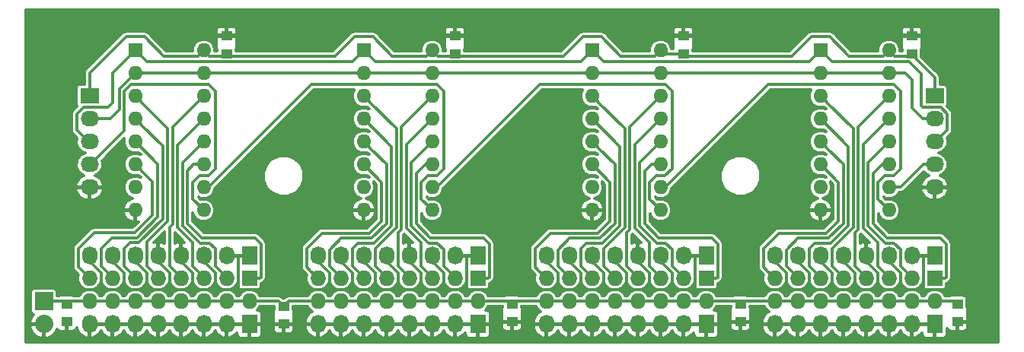
<source format=gbr>
G04 #@! TF.FileFunction,Copper,L2,Bot,Signal*
%FSLAX46Y46*%
G04 Gerber Fmt 4.6, Leading zero omitted, Abs format (unit mm)*
G04 Created by KiCad (PCBNEW 4.0.2+dfsg1-stable) date Fri 15 Jul 2016 15:34:48 BRT*
%MOMM*%
G01*
G04 APERTURE LIST*
%ADD10C,0.100000*%
%ADD11R,1.250000X1.000000*%
%ADD12R,1.727200X2.032000*%
%ADD13O,1.727200X2.032000*%
%ADD14R,1.727200X1.727200*%
%ADD15O,1.727200X1.727200*%
%ADD16R,2.032000X1.727200*%
%ADD17O,2.032000X1.727200*%
%ADD18R,2.032000X2.032000*%
%ADD19O,2.032000X2.032000*%
%ADD20R,1.600000X1.600000*%
%ADD21O,1.600000X1.600000*%
%ADD22C,0.300000*%
G04 APERTURE END LIST*
D10*
D11*
X99060000Y-107045000D03*
X99060000Y-105045000D03*
X124460000Y-107045000D03*
X124460000Y-105045000D03*
X149860000Y-107045000D03*
X149860000Y-105045000D03*
X175260000Y-107045000D03*
X175260000Y-105045000D03*
X130810000Y-134890000D03*
X130810000Y-136890000D03*
X105410000Y-135160000D03*
X105410000Y-137160000D03*
X156210000Y-134890000D03*
X156210000Y-136890000D03*
X81280000Y-134890000D03*
X81280000Y-136890000D03*
D12*
X177800000Y-129540000D03*
D13*
X175260000Y-129540000D03*
X172720000Y-129540000D03*
X170180000Y-129540000D03*
X167640000Y-129540000D03*
X165100000Y-129540000D03*
X162560000Y-129540000D03*
X160020000Y-129540000D03*
D14*
X177800000Y-132080000D03*
D15*
X177800000Y-134620000D03*
X175260000Y-132080000D03*
X175260000Y-134620000D03*
X172720000Y-132080000D03*
X172720000Y-134620000D03*
X170180000Y-132080000D03*
X170180000Y-134620000D03*
X167640000Y-132080000D03*
X167640000Y-134620000D03*
X165100000Y-132080000D03*
X165100000Y-134620000D03*
X162560000Y-132080000D03*
X162560000Y-134620000D03*
X160020000Y-132080000D03*
X160020000Y-134620000D03*
D16*
X177800000Y-111760000D03*
D17*
X177800000Y-114300000D03*
X177800000Y-116840000D03*
X177800000Y-119380000D03*
X177800000Y-121920000D03*
D12*
X177800000Y-137160000D03*
D13*
X175260000Y-137160000D03*
X172720000Y-137160000D03*
X170180000Y-137160000D03*
X167640000Y-137160000D03*
X165100000Y-137160000D03*
X162560000Y-137160000D03*
X160020000Y-137160000D03*
D12*
X152400000Y-129540000D03*
D13*
X149860000Y-129540000D03*
X147320000Y-129540000D03*
X144780000Y-129540000D03*
X142240000Y-129540000D03*
X139700000Y-129540000D03*
X137160000Y-129540000D03*
X134620000Y-129540000D03*
D16*
X83820000Y-111760000D03*
D17*
X83820000Y-114300000D03*
X83820000Y-116840000D03*
X83820000Y-119380000D03*
X83820000Y-121920000D03*
D14*
X152400000Y-132080000D03*
D15*
X152400000Y-134620000D03*
X149860000Y-132080000D03*
X149860000Y-134620000D03*
X147320000Y-132080000D03*
X147320000Y-134620000D03*
X144780000Y-132080000D03*
X144780000Y-134620000D03*
X142240000Y-132080000D03*
X142240000Y-134620000D03*
X139700000Y-132080000D03*
X139700000Y-134620000D03*
X137160000Y-132080000D03*
X137160000Y-134620000D03*
X134620000Y-132080000D03*
X134620000Y-134620000D03*
D12*
X152400000Y-137160000D03*
D13*
X149860000Y-137160000D03*
X147320000Y-137160000D03*
X144780000Y-137160000D03*
X142240000Y-137160000D03*
X139700000Y-137160000D03*
X137160000Y-137160000D03*
X134620000Y-137160000D03*
D12*
X127000000Y-129540000D03*
D13*
X124460000Y-129540000D03*
X121920000Y-129540000D03*
X119380000Y-129540000D03*
X116840000Y-129540000D03*
X114300000Y-129540000D03*
X111760000Y-129540000D03*
X109220000Y-129540000D03*
D14*
X127000000Y-132080000D03*
D15*
X127000000Y-134620000D03*
X124460000Y-132080000D03*
X124460000Y-134620000D03*
X121920000Y-132080000D03*
X121920000Y-134620000D03*
X119380000Y-132080000D03*
X119380000Y-134620000D03*
X116840000Y-132080000D03*
X116840000Y-134620000D03*
X114300000Y-132080000D03*
X114300000Y-134620000D03*
X111760000Y-132080000D03*
X111760000Y-134620000D03*
X109220000Y-132080000D03*
X109220000Y-134620000D03*
D12*
X127000000Y-137160000D03*
D13*
X124460000Y-137160000D03*
X121920000Y-137160000D03*
X119380000Y-137160000D03*
X116840000Y-137160000D03*
X114300000Y-137160000D03*
X111760000Y-137160000D03*
X109220000Y-137160000D03*
D12*
X101600000Y-129540000D03*
D13*
X99060000Y-129540000D03*
X96520000Y-129540000D03*
X93980000Y-129540000D03*
X91440000Y-129540000D03*
X88900000Y-129540000D03*
X86360000Y-129540000D03*
X83820000Y-129540000D03*
D18*
X78740000Y-134620000D03*
D19*
X78740000Y-137160000D03*
D14*
X101600000Y-132080000D03*
D15*
X101600000Y-134620000D03*
X99060000Y-132080000D03*
X99060000Y-134620000D03*
X96520000Y-132080000D03*
X96520000Y-134620000D03*
X93980000Y-132080000D03*
X93980000Y-134620000D03*
X91440000Y-132080000D03*
X91440000Y-134620000D03*
X88900000Y-132080000D03*
X88900000Y-134620000D03*
X86360000Y-132080000D03*
X86360000Y-134620000D03*
X83820000Y-132080000D03*
X83820000Y-134620000D03*
D12*
X101600000Y-137160000D03*
D13*
X99060000Y-137160000D03*
X96520000Y-137160000D03*
X93980000Y-137160000D03*
X91440000Y-137160000D03*
X88900000Y-137160000D03*
X86360000Y-137160000D03*
X83820000Y-137160000D03*
D20*
X165100000Y-106680000D03*
D21*
X165100000Y-109220000D03*
X165100000Y-111760000D03*
X165100000Y-114300000D03*
X165100000Y-116840000D03*
X165100000Y-119380000D03*
X165100000Y-121920000D03*
X165100000Y-124460000D03*
X172720000Y-124460000D03*
X172720000Y-121920000D03*
X172720000Y-119380000D03*
X172720000Y-116840000D03*
X172720000Y-114300000D03*
X172720000Y-111760000D03*
X172720000Y-109220000D03*
X172720000Y-106680000D03*
D20*
X139700000Y-106680000D03*
D21*
X139700000Y-109220000D03*
X139700000Y-111760000D03*
X139700000Y-114300000D03*
X139700000Y-116840000D03*
X139700000Y-119380000D03*
X139700000Y-121920000D03*
X139700000Y-124460000D03*
X147320000Y-124460000D03*
X147320000Y-121920000D03*
X147320000Y-119380000D03*
X147320000Y-116840000D03*
X147320000Y-114300000D03*
X147320000Y-111760000D03*
X147320000Y-109220000D03*
X147320000Y-106680000D03*
D20*
X114300000Y-106680000D03*
D21*
X114300000Y-109220000D03*
X114300000Y-111760000D03*
X114300000Y-114300000D03*
X114300000Y-116840000D03*
X114300000Y-119380000D03*
X114300000Y-121920000D03*
X114300000Y-124460000D03*
X121920000Y-124460000D03*
X121920000Y-121920000D03*
X121920000Y-119380000D03*
X121920000Y-116840000D03*
X121920000Y-114300000D03*
X121920000Y-111760000D03*
X121920000Y-109220000D03*
X121920000Y-106680000D03*
D20*
X88900000Y-106680000D03*
D21*
X88900000Y-109220000D03*
X88900000Y-111760000D03*
X88900000Y-114300000D03*
X88900000Y-116840000D03*
X88900000Y-119380000D03*
X88900000Y-121920000D03*
X88900000Y-124460000D03*
X96520000Y-124460000D03*
X96520000Y-121920000D03*
X96520000Y-119380000D03*
X96520000Y-116840000D03*
X96520000Y-114300000D03*
X96520000Y-111760000D03*
X96520000Y-109220000D03*
X96520000Y-106680000D03*
D11*
X180340000Y-134890000D03*
X180340000Y-136890000D03*
D22*
X114300000Y-106680000D02*
X113030000Y-107950000D01*
X113030000Y-107950000D02*
X90170000Y-107950000D01*
X90170000Y-107950000D02*
X88900000Y-106680000D01*
X139700000Y-106680000D02*
X138430000Y-107950000D01*
X138430000Y-107950000D02*
X115570000Y-107950000D01*
X115570000Y-107950000D02*
X114300000Y-106680000D01*
X88900000Y-106680000D02*
X86360000Y-109220000D01*
X86360000Y-109220000D02*
X86360000Y-112522000D01*
X83667600Y-116840000D02*
X83820000Y-116840000D01*
X86360000Y-112522000D02*
X85852000Y-113030000D01*
X85852000Y-113030000D02*
X83150586Y-113030000D01*
X83150586Y-113030000D02*
X82403990Y-113776596D01*
X82403990Y-113776596D02*
X82403990Y-115576390D01*
X82403990Y-115576390D02*
X83667600Y-116840000D01*
X140970000Y-107950000D02*
X163830000Y-107950000D01*
X163830000Y-107950000D02*
X165100000Y-106680000D01*
X139700000Y-106680000D02*
X140970000Y-107950000D01*
X174954998Y-107950000D02*
X166370000Y-107950000D01*
X166370000Y-107950000D02*
X165100000Y-106680000D01*
X176276000Y-112835602D02*
X176276000Y-109271002D01*
X176276000Y-109271002D02*
X174954998Y-107950000D01*
X178469414Y-113030000D02*
X176470398Y-113030000D01*
X176470398Y-113030000D02*
X176276000Y-112835602D01*
X177800000Y-116840000D02*
X177952400Y-116840000D01*
X177952400Y-116840000D02*
X179216010Y-115576390D01*
X179216010Y-115576390D02*
X179216010Y-113776596D01*
X179216010Y-113776596D02*
X178469414Y-113030000D01*
X147320000Y-109220000D02*
X165100000Y-109220000D01*
X165100000Y-109220000D02*
X172720000Y-109220000D01*
X139700000Y-109220000D02*
X147320000Y-109220000D01*
X121920000Y-109220000D02*
X139700000Y-109220000D01*
X114300000Y-109220000D02*
X121920000Y-109220000D01*
X96520000Y-109220000D02*
X114300000Y-109220000D01*
X88900000Y-109220000D02*
X96520000Y-109220000D01*
X177800000Y-114300000D02*
X176484000Y-114300000D01*
X176484000Y-114300000D02*
X175260000Y-113076000D01*
X175260000Y-113076000D02*
X175260000Y-109982000D01*
X174498000Y-109220000D02*
X172720000Y-109220000D01*
X175260000Y-109982000D02*
X174498000Y-109220000D01*
X88100001Y-110019999D02*
X88900000Y-109220000D01*
X86106000Y-114300000D02*
X87149988Y-113256012D01*
X87149988Y-113256012D02*
X87149988Y-110970012D01*
X87149988Y-110970012D02*
X88100001Y-110019999D01*
X83820000Y-114300000D02*
X86106000Y-114300000D01*
X168741958Y-115401958D02*
X165899999Y-112559999D01*
X165899999Y-112559999D02*
X165100000Y-111760000D01*
X168741958Y-126390210D02*
X168741958Y-115401958D01*
X167640000Y-131972038D02*
X166376390Y-130708428D01*
X167640000Y-132080000D02*
X167640000Y-131972038D01*
X166376390Y-130708428D02*
X166376390Y-128755778D01*
X166376390Y-128755778D02*
X168741958Y-126390210D01*
X165100000Y-114300000D02*
X168191945Y-117391945D01*
X168191945Y-117391945D02*
X168191945Y-126162391D01*
X168191945Y-126162391D02*
X166230346Y-128123990D01*
X166230346Y-128123990D02*
X164484010Y-128123990D01*
X164484010Y-128123990D02*
X163836390Y-128771610D01*
X163836390Y-130708428D02*
X165100000Y-131972038D01*
X163836390Y-128771610D02*
X163836390Y-130708428D01*
X165100000Y-131972038D02*
X165100000Y-132080000D01*
X167641934Y-119381934D02*
X165899999Y-117639999D01*
X165899999Y-117639999D02*
X165100000Y-116840000D01*
X167641934Y-125934564D02*
X167641934Y-119381934D01*
X166002519Y-127573979D02*
X167641934Y-125934564D01*
X162586607Y-127573979D02*
X166002519Y-127573979D01*
X162560000Y-132080000D02*
X162560000Y-131972038D01*
X161283610Y-128876976D02*
X162586607Y-127573979D01*
X161283610Y-130695648D02*
X161283610Y-128876976D01*
X162560000Y-131972038D02*
X161283610Y-130695648D01*
X165100000Y-119380000D02*
X167091923Y-121371923D01*
X167091923Y-121371923D02*
X167091923Y-125672903D01*
X167091923Y-125672903D02*
X165740858Y-127023968D01*
X160504032Y-127023968D02*
X158756390Y-128771610D01*
X165740858Y-127023968D02*
X160504032Y-127023968D01*
X158756390Y-128771610D02*
X158756390Y-130816390D01*
X159156401Y-131216401D02*
X160020000Y-132080000D01*
X158756390Y-130816390D02*
X159156401Y-131216401D01*
X175260000Y-103632000D02*
X175768000Y-103124000D01*
X175768000Y-103124000D02*
X180340000Y-103124000D01*
X180340000Y-103124000D02*
X180848000Y-103632000D01*
X180848000Y-103632000D02*
X180848000Y-127000000D01*
X175260000Y-105045000D02*
X175260000Y-103632000D01*
X175260000Y-103632000D02*
X174752000Y-103124000D01*
X174752000Y-103124000D02*
X150368000Y-103124000D01*
X150368000Y-103124000D02*
X149860000Y-103632000D01*
X124460000Y-103632000D02*
X124968000Y-103124000D01*
X124968000Y-103124000D02*
X149352000Y-103124000D01*
X149352000Y-103124000D02*
X149860000Y-103632000D01*
X149860000Y-103632000D02*
X149860000Y-105045000D01*
X99060000Y-105045000D02*
X99060000Y-103632000D01*
X99060000Y-103632000D02*
X99568000Y-103124000D01*
X99568000Y-103124000D02*
X123952000Y-103124000D01*
X123952000Y-103124000D02*
X124460000Y-103632000D01*
X124460000Y-103632000D02*
X124460000Y-105045000D01*
X176530000Y-133350000D02*
X180594000Y-133350000D01*
X180594000Y-133350000D02*
X180848000Y-133096000D01*
X180848000Y-133096000D02*
X180848000Y-127000000D01*
X180848000Y-127000000D02*
X177800000Y-123952000D01*
X177800000Y-123952000D02*
X177800000Y-121920000D01*
X161296399Y-133343601D02*
X156464000Y-133343601D01*
X156464000Y-133343601D02*
X151136399Y-133343601D01*
X159004000Y-124460000D02*
X156464000Y-127000000D01*
X156464000Y-127000000D02*
X156464000Y-133343601D01*
X165100000Y-124460000D02*
X159004000Y-124460000D01*
X125730000Y-133350000D02*
X131064000Y-133350000D01*
X131064000Y-133350000D02*
X135890000Y-133350000D01*
X133096000Y-124460000D02*
X131064000Y-126492000D01*
X131064000Y-126492000D02*
X131064000Y-133350000D01*
X139700000Y-124460000D02*
X133096000Y-124460000D01*
X100330000Y-133350000D02*
X105664000Y-133350000D01*
X105664000Y-133350000D02*
X110490000Y-133350000D01*
X109728000Y-124460000D02*
X105664000Y-128524000D01*
X105664000Y-128524000D02*
X105664000Y-133350000D01*
X114300000Y-124460000D02*
X109728000Y-124460000D01*
X80772000Y-132080000D02*
X82035601Y-133343601D01*
X82035601Y-133343601D02*
X85083601Y-133343601D01*
X85083601Y-133343601D02*
X85090000Y-133350000D01*
X80772000Y-127000000D02*
X80772000Y-132080000D01*
X83820000Y-123952000D02*
X80772000Y-127000000D01*
X83820000Y-121920000D02*
X83820000Y-123952000D01*
X83820000Y-123952000D02*
X84328000Y-124460000D01*
X84328000Y-124460000D02*
X87768630Y-124460000D01*
X87768630Y-124460000D02*
X88900000Y-124460000D01*
X151136399Y-133343601D02*
X151130000Y-133350000D01*
X176530000Y-133096000D02*
X176530000Y-133350000D01*
X175260000Y-129540000D02*
X176530000Y-129540000D01*
X176530000Y-129540000D02*
X177800000Y-129540000D01*
X173990000Y-133350000D02*
X176530000Y-133350000D01*
X176530000Y-129540000D02*
X176530000Y-133096000D01*
X173990000Y-131479870D02*
X173990000Y-133350000D01*
X171450000Y-133350000D02*
X173990000Y-133350000D01*
X172720000Y-129540000D02*
X172720000Y-130209870D01*
X172720000Y-130209870D02*
X173990000Y-131479870D01*
X170180000Y-129540000D02*
X170180000Y-130209870D01*
X170180000Y-130209870D02*
X171450000Y-131479870D01*
X171450000Y-131479870D02*
X171450000Y-133350000D01*
X168910000Y-133350000D02*
X171450000Y-133350000D01*
X167640000Y-130209870D02*
X168910000Y-131479870D01*
X166370000Y-133350000D02*
X168910000Y-133350000D01*
X168910000Y-131479870D02*
X168910000Y-133350000D01*
X167640000Y-129540000D02*
X167640000Y-130209870D01*
X165100000Y-129540000D02*
X165100000Y-130209870D01*
X165100000Y-130209870D02*
X166370000Y-131479870D01*
X160020000Y-129540000D02*
X160020000Y-130209870D01*
X160020000Y-130209870D02*
X161296399Y-131486269D01*
X161296399Y-131486269D02*
X161296399Y-133343601D01*
X161296399Y-133343601D02*
X161290000Y-133350000D01*
X161544000Y-133350000D02*
X163830000Y-133350000D01*
X161290000Y-133350000D02*
X161544000Y-133350000D01*
X162560000Y-129540000D02*
X162560000Y-130209870D01*
X162560000Y-130209870D02*
X163830000Y-131479870D01*
X163830000Y-131479870D02*
X163830000Y-133350000D01*
X163830000Y-133350000D02*
X166370000Y-133350000D01*
X166370000Y-131479870D02*
X166370000Y-133350000D01*
X151130000Y-129540000D02*
X151130000Y-133096000D01*
X148590000Y-133350000D02*
X151130000Y-133350000D01*
X149860000Y-129540000D02*
X151130000Y-129540000D01*
X148590000Y-131479870D02*
X148590000Y-133350000D01*
X147320000Y-130209870D02*
X148590000Y-131479870D01*
X146050000Y-133350000D02*
X148590000Y-133350000D01*
X147320000Y-129540000D02*
X147320000Y-130209870D01*
X144780000Y-129540000D02*
X144780000Y-130209870D01*
X143510000Y-133350000D02*
X146050000Y-133350000D01*
X143510000Y-131479870D02*
X143510000Y-133350000D01*
X146050000Y-131479870D02*
X146050000Y-133350000D01*
X144780000Y-130209870D02*
X146050000Y-131479870D01*
X142240000Y-129540000D02*
X142240000Y-130209870D01*
X142240000Y-130209870D02*
X143510000Y-131479870D01*
X140970000Y-133350000D02*
X143510000Y-133350000D01*
X151130000Y-133096000D02*
X151130000Y-133350000D01*
X151130000Y-129540000D02*
X152400000Y-129540000D01*
X134620000Y-129540000D02*
X134620000Y-130209870D01*
X134620000Y-130209870D02*
X135896399Y-131486269D01*
X137160000Y-130209870D02*
X138430000Y-131479870D01*
X137160000Y-129540000D02*
X137160000Y-130209870D01*
X140970000Y-131479870D02*
X140970000Y-133350000D01*
X139700000Y-129540000D02*
X139700000Y-130209870D01*
X138430000Y-131479870D02*
X138430000Y-133350000D01*
X139700000Y-130209870D02*
X140970000Y-131479870D01*
X138430000Y-133350000D02*
X140970000Y-133350000D01*
X136144000Y-133350000D02*
X138430000Y-133350000D01*
X135890000Y-133350000D02*
X136144000Y-133350000D01*
X135896399Y-133343601D02*
X135890000Y-133350000D01*
X135896399Y-131486269D02*
X135896399Y-133343601D01*
X123190000Y-133350000D02*
X125730000Y-133350000D01*
X125730000Y-133096000D02*
X125730000Y-133350000D01*
X125730000Y-129540000D02*
X127000000Y-129540000D01*
X124460000Y-129540000D02*
X125730000Y-129540000D01*
X125730000Y-129540000D02*
X125730000Y-133096000D01*
X120650000Y-133350000D02*
X123190000Y-133350000D01*
X123190000Y-131479870D02*
X123190000Y-133350000D01*
X121920000Y-129540000D02*
X121920000Y-130209870D01*
X121920000Y-130209870D02*
X123190000Y-131479870D01*
X118110000Y-133350000D02*
X120650000Y-133350000D01*
X119380000Y-129540000D02*
X119380000Y-130209870D01*
X119380000Y-130209870D02*
X120650000Y-131479870D01*
X120650000Y-131479870D02*
X120650000Y-133350000D01*
X116840000Y-129540000D02*
X116840000Y-130209870D01*
X118110000Y-131479870D02*
X118110000Y-133350000D01*
X115570000Y-133350000D02*
X118110000Y-133350000D01*
X116840000Y-130209870D02*
X118110000Y-131479870D01*
X113030000Y-133350000D02*
X115570000Y-133350000D01*
X114300000Y-129540000D02*
X114300000Y-130209870D01*
X114300000Y-130209870D02*
X115570000Y-131479870D01*
X115570000Y-131479870D02*
X115570000Y-133350000D01*
X110496399Y-131486269D02*
X110496399Y-133343601D01*
X110496399Y-133343601D02*
X110490000Y-133350000D01*
X110490000Y-133350000D02*
X110744000Y-133350000D01*
X110744000Y-133350000D02*
X113030000Y-133350000D01*
X111760000Y-129540000D02*
X111760000Y-130209870D01*
X111760000Y-130209870D02*
X113030000Y-131479870D01*
X113030000Y-131479870D02*
X113030000Y-133350000D01*
X109220000Y-129540000D02*
X109220000Y-130209870D01*
X109220000Y-130209870D02*
X110496399Y-131486269D01*
X100330000Y-129540000D02*
X101600000Y-129540000D01*
X99060000Y-129540000D02*
X100330000Y-129540000D01*
X97790000Y-133350000D02*
X100330000Y-133350000D01*
X100330000Y-129540000D02*
X100330000Y-133350000D01*
X96520000Y-129540000D02*
X96520000Y-130209870D01*
X95250000Y-133350000D02*
X97790000Y-133350000D01*
X96520000Y-130209870D02*
X97790000Y-131479870D01*
X97790000Y-131479870D02*
X97790000Y-133350000D01*
X95250000Y-131479870D02*
X95250000Y-133350000D01*
X93980000Y-130209870D02*
X95250000Y-131479870D01*
X92710000Y-133350000D02*
X95250000Y-133350000D01*
X93980000Y-129540000D02*
X93980000Y-130209870D01*
X91440000Y-129540000D02*
X91440000Y-130209870D01*
X91440000Y-130209870D02*
X92710000Y-131479870D01*
X90170000Y-133350000D02*
X92710000Y-133350000D01*
X92710000Y-131479870D02*
X92710000Y-133350000D01*
X87630000Y-133350000D02*
X90170000Y-133350000D01*
X88900000Y-129540000D02*
X88900000Y-130209870D01*
X88900000Y-130209870D02*
X90170000Y-131479870D01*
X90170000Y-131479870D02*
X90170000Y-133350000D01*
X85090000Y-133350000D02*
X87630000Y-133350000D01*
X86360000Y-129540000D02*
X86360000Y-130209870D01*
X86360000Y-130209870D02*
X87630000Y-131479870D01*
X87630000Y-131479870D02*
X87630000Y-133350000D01*
X85090000Y-131479870D02*
X85090000Y-133350000D01*
X83820000Y-129540000D02*
X83820000Y-130209870D01*
X83820000Y-130209870D02*
X85090000Y-131479870D01*
X172720000Y-124460000D02*
X171519999Y-123259999D01*
X171519999Y-123259999D02*
X171519999Y-121343999D01*
X171519999Y-121343999D02*
X172213998Y-120650000D01*
X172213998Y-120650000D02*
X173226002Y-120650000D01*
X173226002Y-120650000D02*
X173990000Y-119886002D01*
X173990000Y-119886002D02*
X173990000Y-111253998D01*
X173990000Y-111253998D02*
X173226002Y-110490000D01*
X173226002Y-110490000D02*
X159258000Y-110490000D01*
X159258000Y-110490000D02*
X147828000Y-121920000D01*
X147828000Y-121920000D02*
X147320000Y-121920000D01*
X172720000Y-119380000D02*
X171958000Y-119380000D01*
X171958000Y-119380000D02*
X170942000Y-120396000D01*
X170942000Y-120396000D02*
X170942000Y-125984002D01*
X179063601Y-128203999D02*
X179063601Y-131979999D01*
X170942000Y-125984002D02*
X172531978Y-127573979D01*
X172531978Y-127573979D02*
X178433581Y-127573979D01*
X178433581Y-127573979D02*
X179063601Y-128203999D01*
X179063601Y-131979999D02*
X178963600Y-132080000D01*
X178963600Y-132080000D02*
X177800000Y-132080000D01*
X170391989Y-119168011D02*
X171920001Y-117639999D01*
X171920001Y-117639999D02*
X172720000Y-116840000D01*
X170391989Y-126211824D02*
X170391989Y-119168011D01*
X175260000Y-132080000D02*
X175260000Y-131972038D01*
X173983610Y-130695648D02*
X173983610Y-128864196D01*
X173243404Y-128123990D02*
X172304155Y-128123990D01*
X173983610Y-128864196D02*
X173243404Y-128123990D01*
X175260000Y-131972038D02*
X173983610Y-130695648D01*
X172304155Y-128123990D02*
X170391989Y-126211824D01*
X169841978Y-117178022D02*
X171920001Y-115099999D01*
X171920001Y-115099999D02*
X172720000Y-114300000D01*
X169841978Y-126439644D02*
X169841978Y-117178022D01*
X172720000Y-132080000D02*
X172720000Y-131972038D01*
X172720000Y-131972038D02*
X171456390Y-130708428D01*
X171456390Y-130708428D02*
X171456390Y-128054055D01*
X171456390Y-128054055D02*
X169841978Y-126439644D01*
X172720000Y-111760000D02*
X169291969Y-115188031D01*
X169291969Y-115188031D02*
X169291969Y-126618031D01*
X170180000Y-131972038D02*
X170180000Y-132080000D01*
X168916390Y-130708428D02*
X170180000Y-131972038D01*
X168916390Y-126993610D02*
X168916390Y-130708428D01*
X169291969Y-126618031D02*
X168916390Y-126993610D01*
X83820000Y-111760000D02*
X83820000Y-109220000D01*
X83820000Y-109220000D02*
X87884000Y-105156000D01*
X87884000Y-105156000D02*
X89916000Y-105156000D01*
X89916000Y-105156000D02*
X92075000Y-107315000D01*
X92075000Y-107315000D02*
X95885000Y-107315000D01*
X95885000Y-107315000D02*
X96520000Y-106680000D01*
X121920000Y-106680000D02*
X121285000Y-107315000D01*
X121285000Y-107315000D02*
X117475000Y-107315000D01*
X117475000Y-107315000D02*
X115316000Y-105156000D01*
X115316000Y-105156000D02*
X113284000Y-105156000D01*
X113284000Y-105156000D02*
X111125000Y-107315000D01*
X111125000Y-107315000D02*
X99330000Y-107315000D01*
X99330000Y-107315000D02*
X99060000Y-107045000D01*
X147320000Y-106680000D02*
X146685000Y-107315000D01*
X146685000Y-107315000D02*
X142875000Y-107315000D01*
X142875000Y-107315000D02*
X140716000Y-105156000D01*
X140716000Y-105156000D02*
X138684000Y-105156000D01*
X138684000Y-105156000D02*
X136525000Y-107315000D01*
X136525000Y-107315000D02*
X124730000Y-107315000D01*
X124730000Y-107315000D02*
X124460000Y-107045000D01*
X172720000Y-106680000D02*
X172085000Y-107315000D01*
X172085000Y-107315000D02*
X168275000Y-107315000D01*
X168275000Y-107315000D02*
X166116000Y-105156000D01*
X164084000Y-105156000D02*
X161925000Y-107315000D01*
X161925000Y-107315000D02*
X150130000Y-107315000D01*
X166116000Y-105156000D02*
X164084000Y-105156000D01*
X150130000Y-107315000D02*
X149860000Y-107045000D01*
X175260000Y-107045000D02*
X175260000Y-107188000D01*
X175260000Y-107188000D02*
X177800000Y-109728000D01*
X177800000Y-109728000D02*
X177800000Y-110596400D01*
X177800000Y-110596400D02*
X177800000Y-111760000D01*
X99060000Y-107045000D02*
X98790000Y-107315000D01*
X98790000Y-107315000D02*
X97155000Y-107315000D01*
X97155000Y-107315000D02*
X96520000Y-106680000D01*
X124460000Y-107045000D02*
X124190000Y-107315000D01*
X124190000Y-107315000D02*
X122555000Y-107315000D01*
X122555000Y-107315000D02*
X121920000Y-106680000D01*
X175260000Y-107045000D02*
X174990000Y-107315000D01*
X174990000Y-107315000D02*
X173355000Y-107315000D01*
X173355000Y-107315000D02*
X172720000Y-106680000D01*
X149860000Y-107045000D02*
X147685000Y-107045000D01*
X147685000Y-107045000D02*
X147320000Y-106680000D01*
X142240000Y-132080000D02*
X142240000Y-131972038D01*
X140976390Y-130708428D02*
X140976390Y-128755778D01*
X140976390Y-128755778D02*
X143341958Y-126390210D01*
X142240000Y-131972038D02*
X140976390Y-130708428D01*
X143341958Y-126390210D02*
X143341958Y-115401958D01*
X140499999Y-112559999D02*
X139700000Y-111760000D01*
X143341958Y-115401958D02*
X140499999Y-112559999D01*
X142791945Y-117391945D02*
X142791945Y-126162391D01*
X139700000Y-114300000D02*
X142791945Y-117391945D01*
X142791945Y-126162391D02*
X140830346Y-128123990D01*
X138436390Y-128771610D02*
X138436390Y-130708428D01*
X138436390Y-130708428D02*
X139700000Y-131972038D01*
X139700000Y-131972038D02*
X139700000Y-132080000D01*
X140830346Y-128123990D02*
X139084010Y-128123990D01*
X139084010Y-128123990D02*
X138436390Y-128771610D01*
X142241934Y-119381934D02*
X140499999Y-117639999D01*
X142241934Y-125934564D02*
X142241934Y-119381934D01*
X140499999Y-117639999D02*
X139700000Y-116840000D01*
X140602519Y-127573979D02*
X142241934Y-125934564D01*
X137160000Y-131972038D02*
X135883610Y-130695648D01*
X135883610Y-130695648D02*
X135883610Y-128876976D01*
X137186607Y-127573979D02*
X140602519Y-127573979D01*
X135883610Y-128876976D02*
X137186607Y-127573979D01*
X137160000Y-132080000D02*
X137160000Y-131972038D01*
X141691923Y-121371923D02*
X141691923Y-125672903D01*
X139700000Y-119380000D02*
X141691923Y-121371923D01*
X141691923Y-125672903D02*
X140340858Y-127023968D01*
X133356390Y-130816390D02*
X133756401Y-131216401D01*
X133356390Y-128771610D02*
X133356390Y-130816390D01*
X133756401Y-131216401D02*
X134620000Y-132080000D01*
X135104032Y-127023968D02*
X133356390Y-128771610D01*
X140340858Y-127023968D02*
X135104032Y-127023968D01*
X147320000Y-124460000D02*
X146119999Y-123259999D01*
X146119999Y-123259999D02*
X146119999Y-121343999D01*
X146119999Y-121343999D02*
X146813998Y-120650000D01*
X146813998Y-120650000D02*
X147812168Y-120650000D01*
X148590000Y-119872168D02*
X148590000Y-111253998D01*
X147812168Y-120650000D02*
X148590000Y-119872168D01*
X148590000Y-111253998D02*
X147826002Y-110490000D01*
X147826002Y-110490000D02*
X133858000Y-110490000D01*
X133858000Y-110490000D02*
X122428000Y-121920000D01*
X122428000Y-121920000D02*
X122174000Y-121920000D01*
X122174000Y-121920000D02*
X121920000Y-121920000D01*
X147320000Y-119380000D02*
X146304000Y-119380000D01*
X146304000Y-119380000D02*
X145542000Y-120142000D01*
X153663601Y-131979999D02*
X153563600Y-132080000D01*
X145542000Y-120142000D02*
X145542000Y-125984002D01*
X145542000Y-125984002D02*
X147131978Y-127573979D01*
X147131978Y-127573979D02*
X153033581Y-127573979D01*
X153033581Y-127573979D02*
X153663601Y-128203999D01*
X153563600Y-132080000D02*
X152400000Y-132080000D01*
X153663601Y-128203999D02*
X153663601Y-131979999D01*
X147843404Y-128123990D02*
X146904155Y-128123990D01*
X149860000Y-132080000D02*
X149860000Y-131972038D01*
X149860000Y-131972038D02*
X148583610Y-130695648D01*
X148583610Y-128864196D02*
X147843404Y-128123990D01*
X148583610Y-130695648D02*
X148583610Y-128864196D01*
X144991989Y-126211824D02*
X144991989Y-119168011D01*
X144991989Y-119168011D02*
X146520001Y-117639999D01*
X146520001Y-117639999D02*
X147320000Y-116840000D01*
X146904155Y-128123990D02*
X144991989Y-126211824D01*
X147320000Y-131972038D02*
X146056390Y-130708428D01*
X146056390Y-130708428D02*
X146056390Y-128054055D01*
X147320000Y-132080000D02*
X147320000Y-131972038D01*
X144441978Y-126439644D02*
X144441978Y-117178022D01*
X146520001Y-115099999D02*
X147320000Y-114300000D01*
X144441978Y-117178022D02*
X146520001Y-115099999D01*
X146056390Y-128054055D02*
X144441978Y-126439644D01*
X144780000Y-131972038D02*
X144780000Y-132080000D01*
X143516390Y-130708428D02*
X144780000Y-131972038D01*
X143516390Y-126993610D02*
X143516390Y-130708428D01*
X143891969Y-115188031D02*
X143891969Y-126618031D01*
X147320000Y-111760000D02*
X143891969Y-115188031D01*
X143891969Y-126618031D02*
X143516390Y-126993610D01*
X115099999Y-112559999D02*
X114300000Y-111760000D01*
X115576390Y-128755778D02*
X117941958Y-126390210D01*
X115576390Y-130708428D02*
X115576390Y-128755778D01*
X116840000Y-131972038D02*
X115576390Y-130708428D01*
X117941958Y-115401958D02*
X115099999Y-112559999D01*
X117941958Y-126390210D02*
X117941958Y-115401958D01*
X116840000Y-132080000D02*
X116840000Y-131972038D01*
X113036390Y-130708428D02*
X114300000Y-131972038D01*
X113036390Y-128771610D02*
X113036390Y-130708428D01*
X115430346Y-128123990D02*
X113684010Y-128123990D01*
X114300000Y-131972038D02*
X114300000Y-132080000D01*
X117391945Y-126162391D02*
X115430346Y-128123990D01*
X117391945Y-117391945D02*
X117391945Y-126162391D01*
X114300000Y-114300000D02*
X117391945Y-117391945D01*
X113684010Y-128123990D02*
X113036390Y-128771610D01*
X115202519Y-127573979D02*
X116841934Y-125934564D01*
X115099999Y-117639999D02*
X114300000Y-116840000D01*
X111786607Y-127573979D02*
X115202519Y-127573979D01*
X110483610Y-128876976D02*
X111786607Y-127573979D01*
X111760000Y-131972038D02*
X110483610Y-130695648D01*
X116841934Y-119381934D02*
X115099999Y-117639999D01*
X111760000Y-132080000D02*
X111760000Y-131972038D01*
X110483610Y-130695648D02*
X110483610Y-128876976D01*
X116841934Y-125934564D02*
X116841934Y-119381934D01*
X109704032Y-127023968D02*
X107956390Y-128771610D01*
X107956390Y-130816390D02*
X108356401Y-131216401D01*
X114940858Y-127023968D02*
X109704032Y-127023968D01*
X116291923Y-125672903D02*
X114940858Y-127023968D01*
X107956390Y-128771610D02*
X107956390Y-130816390D01*
X116291923Y-121371923D02*
X116291923Y-125672903D01*
X114300000Y-119380000D02*
X116291923Y-121371923D01*
X108356401Y-131216401D02*
X109220000Y-132080000D01*
X121920000Y-124460000D02*
X120719999Y-123259999D01*
X120719999Y-123259999D02*
X120719999Y-121343999D01*
X120719999Y-121343999D02*
X121413998Y-120650000D01*
X122426002Y-120650000D02*
X123190000Y-119886002D01*
X121413998Y-120650000D02*
X122426002Y-120650000D01*
X123190000Y-119886002D02*
X123190000Y-111253998D01*
X123190000Y-111253998D02*
X122426002Y-110490000D01*
X122426002Y-110490000D02*
X108458000Y-110490000D01*
X108458000Y-110490000D02*
X97028000Y-121920000D01*
X97028000Y-121920000D02*
X96774000Y-121920000D01*
X96774000Y-121920000D02*
X96520000Y-121920000D01*
X121920000Y-119380000D02*
X121158000Y-119380000D01*
X121158000Y-119380000D02*
X120142000Y-120396000D01*
X127633581Y-127573979D02*
X128263601Y-128203999D01*
X120142000Y-120396000D02*
X120142000Y-125984002D01*
X120142000Y-125984002D02*
X121731978Y-127573979D01*
X121731978Y-127573979D02*
X127633581Y-127573979D01*
X128263601Y-128203999D02*
X128263601Y-131979999D01*
X128263601Y-131979999D02*
X128163600Y-132080000D01*
X128163600Y-132080000D02*
X127000000Y-132080000D01*
X119591989Y-119168011D02*
X121120001Y-117639999D01*
X123183610Y-128864196D02*
X122443404Y-128123990D01*
X121504155Y-128123990D02*
X119591989Y-126211824D01*
X123183610Y-130695648D02*
X123183610Y-128864196D01*
X119591989Y-126211824D02*
X119591989Y-119168011D01*
X122443404Y-128123990D02*
X121504155Y-128123990D01*
X124460000Y-131972038D02*
X123183610Y-130695648D01*
X124460000Y-132080000D02*
X124460000Y-131972038D01*
X121120001Y-117639999D02*
X121920000Y-116840000D01*
X121120001Y-115099999D02*
X121920000Y-114300000D01*
X119041978Y-117178022D02*
X121120001Y-115099999D01*
X119041978Y-126439644D02*
X119041978Y-117178022D01*
X120656390Y-128054055D02*
X119041978Y-126439644D01*
X120656390Y-130708428D02*
X120656390Y-128054055D01*
X121920000Y-132080000D02*
X121920000Y-131972038D01*
X121920000Y-131972038D02*
X120656390Y-130708428D01*
X119380000Y-131972038D02*
X119380000Y-132080000D01*
X118116390Y-130708428D02*
X119380000Y-131972038D01*
X118116390Y-126993610D02*
X118116390Y-130708428D01*
X118491969Y-126618031D02*
X118116390Y-126993610D01*
X118491969Y-115188031D02*
X118491969Y-126618031D01*
X121920000Y-111760000D02*
X118491969Y-115188031D01*
X89699999Y-112559999D02*
X88900000Y-111760000D01*
X92499945Y-125686057D02*
X92499945Y-115359945D01*
X90176390Y-128009612D02*
X92499945Y-125686057D01*
X90176390Y-130708428D02*
X90176390Y-128009612D01*
X91440000Y-131972038D02*
X90176390Y-130708428D01*
X91440000Y-132080000D02*
X91440000Y-131972038D01*
X92499945Y-115359945D02*
X89699999Y-112559999D01*
X91949934Y-125458235D02*
X91949934Y-117349934D01*
X89308147Y-128100022D02*
X91949934Y-125458235D01*
X91949934Y-117349934D02*
X89699999Y-115099999D01*
X87630000Y-128778000D02*
X88307978Y-128100022D01*
X89699999Y-115099999D02*
X88900000Y-114300000D01*
X88900000Y-131972038D02*
X87630000Y-130702038D01*
X88900000Y-132080000D02*
X88900000Y-131972038D01*
X87630000Y-130702038D02*
X87630000Y-128778000D01*
X88307978Y-128100022D02*
X89308147Y-128100022D01*
X86360000Y-131972038D02*
X86360000Y-132080000D01*
X85096390Y-130708428D02*
X86360000Y-131972038D01*
X85096390Y-128771610D02*
X85096390Y-130708428D01*
X86317989Y-127550011D02*
X85096390Y-128771610D01*
X89080325Y-127550011D02*
X86317989Y-127550011D01*
X91399923Y-125230413D02*
X89080325Y-127550011D01*
X91399923Y-119339923D02*
X91399923Y-125230413D01*
X88900000Y-116840000D02*
X91399923Y-119339923D01*
X83820000Y-132080000D02*
X82556390Y-130816390D01*
X82556390Y-130816390D02*
X82556390Y-128771610D01*
X90805000Y-125047503D02*
X90805000Y-121285000D01*
X89699999Y-120179999D02*
X88900000Y-119380000D01*
X82556390Y-128771610D02*
X84328000Y-127000000D01*
X84328000Y-127000000D02*
X88852503Y-127000000D01*
X88852503Y-127000000D02*
X90805000Y-125047503D01*
X90805000Y-121285000D02*
X89699999Y-120179999D01*
X87699999Y-115652401D02*
X83972400Y-119380000D01*
X88407832Y-110490000D02*
X87699999Y-111197833D01*
X97790000Y-111253998D02*
X97026002Y-110490000D01*
X96013998Y-120650000D02*
X97026002Y-120650000D01*
X95319999Y-121343999D02*
X96013998Y-120650000D01*
X87699999Y-111197833D02*
X87699999Y-115652401D01*
X95319999Y-123259999D02*
X95319999Y-121343999D01*
X97790000Y-119886002D02*
X97790000Y-111253998D01*
X96520000Y-124460000D02*
X95319999Y-123259999D01*
X97026002Y-120650000D02*
X97790000Y-119886002D01*
X83972400Y-119380000D02*
X83820000Y-119380000D01*
X97026002Y-110490000D02*
X88407832Y-110490000D01*
X102763600Y-132080000D02*
X102863601Y-131979999D01*
X102863601Y-128203999D02*
X102233581Y-127573979D01*
X94699989Y-120068641D02*
X95388630Y-119380000D01*
X102233581Y-127573979D02*
X96331979Y-127573979D01*
X101600000Y-132080000D02*
X102763600Y-132080000D01*
X102863601Y-131979999D02*
X102863601Y-128203999D01*
X96331979Y-127573979D02*
X94699989Y-125941989D01*
X94699989Y-125941989D02*
X94699989Y-120068641D01*
X95388630Y-119380000D02*
X96520000Y-119380000D01*
X94149978Y-126169811D02*
X96104157Y-128123990D01*
X97783610Y-130695648D02*
X99060000Y-131972038D01*
X99060000Y-131972038D02*
X99060000Y-132080000D01*
X96520000Y-116840000D02*
X94149978Y-119210022D01*
X97135990Y-128123990D02*
X97783610Y-128771610D01*
X97783610Y-128771610D02*
X97783610Y-130695648D01*
X94149978Y-119210022D02*
X94149978Y-126169811D01*
X96104157Y-128123990D02*
X97135990Y-128123990D01*
X93599967Y-126397633D02*
X95256390Y-128054055D01*
X96520000Y-131972038D02*
X96520000Y-132080000D01*
X95256390Y-130708428D02*
X96520000Y-131972038D01*
X95256390Y-128054055D02*
X95256390Y-130708428D01*
X93599967Y-117220033D02*
X93599967Y-126397633D01*
X96520000Y-114300000D02*
X93599967Y-117220033D01*
X93980000Y-131972038D02*
X92716390Y-130708428D01*
X93049956Y-115230044D02*
X95720001Y-112559999D01*
X93049956Y-126025044D02*
X93049956Y-115230044D01*
X95720001Y-112559999D02*
X96520000Y-111760000D01*
X92716390Y-130708428D02*
X92716390Y-126358610D01*
X93980000Y-132080000D02*
X93980000Y-131972038D01*
X92716390Y-126358610D02*
X93049956Y-126025044D01*
X177800000Y-134620000D02*
X180070000Y-134620000D01*
X180070000Y-134620000D02*
X180340000Y-134890000D01*
X175260000Y-134620000D02*
X177800000Y-134620000D01*
X172720000Y-134620000D02*
X175260000Y-134620000D01*
X170180000Y-134620000D02*
X172720000Y-134620000D01*
X167640000Y-134620000D02*
X170180000Y-134620000D01*
X165100000Y-134620000D02*
X167640000Y-134620000D01*
X162560000Y-134620000D02*
X165100000Y-134620000D01*
X160020000Y-134620000D02*
X162560000Y-134620000D01*
X152400000Y-134620000D02*
X155940000Y-134620000D01*
X155940000Y-134620000D02*
X156210000Y-134890000D01*
X149860000Y-134620000D02*
X152400000Y-134620000D01*
X147320000Y-134620000D02*
X149860000Y-134620000D01*
X142240000Y-134620000D02*
X144780000Y-134620000D01*
X139700000Y-134620000D02*
X142240000Y-134620000D01*
X144780000Y-134620000D02*
X147320000Y-134620000D01*
X137160000Y-134620000D02*
X139700000Y-134620000D01*
X134620000Y-134620000D02*
X137160000Y-134620000D01*
X127000000Y-134620000D02*
X130540000Y-134620000D01*
X130540000Y-134620000D02*
X130810000Y-134890000D01*
X124460000Y-134620000D02*
X127000000Y-134620000D01*
X121920000Y-134620000D02*
X124460000Y-134620000D01*
X119380000Y-134620000D02*
X121920000Y-134620000D01*
X116840000Y-134620000D02*
X119380000Y-134620000D01*
X114300000Y-134620000D02*
X116840000Y-134620000D01*
X111760000Y-134620000D02*
X114300000Y-134620000D01*
X109220000Y-134620000D02*
X111760000Y-134620000D01*
X101600000Y-134620000D02*
X104870000Y-134620000D01*
X104870000Y-134620000D02*
X105410000Y-135160000D01*
X99060000Y-134620000D02*
X101600000Y-134620000D01*
X96520000Y-134620000D02*
X99060000Y-134620000D01*
X93980000Y-134620000D02*
X96520000Y-134620000D01*
X91440000Y-134620000D02*
X93980000Y-134620000D01*
X88900000Y-134620000D02*
X91440000Y-134620000D01*
X86360000Y-134620000D02*
X88900000Y-134620000D01*
X83820000Y-134620000D02*
X86360000Y-134620000D01*
X160020000Y-134620000D02*
X156480000Y-134620000D01*
X156480000Y-134620000D02*
X156210000Y-134890000D01*
X134620000Y-134620000D02*
X131080000Y-134620000D01*
X131080000Y-134620000D02*
X130810000Y-134890000D01*
X109220000Y-134620000D02*
X105950000Y-134620000D01*
X105950000Y-134620000D02*
X105410000Y-135160000D01*
X83820000Y-134620000D02*
X81550000Y-134620000D01*
X81550000Y-134620000D02*
X81280000Y-134890000D01*
X78740000Y-134620000D02*
X81010000Y-134620000D01*
X81010000Y-134620000D02*
X81280000Y-134890000D01*
X172720000Y-121920000D02*
X173990000Y-121920000D01*
X173990000Y-121920000D02*
X176530000Y-119380000D01*
X176530000Y-119380000D02*
X177800000Y-119380000D01*
G36*
X184895000Y-139175000D02*
X76725000Y-139175000D01*
X76725000Y-137454236D01*
X77201890Y-137454236D01*
X77206372Y-137476772D01*
X77297639Y-137769881D01*
X77444335Y-138039553D01*
X77640823Y-138275424D01*
X77879552Y-138468430D01*
X78151347Y-138611154D01*
X78445764Y-138698111D01*
X78690000Y-138587703D01*
X78690000Y-137210000D01*
X77312375Y-137210000D01*
X77201890Y-137454236D01*
X76725000Y-137454236D01*
X76725000Y-136865764D01*
X77201890Y-136865764D01*
X77312375Y-137110000D01*
X78690000Y-137110000D01*
X78690000Y-137090000D01*
X78790000Y-137090000D01*
X78790000Y-137110000D01*
X78810000Y-137110000D01*
X78810000Y-137210000D01*
X78790000Y-137210000D01*
X78790000Y-138587703D01*
X79034236Y-138698111D01*
X79328653Y-138611154D01*
X79600448Y-138468430D01*
X79839177Y-138275424D01*
X80035665Y-138039553D01*
X80182361Y-137769881D01*
X80203019Y-137703536D01*
X80227787Y-137740604D01*
X80304395Y-137817213D01*
X80394477Y-137877404D01*
X80494571Y-137918864D01*
X80600829Y-137940000D01*
X81092500Y-137940000D01*
X81230000Y-137802500D01*
X81230000Y-136940000D01*
X81210000Y-136940000D01*
X81210000Y-136840000D01*
X81230000Y-136840000D01*
X81230000Y-136820000D01*
X81330000Y-136820000D01*
X81330000Y-136840000D01*
X81350000Y-136840000D01*
X81350000Y-136940000D01*
X81330000Y-136940000D01*
X81330000Y-137802500D01*
X81467500Y-137940000D01*
X81959171Y-137940000D01*
X82065429Y-137918864D01*
X82165523Y-137877404D01*
X82255605Y-137817213D01*
X82332213Y-137740604D01*
X82392404Y-137650522D01*
X82432198Y-137554451D01*
X82443316Y-137637219D01*
X82533138Y-137899555D01*
X82672413Y-138139327D01*
X82855789Y-138347321D01*
X83076219Y-138515544D01*
X83325232Y-138637530D01*
X83549618Y-138699900D01*
X83770000Y-138587520D01*
X83770000Y-137210000D01*
X83870000Y-137210000D01*
X83870000Y-138587520D01*
X84090382Y-138699900D01*
X84314768Y-138637530D01*
X84563781Y-138515544D01*
X84784211Y-138347321D01*
X84967587Y-138139327D01*
X85090000Y-137928584D01*
X85212413Y-138139327D01*
X85395789Y-138347321D01*
X85616219Y-138515544D01*
X85865232Y-138637530D01*
X86089618Y-138699900D01*
X86310000Y-138587520D01*
X86310000Y-137210000D01*
X86410000Y-137210000D01*
X86410000Y-138587520D01*
X86630382Y-138699900D01*
X86854768Y-138637530D01*
X87103781Y-138515544D01*
X87324211Y-138347321D01*
X87507587Y-138139327D01*
X87630000Y-137928584D01*
X87752413Y-138139327D01*
X87935789Y-138347321D01*
X88156219Y-138515544D01*
X88405232Y-138637530D01*
X88629618Y-138699900D01*
X88850000Y-138587520D01*
X88850000Y-137210000D01*
X88950000Y-137210000D01*
X88950000Y-138587520D01*
X89170382Y-138699900D01*
X89394768Y-138637530D01*
X89643781Y-138515544D01*
X89864211Y-138347321D01*
X90047587Y-138139327D01*
X90170000Y-137928584D01*
X90292413Y-138139327D01*
X90475789Y-138347321D01*
X90696219Y-138515544D01*
X90945232Y-138637530D01*
X91169618Y-138699900D01*
X91390000Y-138587520D01*
X91390000Y-137210000D01*
X91490000Y-137210000D01*
X91490000Y-138587520D01*
X91710382Y-138699900D01*
X91934768Y-138637530D01*
X92183781Y-138515544D01*
X92404211Y-138347321D01*
X92587587Y-138139327D01*
X92710000Y-137928584D01*
X92832413Y-138139327D01*
X93015789Y-138347321D01*
X93236219Y-138515544D01*
X93485232Y-138637530D01*
X93709618Y-138699900D01*
X93930000Y-138587520D01*
X93930000Y-137210000D01*
X94030000Y-137210000D01*
X94030000Y-138587520D01*
X94250382Y-138699900D01*
X94474768Y-138637530D01*
X94723781Y-138515544D01*
X94944211Y-138347321D01*
X95127587Y-138139327D01*
X95250000Y-137928584D01*
X95372413Y-138139327D01*
X95555789Y-138347321D01*
X95776219Y-138515544D01*
X96025232Y-138637530D01*
X96249618Y-138699900D01*
X96470000Y-138587520D01*
X96470000Y-137210000D01*
X96570000Y-137210000D01*
X96570000Y-138587520D01*
X96790382Y-138699900D01*
X97014768Y-138637530D01*
X97263781Y-138515544D01*
X97484211Y-138347321D01*
X97667587Y-138139327D01*
X97790000Y-137928584D01*
X97912413Y-138139327D01*
X98095789Y-138347321D01*
X98316219Y-138515544D01*
X98565232Y-138637530D01*
X98789618Y-138699900D01*
X99010000Y-138587520D01*
X99010000Y-137210000D01*
X99110000Y-137210000D01*
X99110000Y-138587520D01*
X99330382Y-138699900D01*
X99554768Y-138637530D01*
X99803781Y-138515544D01*
X100024211Y-138347321D01*
X100186400Y-138163358D01*
X100186400Y-138230170D01*
X100207536Y-138336429D01*
X100248996Y-138436522D01*
X100309187Y-138526604D01*
X100385795Y-138603213D01*
X100475877Y-138663404D01*
X100575971Y-138704864D01*
X100682229Y-138726000D01*
X101412500Y-138726000D01*
X101550000Y-138588500D01*
X101550000Y-137210000D01*
X101650000Y-137210000D01*
X101650000Y-138588500D01*
X101787500Y-138726000D01*
X102517771Y-138726000D01*
X102624029Y-138704864D01*
X102724123Y-138663404D01*
X102814205Y-138603213D01*
X102890813Y-138526604D01*
X102951004Y-138436522D01*
X102992464Y-138336429D01*
X103013600Y-138230170D01*
X103013600Y-137347500D01*
X104235000Y-137347500D01*
X104235000Y-137714170D01*
X104256136Y-137820429D01*
X104297596Y-137920522D01*
X104357787Y-138010604D01*
X104434395Y-138087213D01*
X104524477Y-138147404D01*
X104624571Y-138188864D01*
X104730829Y-138210000D01*
X105222500Y-138210000D01*
X105360000Y-138072500D01*
X105360000Y-137210000D01*
X105460000Y-137210000D01*
X105460000Y-138072500D01*
X105597500Y-138210000D01*
X106089171Y-138210000D01*
X106195429Y-138188864D01*
X106295523Y-138147404D01*
X106385605Y-138087213D01*
X106462213Y-138010604D01*
X106522404Y-137920522D01*
X106563864Y-137820429D01*
X106585000Y-137714170D01*
X106585000Y-137347500D01*
X106447500Y-137210000D01*
X107806400Y-137210000D01*
X107806400Y-137362400D01*
X107843316Y-137637219D01*
X107933138Y-137899555D01*
X108072413Y-138139327D01*
X108255789Y-138347321D01*
X108476219Y-138515544D01*
X108725232Y-138637530D01*
X108949618Y-138699900D01*
X109170000Y-138587520D01*
X109170000Y-137210000D01*
X109270000Y-137210000D01*
X109270000Y-138587520D01*
X109490382Y-138699900D01*
X109714768Y-138637530D01*
X109963781Y-138515544D01*
X110184211Y-138347321D01*
X110367587Y-138139327D01*
X110490000Y-137928584D01*
X110612413Y-138139327D01*
X110795789Y-138347321D01*
X111016219Y-138515544D01*
X111265232Y-138637530D01*
X111489618Y-138699900D01*
X111710000Y-138587520D01*
X111710000Y-137210000D01*
X111810000Y-137210000D01*
X111810000Y-138587520D01*
X112030382Y-138699900D01*
X112254768Y-138637530D01*
X112503781Y-138515544D01*
X112724211Y-138347321D01*
X112907587Y-138139327D01*
X113030000Y-137928584D01*
X113152413Y-138139327D01*
X113335789Y-138347321D01*
X113556219Y-138515544D01*
X113805232Y-138637530D01*
X114029618Y-138699900D01*
X114250000Y-138587520D01*
X114250000Y-137210000D01*
X114350000Y-137210000D01*
X114350000Y-138587520D01*
X114570382Y-138699900D01*
X114794768Y-138637530D01*
X115043781Y-138515544D01*
X115264211Y-138347321D01*
X115447587Y-138139327D01*
X115570000Y-137928584D01*
X115692413Y-138139327D01*
X115875789Y-138347321D01*
X116096219Y-138515544D01*
X116345232Y-138637530D01*
X116569618Y-138699900D01*
X116790000Y-138587520D01*
X116790000Y-137210000D01*
X116890000Y-137210000D01*
X116890000Y-138587520D01*
X117110382Y-138699900D01*
X117334768Y-138637530D01*
X117583781Y-138515544D01*
X117804211Y-138347321D01*
X117987587Y-138139327D01*
X118110000Y-137928584D01*
X118232413Y-138139327D01*
X118415789Y-138347321D01*
X118636219Y-138515544D01*
X118885232Y-138637530D01*
X119109618Y-138699900D01*
X119330000Y-138587520D01*
X119330000Y-137210000D01*
X119430000Y-137210000D01*
X119430000Y-138587520D01*
X119650382Y-138699900D01*
X119874768Y-138637530D01*
X120123781Y-138515544D01*
X120344211Y-138347321D01*
X120527587Y-138139327D01*
X120650000Y-137928584D01*
X120772413Y-138139327D01*
X120955789Y-138347321D01*
X121176219Y-138515544D01*
X121425232Y-138637530D01*
X121649618Y-138699900D01*
X121870000Y-138587520D01*
X121870000Y-137210000D01*
X121970000Y-137210000D01*
X121970000Y-138587520D01*
X122190382Y-138699900D01*
X122414768Y-138637530D01*
X122663781Y-138515544D01*
X122884211Y-138347321D01*
X123067587Y-138139327D01*
X123190000Y-137928584D01*
X123312413Y-138139327D01*
X123495789Y-138347321D01*
X123716219Y-138515544D01*
X123965232Y-138637530D01*
X124189618Y-138699900D01*
X124410000Y-138587520D01*
X124410000Y-137210000D01*
X124510000Y-137210000D01*
X124510000Y-138587520D01*
X124730382Y-138699900D01*
X124954768Y-138637530D01*
X125203781Y-138515544D01*
X125424211Y-138347321D01*
X125586400Y-138163358D01*
X125586400Y-138230170D01*
X125607536Y-138336429D01*
X125648996Y-138436522D01*
X125709187Y-138526604D01*
X125785795Y-138603213D01*
X125875877Y-138663404D01*
X125975971Y-138704864D01*
X126082229Y-138726000D01*
X126812500Y-138726000D01*
X126950000Y-138588500D01*
X126950000Y-137210000D01*
X127050000Y-137210000D01*
X127050000Y-138588500D01*
X127187500Y-138726000D01*
X127917771Y-138726000D01*
X128024029Y-138704864D01*
X128124123Y-138663404D01*
X128214205Y-138603213D01*
X128290813Y-138526604D01*
X128351004Y-138436522D01*
X128392464Y-138336429D01*
X128413600Y-138230170D01*
X128413600Y-137347500D01*
X128276100Y-137210000D01*
X127050000Y-137210000D01*
X126950000Y-137210000D01*
X124510000Y-137210000D01*
X124410000Y-137210000D01*
X121970000Y-137210000D01*
X121870000Y-137210000D01*
X119430000Y-137210000D01*
X119330000Y-137210000D01*
X116890000Y-137210000D01*
X116790000Y-137210000D01*
X114350000Y-137210000D01*
X114250000Y-137210000D01*
X111810000Y-137210000D01*
X111710000Y-137210000D01*
X109270000Y-137210000D01*
X109170000Y-137210000D01*
X107806400Y-137210000D01*
X106447500Y-137210000D01*
X105460000Y-137210000D01*
X105360000Y-137210000D01*
X104372500Y-137210000D01*
X104235000Y-137347500D01*
X103013600Y-137347500D01*
X102876100Y-137210000D01*
X101650000Y-137210000D01*
X101550000Y-137210000D01*
X99110000Y-137210000D01*
X99010000Y-137210000D01*
X96570000Y-137210000D01*
X96470000Y-137210000D01*
X94030000Y-137210000D01*
X93930000Y-137210000D01*
X91490000Y-137210000D01*
X91390000Y-137210000D01*
X88950000Y-137210000D01*
X88850000Y-137210000D01*
X86410000Y-137210000D01*
X86310000Y-137210000D01*
X83870000Y-137210000D01*
X83770000Y-137210000D01*
X83750000Y-137210000D01*
X83750000Y-137110000D01*
X83770000Y-137110000D01*
X83770000Y-137090000D01*
X83870000Y-137090000D01*
X83870000Y-137110000D01*
X86310000Y-137110000D01*
X86310000Y-137090000D01*
X86410000Y-137090000D01*
X86410000Y-137110000D01*
X88850000Y-137110000D01*
X88850000Y-137090000D01*
X88950000Y-137090000D01*
X88950000Y-137110000D01*
X91390000Y-137110000D01*
X91390000Y-137090000D01*
X91490000Y-137090000D01*
X91490000Y-137110000D01*
X93930000Y-137110000D01*
X93930000Y-137090000D01*
X94030000Y-137090000D01*
X94030000Y-137110000D01*
X96470000Y-137110000D01*
X96470000Y-137090000D01*
X96570000Y-137090000D01*
X96570000Y-137110000D01*
X99010000Y-137110000D01*
X99010000Y-137090000D01*
X99110000Y-137090000D01*
X99110000Y-137110000D01*
X101550000Y-137110000D01*
X101550000Y-137090000D01*
X101650000Y-137090000D01*
X101650000Y-137110000D01*
X102876100Y-137110000D01*
X103013600Y-136972500D01*
X103013600Y-136089830D01*
X102992464Y-135983571D01*
X102951004Y-135883478D01*
X102890813Y-135793396D01*
X102814205Y-135716787D01*
X102724123Y-135656596D01*
X102624029Y-135615136D01*
X102517771Y-135594000D01*
X102482869Y-135594000D01*
X102519078Y-135564887D01*
X102683869Y-135368497D01*
X102765506Y-135220000D01*
X104332823Y-135220000D01*
X104332823Y-135500542D01*
X104289409Y-135528479D01*
X104255818Y-135577642D01*
X104244000Y-135636000D01*
X104244000Y-136560583D01*
X104235000Y-136605830D01*
X104235000Y-136972500D01*
X104372500Y-137110000D01*
X105360000Y-137110000D01*
X105360000Y-137090000D01*
X105460000Y-137090000D01*
X105460000Y-137110000D01*
X106447500Y-137110000D01*
X106585000Y-136972500D01*
X106585000Y-136605830D01*
X106576000Y-136560583D01*
X106576000Y-135636000D01*
X106565742Y-135581481D01*
X106533521Y-135531409D01*
X106487177Y-135499744D01*
X106487177Y-135220000D01*
X108055002Y-135220000D01*
X108125875Y-135353291D01*
X108287908Y-135551963D01*
X108485444Y-135715380D01*
X108567493Y-135759743D01*
X108476219Y-135804456D01*
X108255789Y-135972679D01*
X108072413Y-136180673D01*
X107933138Y-136420445D01*
X107843316Y-136682781D01*
X107806400Y-136957600D01*
X107806400Y-137110000D01*
X109170000Y-137110000D01*
X109170000Y-137090000D01*
X109270000Y-137090000D01*
X109270000Y-137110000D01*
X111710000Y-137110000D01*
X111710000Y-137090000D01*
X111810000Y-137090000D01*
X111810000Y-137110000D01*
X114250000Y-137110000D01*
X114250000Y-137090000D01*
X114350000Y-137090000D01*
X114350000Y-137110000D01*
X116790000Y-137110000D01*
X116790000Y-137090000D01*
X116890000Y-137090000D01*
X116890000Y-137110000D01*
X119330000Y-137110000D01*
X119330000Y-137090000D01*
X119430000Y-137090000D01*
X119430000Y-137110000D01*
X121870000Y-137110000D01*
X121870000Y-137090000D01*
X121970000Y-137090000D01*
X121970000Y-137110000D01*
X124410000Y-137110000D01*
X124410000Y-137090000D01*
X124510000Y-137090000D01*
X124510000Y-137110000D01*
X126950000Y-137110000D01*
X126950000Y-137090000D01*
X127050000Y-137090000D01*
X127050000Y-137110000D01*
X128276100Y-137110000D01*
X128308600Y-137077500D01*
X129635000Y-137077500D01*
X129635000Y-137444170D01*
X129656136Y-137550429D01*
X129697596Y-137650522D01*
X129757787Y-137740604D01*
X129834395Y-137817213D01*
X129924477Y-137877404D01*
X130024571Y-137918864D01*
X130130829Y-137940000D01*
X130622500Y-137940000D01*
X130760000Y-137802500D01*
X130760000Y-136940000D01*
X130860000Y-136940000D01*
X130860000Y-137802500D01*
X130997500Y-137940000D01*
X131489171Y-137940000D01*
X131595429Y-137918864D01*
X131695523Y-137877404D01*
X131785605Y-137817213D01*
X131862213Y-137740604D01*
X131922404Y-137650522D01*
X131963864Y-137550429D01*
X131985000Y-137444170D01*
X131985000Y-137210000D01*
X133206400Y-137210000D01*
X133206400Y-137362400D01*
X133243316Y-137637219D01*
X133333138Y-137899555D01*
X133472413Y-138139327D01*
X133655789Y-138347321D01*
X133876219Y-138515544D01*
X134125232Y-138637530D01*
X134349618Y-138699900D01*
X134570000Y-138587520D01*
X134570000Y-137210000D01*
X134670000Y-137210000D01*
X134670000Y-138587520D01*
X134890382Y-138699900D01*
X135114768Y-138637530D01*
X135363781Y-138515544D01*
X135584211Y-138347321D01*
X135767587Y-138139327D01*
X135890000Y-137928584D01*
X136012413Y-138139327D01*
X136195789Y-138347321D01*
X136416219Y-138515544D01*
X136665232Y-138637530D01*
X136889618Y-138699900D01*
X137110000Y-138587520D01*
X137110000Y-137210000D01*
X137210000Y-137210000D01*
X137210000Y-138587520D01*
X137430382Y-138699900D01*
X137654768Y-138637530D01*
X137903781Y-138515544D01*
X138124211Y-138347321D01*
X138307587Y-138139327D01*
X138430000Y-137928584D01*
X138552413Y-138139327D01*
X138735789Y-138347321D01*
X138956219Y-138515544D01*
X139205232Y-138637530D01*
X139429618Y-138699900D01*
X139650000Y-138587520D01*
X139650000Y-137210000D01*
X139750000Y-137210000D01*
X139750000Y-138587520D01*
X139970382Y-138699900D01*
X140194768Y-138637530D01*
X140443781Y-138515544D01*
X140664211Y-138347321D01*
X140847587Y-138139327D01*
X140970000Y-137928584D01*
X141092413Y-138139327D01*
X141275789Y-138347321D01*
X141496219Y-138515544D01*
X141745232Y-138637530D01*
X141969618Y-138699900D01*
X142190000Y-138587520D01*
X142190000Y-137210000D01*
X142290000Y-137210000D01*
X142290000Y-138587520D01*
X142510382Y-138699900D01*
X142734768Y-138637530D01*
X142983781Y-138515544D01*
X143204211Y-138347321D01*
X143387587Y-138139327D01*
X143510000Y-137928584D01*
X143632413Y-138139327D01*
X143815789Y-138347321D01*
X144036219Y-138515544D01*
X144285232Y-138637530D01*
X144509618Y-138699900D01*
X144730000Y-138587520D01*
X144730000Y-137210000D01*
X144830000Y-137210000D01*
X144830000Y-138587520D01*
X145050382Y-138699900D01*
X145274768Y-138637530D01*
X145523781Y-138515544D01*
X145744211Y-138347321D01*
X145927587Y-138139327D01*
X146050000Y-137928584D01*
X146172413Y-138139327D01*
X146355789Y-138347321D01*
X146576219Y-138515544D01*
X146825232Y-138637530D01*
X147049618Y-138699900D01*
X147270000Y-138587520D01*
X147270000Y-137210000D01*
X147370000Y-137210000D01*
X147370000Y-138587520D01*
X147590382Y-138699900D01*
X147814768Y-138637530D01*
X148063781Y-138515544D01*
X148284211Y-138347321D01*
X148467587Y-138139327D01*
X148590000Y-137928584D01*
X148712413Y-138139327D01*
X148895789Y-138347321D01*
X149116219Y-138515544D01*
X149365232Y-138637530D01*
X149589618Y-138699900D01*
X149810000Y-138587520D01*
X149810000Y-137210000D01*
X149910000Y-137210000D01*
X149910000Y-138587520D01*
X150130382Y-138699900D01*
X150354768Y-138637530D01*
X150603781Y-138515544D01*
X150824211Y-138347321D01*
X150986400Y-138163358D01*
X150986400Y-138230170D01*
X151007536Y-138336429D01*
X151048996Y-138436522D01*
X151109187Y-138526604D01*
X151185795Y-138603213D01*
X151275877Y-138663404D01*
X151375971Y-138704864D01*
X151482229Y-138726000D01*
X152212500Y-138726000D01*
X152350000Y-138588500D01*
X152350000Y-137210000D01*
X152450000Y-137210000D01*
X152450000Y-138588500D01*
X152587500Y-138726000D01*
X153317771Y-138726000D01*
X153424029Y-138704864D01*
X153524123Y-138663404D01*
X153614205Y-138603213D01*
X153690813Y-138526604D01*
X153751004Y-138436522D01*
X153792464Y-138336429D01*
X153813600Y-138230170D01*
X153813600Y-137347500D01*
X153676100Y-137210000D01*
X152450000Y-137210000D01*
X152350000Y-137210000D01*
X149910000Y-137210000D01*
X149810000Y-137210000D01*
X147370000Y-137210000D01*
X147270000Y-137210000D01*
X144830000Y-137210000D01*
X144730000Y-137210000D01*
X142290000Y-137210000D01*
X142190000Y-137210000D01*
X139750000Y-137210000D01*
X139650000Y-137210000D01*
X137210000Y-137210000D01*
X137110000Y-137210000D01*
X134670000Y-137210000D01*
X134570000Y-137210000D01*
X133206400Y-137210000D01*
X131985000Y-137210000D01*
X131985000Y-137077500D01*
X131847500Y-136940000D01*
X130860000Y-136940000D01*
X130760000Y-136940000D01*
X129772500Y-136940000D01*
X129635000Y-137077500D01*
X128308600Y-137077500D01*
X128413600Y-136972500D01*
X128413600Y-136089830D01*
X128392464Y-135983571D01*
X128351004Y-135883478D01*
X128290813Y-135793396D01*
X128214205Y-135716787D01*
X128124123Y-135656596D01*
X128024029Y-135615136D01*
X127917771Y-135594000D01*
X127882869Y-135594000D01*
X127919078Y-135564887D01*
X128083869Y-135368497D01*
X128165506Y-135220000D01*
X129732823Y-135220000D01*
X129732823Y-135246542D01*
X129689409Y-135274479D01*
X129655818Y-135323642D01*
X129644000Y-135382000D01*
X129644000Y-136290583D01*
X129635000Y-136335830D01*
X129635000Y-136702500D01*
X129772500Y-136840000D01*
X130760000Y-136840000D01*
X130760000Y-136820000D01*
X130860000Y-136820000D01*
X130860000Y-136840000D01*
X131847500Y-136840000D01*
X131985000Y-136702500D01*
X131985000Y-136335830D01*
X131976000Y-136290583D01*
X131976000Y-135382000D01*
X131965742Y-135327481D01*
X131933521Y-135277409D01*
X131887177Y-135245744D01*
X131887177Y-135220000D01*
X133455002Y-135220000D01*
X133525875Y-135353291D01*
X133687908Y-135551963D01*
X133885444Y-135715380D01*
X133967493Y-135759743D01*
X133876219Y-135804456D01*
X133655789Y-135972679D01*
X133472413Y-136180673D01*
X133333138Y-136420445D01*
X133243316Y-136682781D01*
X133206400Y-136957600D01*
X133206400Y-137110000D01*
X134570000Y-137110000D01*
X134570000Y-137090000D01*
X134670000Y-137090000D01*
X134670000Y-137110000D01*
X137110000Y-137110000D01*
X137110000Y-137090000D01*
X137210000Y-137090000D01*
X137210000Y-137110000D01*
X139650000Y-137110000D01*
X139650000Y-137090000D01*
X139750000Y-137090000D01*
X139750000Y-137110000D01*
X142190000Y-137110000D01*
X142190000Y-137090000D01*
X142290000Y-137090000D01*
X142290000Y-137110000D01*
X144730000Y-137110000D01*
X144730000Y-137090000D01*
X144830000Y-137090000D01*
X144830000Y-137110000D01*
X147270000Y-137110000D01*
X147270000Y-137090000D01*
X147370000Y-137090000D01*
X147370000Y-137110000D01*
X149810000Y-137110000D01*
X149810000Y-137090000D01*
X149910000Y-137090000D01*
X149910000Y-137110000D01*
X152350000Y-137110000D01*
X152350000Y-137090000D01*
X152450000Y-137090000D01*
X152450000Y-137110000D01*
X153676100Y-137110000D01*
X153708600Y-137077500D01*
X155035000Y-137077500D01*
X155035000Y-137444170D01*
X155056136Y-137550429D01*
X155097596Y-137650522D01*
X155157787Y-137740604D01*
X155234395Y-137817213D01*
X155324477Y-137877404D01*
X155424571Y-137918864D01*
X155530829Y-137940000D01*
X156022500Y-137940000D01*
X156160000Y-137802500D01*
X156160000Y-136940000D01*
X156260000Y-136940000D01*
X156260000Y-137802500D01*
X156397500Y-137940000D01*
X156889171Y-137940000D01*
X156995429Y-137918864D01*
X157095523Y-137877404D01*
X157185605Y-137817213D01*
X157262213Y-137740604D01*
X157322404Y-137650522D01*
X157363864Y-137550429D01*
X157385000Y-137444170D01*
X157385000Y-137210000D01*
X158606400Y-137210000D01*
X158606400Y-137362400D01*
X158643316Y-137637219D01*
X158733138Y-137899555D01*
X158872413Y-138139327D01*
X159055789Y-138347321D01*
X159276219Y-138515544D01*
X159525232Y-138637530D01*
X159749618Y-138699900D01*
X159970000Y-138587520D01*
X159970000Y-137210000D01*
X160070000Y-137210000D01*
X160070000Y-138587520D01*
X160290382Y-138699900D01*
X160514768Y-138637530D01*
X160763781Y-138515544D01*
X160984211Y-138347321D01*
X161167587Y-138139327D01*
X161290000Y-137928584D01*
X161412413Y-138139327D01*
X161595789Y-138347321D01*
X161816219Y-138515544D01*
X162065232Y-138637530D01*
X162289618Y-138699900D01*
X162510000Y-138587520D01*
X162510000Y-137210000D01*
X162610000Y-137210000D01*
X162610000Y-138587520D01*
X162830382Y-138699900D01*
X163054768Y-138637530D01*
X163303781Y-138515544D01*
X163524211Y-138347321D01*
X163707587Y-138139327D01*
X163830000Y-137928584D01*
X163952413Y-138139327D01*
X164135789Y-138347321D01*
X164356219Y-138515544D01*
X164605232Y-138637530D01*
X164829618Y-138699900D01*
X165050000Y-138587520D01*
X165050000Y-137210000D01*
X165150000Y-137210000D01*
X165150000Y-138587520D01*
X165370382Y-138699900D01*
X165594768Y-138637530D01*
X165843781Y-138515544D01*
X166064211Y-138347321D01*
X166247587Y-138139327D01*
X166370000Y-137928584D01*
X166492413Y-138139327D01*
X166675789Y-138347321D01*
X166896219Y-138515544D01*
X167145232Y-138637530D01*
X167369618Y-138699900D01*
X167590000Y-138587520D01*
X167590000Y-137210000D01*
X167690000Y-137210000D01*
X167690000Y-138587520D01*
X167910382Y-138699900D01*
X168134768Y-138637530D01*
X168383781Y-138515544D01*
X168604211Y-138347321D01*
X168787587Y-138139327D01*
X168910000Y-137928584D01*
X169032413Y-138139327D01*
X169215789Y-138347321D01*
X169436219Y-138515544D01*
X169685232Y-138637530D01*
X169909618Y-138699900D01*
X170130000Y-138587520D01*
X170130000Y-137210000D01*
X170230000Y-137210000D01*
X170230000Y-138587520D01*
X170450382Y-138699900D01*
X170674768Y-138637530D01*
X170923781Y-138515544D01*
X171144211Y-138347321D01*
X171327587Y-138139327D01*
X171450000Y-137928584D01*
X171572413Y-138139327D01*
X171755789Y-138347321D01*
X171976219Y-138515544D01*
X172225232Y-138637530D01*
X172449618Y-138699900D01*
X172670000Y-138587520D01*
X172670000Y-137210000D01*
X172770000Y-137210000D01*
X172770000Y-138587520D01*
X172990382Y-138699900D01*
X173214768Y-138637530D01*
X173463781Y-138515544D01*
X173684211Y-138347321D01*
X173867587Y-138139327D01*
X173990000Y-137928584D01*
X174112413Y-138139327D01*
X174295789Y-138347321D01*
X174516219Y-138515544D01*
X174765232Y-138637530D01*
X174989618Y-138699900D01*
X175210000Y-138587520D01*
X175210000Y-137210000D01*
X175310000Y-137210000D01*
X175310000Y-138587520D01*
X175530382Y-138699900D01*
X175754768Y-138637530D01*
X176003781Y-138515544D01*
X176224211Y-138347321D01*
X176386400Y-138163358D01*
X176386400Y-138230170D01*
X176407536Y-138336429D01*
X176448996Y-138436522D01*
X176509187Y-138526604D01*
X176585795Y-138603213D01*
X176675877Y-138663404D01*
X176775971Y-138704864D01*
X176882229Y-138726000D01*
X177612500Y-138726000D01*
X177750000Y-138588500D01*
X177750000Y-137210000D01*
X175310000Y-137210000D01*
X175210000Y-137210000D01*
X172770000Y-137210000D01*
X172670000Y-137210000D01*
X170230000Y-137210000D01*
X170130000Y-137210000D01*
X167690000Y-137210000D01*
X167590000Y-137210000D01*
X165150000Y-137210000D01*
X165050000Y-137210000D01*
X162610000Y-137210000D01*
X162510000Y-137210000D01*
X160070000Y-137210000D01*
X159970000Y-137210000D01*
X158606400Y-137210000D01*
X157385000Y-137210000D01*
X157385000Y-137077500D01*
X157247500Y-136940000D01*
X156260000Y-136940000D01*
X156160000Y-136940000D01*
X155172500Y-136940000D01*
X155035000Y-137077500D01*
X153708600Y-137077500D01*
X153813600Y-136972500D01*
X153813600Y-136089830D01*
X153792464Y-135983571D01*
X153751004Y-135883478D01*
X153690813Y-135793396D01*
X153614205Y-135716787D01*
X153524123Y-135656596D01*
X153424029Y-135615136D01*
X153317771Y-135594000D01*
X153282869Y-135594000D01*
X153319078Y-135564887D01*
X153483869Y-135368497D01*
X153565506Y-135220000D01*
X155132823Y-135220000D01*
X155132823Y-135246542D01*
X155089409Y-135274479D01*
X155055818Y-135323642D01*
X155044000Y-135382000D01*
X155044000Y-136290583D01*
X155035000Y-136335830D01*
X155035000Y-136702500D01*
X155172500Y-136840000D01*
X156160000Y-136840000D01*
X156160000Y-136820000D01*
X156260000Y-136820000D01*
X156260000Y-136840000D01*
X157247500Y-136840000D01*
X157385000Y-136702500D01*
X157385000Y-136335830D01*
X157376000Y-136290583D01*
X157376000Y-135382000D01*
X157365742Y-135327481D01*
X157333521Y-135277409D01*
X157287177Y-135245744D01*
X157287177Y-135220000D01*
X158855002Y-135220000D01*
X158925875Y-135353291D01*
X159087908Y-135551963D01*
X159285444Y-135715380D01*
X159367493Y-135759743D01*
X159276219Y-135804456D01*
X159055789Y-135972679D01*
X158872413Y-136180673D01*
X158733138Y-136420445D01*
X158643316Y-136682781D01*
X158606400Y-136957600D01*
X158606400Y-137110000D01*
X159970000Y-137110000D01*
X159970000Y-137090000D01*
X160070000Y-137090000D01*
X160070000Y-137110000D01*
X162510000Y-137110000D01*
X162510000Y-137090000D01*
X162610000Y-137090000D01*
X162610000Y-137110000D01*
X165050000Y-137110000D01*
X165050000Y-137090000D01*
X165150000Y-137090000D01*
X165150000Y-137110000D01*
X167590000Y-137110000D01*
X167590000Y-137090000D01*
X167690000Y-137090000D01*
X167690000Y-137110000D01*
X170130000Y-137110000D01*
X170130000Y-137090000D01*
X170230000Y-137090000D01*
X170230000Y-137110000D01*
X172670000Y-137110000D01*
X172670000Y-137090000D01*
X172770000Y-137090000D01*
X172770000Y-137110000D01*
X175210000Y-137110000D01*
X175210000Y-137090000D01*
X175310000Y-137090000D01*
X175310000Y-137110000D01*
X177750000Y-137110000D01*
X177750000Y-137090000D01*
X177850000Y-137090000D01*
X177850000Y-137110000D01*
X177870000Y-137110000D01*
X177870000Y-137210000D01*
X177850000Y-137210000D01*
X177850000Y-138588500D01*
X177987500Y-138726000D01*
X178717771Y-138726000D01*
X178824029Y-138704864D01*
X178924123Y-138663404D01*
X179014205Y-138603213D01*
X179090813Y-138526604D01*
X179151004Y-138436522D01*
X179192464Y-138336429D01*
X179213600Y-138230170D01*
X179213600Y-137616733D01*
X179227596Y-137650522D01*
X179287787Y-137740604D01*
X179364395Y-137817213D01*
X179454477Y-137877404D01*
X179554571Y-137918864D01*
X179660829Y-137940000D01*
X180152500Y-137940000D01*
X180290000Y-137802500D01*
X180290000Y-136940000D01*
X180390000Y-136940000D01*
X180390000Y-137802500D01*
X180527500Y-137940000D01*
X181019171Y-137940000D01*
X181125429Y-137918864D01*
X181225523Y-137877404D01*
X181315605Y-137817213D01*
X181392213Y-137740604D01*
X181452404Y-137650522D01*
X181493864Y-137550429D01*
X181515000Y-137444170D01*
X181515000Y-137077500D01*
X181377500Y-136940000D01*
X180390000Y-136940000D01*
X180290000Y-136940000D01*
X180270000Y-136940000D01*
X180270000Y-136840000D01*
X180290000Y-136840000D01*
X180290000Y-136820000D01*
X180390000Y-136820000D01*
X180390000Y-136840000D01*
X181377500Y-136840000D01*
X181515000Y-136702500D01*
X181515000Y-136335830D01*
X181506000Y-136290583D01*
X181506000Y-135382000D01*
X181495742Y-135327481D01*
X181463521Y-135277409D01*
X181417177Y-135245744D01*
X181417177Y-134390000D01*
X181411463Y-134318339D01*
X181373822Y-134196795D01*
X181303811Y-134090549D01*
X181206972Y-134008014D01*
X181090974Y-133955725D01*
X180965000Y-133937823D01*
X179715000Y-133937823D01*
X179643339Y-133943537D01*
X179521795Y-133981178D01*
X179462880Y-134020000D01*
X178964998Y-134020000D01*
X178894125Y-133886709D01*
X178732092Y-133688037D01*
X178534556Y-133524620D01*
X178309040Y-133402685D01*
X178286724Y-133395777D01*
X178663600Y-133395777D01*
X178735261Y-133390063D01*
X178856805Y-133352422D01*
X178963051Y-133282411D01*
X179045586Y-133185572D01*
X179097875Y-133069574D01*
X179115777Y-132943600D01*
X179115777Y-132657814D01*
X179133238Y-132652542D01*
X179186421Y-132637091D01*
X179189219Y-132635641D01*
X179192242Y-132634728D01*
X179241173Y-132608711D01*
X179290384Y-132583203D01*
X179292852Y-132581233D01*
X179295635Y-132579753D01*
X179338550Y-132544752D01*
X179381900Y-132510146D01*
X179386291Y-132505816D01*
X179386381Y-132505742D01*
X179386450Y-132505658D01*
X179387864Y-132504264D01*
X179487865Y-132404263D01*
X179523040Y-132361440D01*
X179558669Y-132318979D01*
X179560188Y-132316215D01*
X179562192Y-132313776D01*
X179588390Y-132264917D01*
X179615082Y-132216364D01*
X179616036Y-132213357D01*
X179617527Y-132210576D01*
X179633728Y-132157586D01*
X179650490Y-132104746D01*
X179650842Y-132101609D01*
X179651764Y-132098593D01*
X179657365Y-132043456D01*
X179663543Y-131988376D01*
X179663586Y-131982214D01*
X179663598Y-131982093D01*
X179663587Y-131981980D01*
X179663601Y-131979999D01*
X179663601Y-128203999D01*
X179658192Y-128148829D01*
X179653362Y-128093628D01*
X179652482Y-128090599D01*
X179652174Y-128087458D01*
X179636143Y-128034361D01*
X179620692Y-127981178D01*
X179619242Y-127978380D01*
X179618329Y-127975357D01*
X179592312Y-127926426D01*
X179566804Y-127877215D01*
X179564834Y-127874747D01*
X179563354Y-127871964D01*
X179528378Y-127829079D01*
X179493748Y-127785699D01*
X179489415Y-127781307D01*
X179489343Y-127781218D01*
X179489261Y-127781150D01*
X179487865Y-127779735D01*
X178857845Y-127149715D01*
X178815022Y-127114540D01*
X178772561Y-127078911D01*
X178769797Y-127077392D01*
X178767358Y-127075388D01*
X178718480Y-127049180D01*
X178669946Y-127022498D01*
X178666941Y-127021545D01*
X178664159Y-127020053D01*
X178611141Y-127003844D01*
X178558328Y-126987090D01*
X178555193Y-126986738D01*
X178552176Y-126985816D01*
X178497077Y-126980220D01*
X178441958Y-126974037D01*
X178435786Y-126973994D01*
X178435675Y-126973983D01*
X178435572Y-126973993D01*
X178433581Y-126973979D01*
X172780506Y-126973979D01*
X171542000Y-125735474D01*
X171542000Y-124884183D01*
X171554972Y-124928258D01*
X171667997Y-125144454D01*
X171820861Y-125334579D01*
X172007743Y-125491392D01*
X172221525Y-125608919D01*
X172454062Y-125682685D01*
X172696499Y-125709878D01*
X172713952Y-125710000D01*
X172726048Y-125710000D01*
X172968841Y-125686194D01*
X173202386Y-125615683D01*
X173417787Y-125501152D01*
X173606841Y-125346963D01*
X173762345Y-125158991D01*
X173878377Y-124944394D01*
X173950517Y-124711347D01*
X173976018Y-124468727D01*
X173953907Y-124225773D01*
X173885028Y-123991742D01*
X173772003Y-123775546D01*
X173619139Y-123585421D01*
X173432257Y-123428608D01*
X173218475Y-123311081D01*
X172985938Y-123237315D01*
X172743501Y-123210122D01*
X172726048Y-123210000D01*
X172713952Y-123210000D01*
X172471159Y-123233806D01*
X172372209Y-123263681D01*
X172123628Y-123015100D01*
X172221525Y-123068919D01*
X172454062Y-123142685D01*
X172696499Y-123169878D01*
X172713952Y-123170000D01*
X172726048Y-123170000D01*
X172968841Y-123146194D01*
X173202386Y-123075683D01*
X173417787Y-122961152D01*
X173606841Y-122806963D01*
X173762345Y-122618991D01*
X173815869Y-122520000D01*
X173990000Y-122520000D01*
X174045170Y-122514591D01*
X174100371Y-122509761D01*
X174103400Y-122508881D01*
X174106541Y-122508573D01*
X174159638Y-122492542D01*
X174212821Y-122477091D01*
X174215619Y-122475641D01*
X174218642Y-122474728D01*
X174267573Y-122448711D01*
X174316784Y-122423203D01*
X174319252Y-122421233D01*
X174322035Y-122419753D01*
X174364950Y-122384752D01*
X174408300Y-122350146D01*
X174412691Y-122345816D01*
X174412781Y-122345742D01*
X174412850Y-122345658D01*
X174414264Y-122344264D01*
X174568146Y-122190382D01*
X176260100Y-122190382D01*
X176322470Y-122414768D01*
X176444456Y-122663781D01*
X176612679Y-122884211D01*
X176820673Y-123067587D01*
X177060445Y-123206862D01*
X177322781Y-123296684D01*
X177597600Y-123333600D01*
X177750000Y-123333600D01*
X177750000Y-121970000D01*
X177850000Y-121970000D01*
X177850000Y-123333600D01*
X178002400Y-123333600D01*
X178277219Y-123296684D01*
X178539555Y-123206862D01*
X178779327Y-123067587D01*
X178987321Y-122884211D01*
X179155544Y-122663781D01*
X179277530Y-122414768D01*
X179339900Y-122190382D01*
X179227520Y-121970000D01*
X177850000Y-121970000D01*
X177750000Y-121970000D01*
X176372480Y-121970000D01*
X176260100Y-122190382D01*
X174568146Y-122190382D01*
X176593886Y-120164642D01*
X176701976Y-120299078D01*
X176898366Y-120463869D01*
X177123025Y-120587376D01*
X177159918Y-120599079D01*
X177060445Y-120633138D01*
X176820673Y-120772413D01*
X176612679Y-120955789D01*
X176444456Y-121176219D01*
X176322470Y-121425232D01*
X176260100Y-121649618D01*
X176372480Y-121870000D01*
X177750000Y-121870000D01*
X177750000Y-121850000D01*
X177850000Y-121850000D01*
X177850000Y-121870000D01*
X179227520Y-121870000D01*
X179339900Y-121649618D01*
X179277530Y-121425232D01*
X179155544Y-121176219D01*
X178987321Y-120955789D01*
X178779327Y-120772413D01*
X178539555Y-120633138D01*
X178442315Y-120599844D01*
X178460067Y-120594484D01*
X178686428Y-120474125D01*
X178885100Y-120312092D01*
X179048517Y-120114556D01*
X179170452Y-119889040D01*
X179246263Y-119644136D01*
X179273061Y-119389171D01*
X179249826Y-119133856D01*
X179177442Y-118887917D01*
X179058667Y-118660721D01*
X178898024Y-118460922D01*
X178701634Y-118296131D01*
X178476975Y-118172624D01*
X178277916Y-118109478D01*
X178460067Y-118054484D01*
X178686428Y-117934125D01*
X178885100Y-117772092D01*
X179048517Y-117574556D01*
X179170452Y-117349040D01*
X179246263Y-117104136D01*
X179273061Y-116849171D01*
X179249826Y-116593856D01*
X179203721Y-116437207D01*
X179640274Y-116000654D01*
X179675449Y-115957831D01*
X179711078Y-115915370D01*
X179712597Y-115912606D01*
X179714601Y-115910167D01*
X179740809Y-115861289D01*
X179767491Y-115812755D01*
X179768444Y-115809750D01*
X179769936Y-115806968D01*
X179786145Y-115753950D01*
X179802899Y-115701137D01*
X179803251Y-115698002D01*
X179804173Y-115694985D01*
X179809769Y-115639886D01*
X179815952Y-115584767D01*
X179815995Y-115578595D01*
X179816006Y-115578484D01*
X179815996Y-115578381D01*
X179816010Y-115576390D01*
X179816010Y-113776596D01*
X179810601Y-113721426D01*
X179805771Y-113666225D01*
X179804891Y-113663196D01*
X179804583Y-113660055D01*
X179788552Y-113606958D01*
X179773101Y-113553775D01*
X179771651Y-113550977D01*
X179770738Y-113547954D01*
X179744721Y-113499023D01*
X179719213Y-113449812D01*
X179717243Y-113447344D01*
X179715763Y-113444561D01*
X179680762Y-113401646D01*
X179646156Y-113358296D01*
X179641826Y-113353905D01*
X179641752Y-113353815D01*
X179641668Y-113353746D01*
X179640274Y-113352332D01*
X179177523Y-112889581D01*
X179197986Y-112865572D01*
X179250275Y-112749574D01*
X179268177Y-112623600D01*
X179268177Y-110896400D01*
X179262463Y-110824739D01*
X179224822Y-110703195D01*
X179154811Y-110596949D01*
X179057972Y-110514414D01*
X178941974Y-110462125D01*
X178816000Y-110444223D01*
X178400000Y-110444223D01*
X178400000Y-109728000D01*
X178394591Y-109672830D01*
X178389761Y-109617629D01*
X178388881Y-109614600D01*
X178388573Y-109611459D01*
X178372542Y-109558362D01*
X178357091Y-109505179D01*
X178355641Y-109502381D01*
X178354728Y-109499358D01*
X178328690Y-109450388D01*
X178303202Y-109401216D01*
X178301235Y-109398751D01*
X178299753Y-109395965D01*
X178264730Y-109353022D01*
X178230146Y-109309700D01*
X178225816Y-109305309D01*
X178225742Y-109305219D01*
X178225658Y-109305150D01*
X178224264Y-109303736D01*
X176337177Y-107416649D01*
X176337177Y-106561458D01*
X176380591Y-106533521D01*
X176414182Y-106484358D01*
X176426000Y-106426000D01*
X176426000Y-105644417D01*
X176435000Y-105599170D01*
X176435000Y-105232500D01*
X176297500Y-105095000D01*
X175310000Y-105095000D01*
X175310000Y-105115000D01*
X175210000Y-105115000D01*
X175210000Y-105095000D01*
X174222500Y-105095000D01*
X174085000Y-105232500D01*
X174085000Y-105599170D01*
X174094000Y-105644417D01*
X174094000Y-106426000D01*
X174104258Y-106480519D01*
X174136479Y-106530591D01*
X174182823Y-106562256D01*
X174182823Y-106715000D01*
X173973257Y-106715000D01*
X173976018Y-106688727D01*
X173953907Y-106445773D01*
X173885028Y-106211742D01*
X173772003Y-105995546D01*
X173619139Y-105805421D01*
X173432257Y-105648608D01*
X173218475Y-105531081D01*
X172985938Y-105457315D01*
X172743501Y-105430122D01*
X172726048Y-105430000D01*
X172713952Y-105430000D01*
X172471159Y-105453806D01*
X172237614Y-105524317D01*
X172022213Y-105638848D01*
X171833159Y-105793037D01*
X171677655Y-105981009D01*
X171561623Y-106195606D01*
X171489483Y-106428653D01*
X171463982Y-106671273D01*
X171467962Y-106715000D01*
X168523528Y-106715000D01*
X166540264Y-104731736D01*
X166497441Y-104696561D01*
X166454980Y-104660932D01*
X166452216Y-104659413D01*
X166449777Y-104657409D01*
X166400899Y-104631201D01*
X166352365Y-104604519D01*
X166349360Y-104603566D01*
X166346578Y-104602074D01*
X166293560Y-104585865D01*
X166240747Y-104569111D01*
X166237612Y-104568759D01*
X166234595Y-104567837D01*
X166179496Y-104562241D01*
X166124377Y-104556058D01*
X166118205Y-104556015D01*
X166118094Y-104556004D01*
X166117991Y-104556014D01*
X166116000Y-104556000D01*
X164084000Y-104556000D01*
X164028830Y-104561409D01*
X163973629Y-104566239D01*
X163970600Y-104567119D01*
X163967459Y-104567427D01*
X163914362Y-104583458D01*
X163861179Y-104598909D01*
X163858381Y-104600359D01*
X163855358Y-104601272D01*
X163806427Y-104627289D01*
X163757216Y-104652797D01*
X163754748Y-104654767D01*
X163751965Y-104656247D01*
X163709050Y-104691248D01*
X163665700Y-104725854D01*
X163661309Y-104730184D01*
X163661219Y-104730258D01*
X163661150Y-104730342D01*
X163659736Y-104731736D01*
X161676472Y-106715000D01*
X150937177Y-106715000D01*
X150937177Y-106561458D01*
X150980591Y-106533521D01*
X151014182Y-106484358D01*
X151026000Y-106426000D01*
X151026000Y-105644417D01*
X151035000Y-105599170D01*
X151035000Y-105232500D01*
X150897500Y-105095000D01*
X149910000Y-105095000D01*
X149910000Y-105115000D01*
X149810000Y-105115000D01*
X149810000Y-105095000D01*
X148822500Y-105095000D01*
X148685000Y-105232500D01*
X148685000Y-105599170D01*
X148694000Y-105644417D01*
X148694000Y-106426000D01*
X148697575Y-106445000D01*
X148553679Y-106445000D01*
X148485028Y-106211742D01*
X148372003Y-105995546D01*
X148219139Y-105805421D01*
X148032257Y-105648608D01*
X147818475Y-105531081D01*
X147585938Y-105457315D01*
X147343501Y-105430122D01*
X147326048Y-105430000D01*
X147313952Y-105430000D01*
X147071159Y-105453806D01*
X146837614Y-105524317D01*
X146622213Y-105638848D01*
X146433159Y-105793037D01*
X146277655Y-105981009D01*
X146161623Y-106195606D01*
X146089483Y-106428653D01*
X146063982Y-106671273D01*
X146067962Y-106715000D01*
X143123528Y-106715000D01*
X141140264Y-104731736D01*
X141097441Y-104696561D01*
X141054980Y-104660932D01*
X141052216Y-104659413D01*
X141049777Y-104657409D01*
X141000899Y-104631201D01*
X140952365Y-104604519D01*
X140949360Y-104603566D01*
X140946578Y-104602074D01*
X140893560Y-104585865D01*
X140840747Y-104569111D01*
X140837612Y-104568759D01*
X140834595Y-104567837D01*
X140779496Y-104562241D01*
X140724377Y-104556058D01*
X140718205Y-104556015D01*
X140718094Y-104556004D01*
X140717991Y-104556014D01*
X140716000Y-104556000D01*
X138684000Y-104556000D01*
X138628830Y-104561409D01*
X138573629Y-104566239D01*
X138570600Y-104567119D01*
X138567459Y-104567427D01*
X138514362Y-104583458D01*
X138461179Y-104598909D01*
X138458381Y-104600359D01*
X138455358Y-104601272D01*
X138406427Y-104627289D01*
X138357216Y-104652797D01*
X138354748Y-104654767D01*
X138351965Y-104656247D01*
X138309050Y-104691248D01*
X138265700Y-104725854D01*
X138261309Y-104730184D01*
X138261219Y-104730258D01*
X138261150Y-104730342D01*
X138259736Y-104731736D01*
X136276472Y-106715000D01*
X125537177Y-106715000D01*
X125537177Y-106561458D01*
X125580591Y-106533521D01*
X125614182Y-106484358D01*
X125626000Y-106426000D01*
X125626000Y-105644417D01*
X125635000Y-105599170D01*
X125635000Y-105232500D01*
X125497500Y-105095000D01*
X124510000Y-105095000D01*
X124510000Y-105115000D01*
X124410000Y-105115000D01*
X124410000Y-105095000D01*
X123422500Y-105095000D01*
X123285000Y-105232500D01*
X123285000Y-105599170D01*
X123294000Y-105644417D01*
X123294000Y-106426000D01*
X123304258Y-106480519D01*
X123336479Y-106530591D01*
X123382823Y-106562256D01*
X123382823Y-106715000D01*
X123173257Y-106715000D01*
X123176018Y-106688727D01*
X123153907Y-106445773D01*
X123085028Y-106211742D01*
X122972003Y-105995546D01*
X122819139Y-105805421D01*
X122632257Y-105648608D01*
X122418475Y-105531081D01*
X122185938Y-105457315D01*
X121943501Y-105430122D01*
X121926048Y-105430000D01*
X121913952Y-105430000D01*
X121671159Y-105453806D01*
X121437614Y-105524317D01*
X121222213Y-105638848D01*
X121033159Y-105793037D01*
X120877655Y-105981009D01*
X120761623Y-106195606D01*
X120689483Y-106428653D01*
X120663982Y-106671273D01*
X120667962Y-106715000D01*
X117723528Y-106715000D01*
X115740264Y-104731736D01*
X115697441Y-104696561D01*
X115654980Y-104660932D01*
X115652216Y-104659413D01*
X115649777Y-104657409D01*
X115600899Y-104631201D01*
X115552365Y-104604519D01*
X115549360Y-104603566D01*
X115546578Y-104602074D01*
X115493560Y-104585865D01*
X115440747Y-104569111D01*
X115437612Y-104568759D01*
X115434595Y-104567837D01*
X115379496Y-104562241D01*
X115324377Y-104556058D01*
X115318205Y-104556015D01*
X115318094Y-104556004D01*
X115317991Y-104556014D01*
X115316000Y-104556000D01*
X113284000Y-104556000D01*
X113228830Y-104561409D01*
X113173629Y-104566239D01*
X113170600Y-104567119D01*
X113167459Y-104567427D01*
X113114362Y-104583458D01*
X113061179Y-104598909D01*
X113058381Y-104600359D01*
X113055358Y-104601272D01*
X113006427Y-104627289D01*
X112957216Y-104652797D01*
X112954748Y-104654767D01*
X112951965Y-104656247D01*
X112909050Y-104691248D01*
X112865700Y-104725854D01*
X112861309Y-104730184D01*
X112861219Y-104730258D01*
X112861150Y-104730342D01*
X112859736Y-104731736D01*
X110876472Y-106715000D01*
X100137177Y-106715000D01*
X100137177Y-106561458D01*
X100180591Y-106533521D01*
X100214182Y-106484358D01*
X100226000Y-106426000D01*
X100226000Y-105644417D01*
X100235000Y-105599170D01*
X100235000Y-105232500D01*
X100097500Y-105095000D01*
X99110000Y-105095000D01*
X99110000Y-105115000D01*
X99010000Y-105115000D01*
X99010000Y-105095000D01*
X98022500Y-105095000D01*
X97885000Y-105232500D01*
X97885000Y-105599170D01*
X97894000Y-105644417D01*
X97894000Y-106426000D01*
X97904258Y-106480519D01*
X97936479Y-106530591D01*
X97982823Y-106562256D01*
X97982823Y-106715000D01*
X97773257Y-106715000D01*
X97776018Y-106688727D01*
X97753907Y-106445773D01*
X97685028Y-106211742D01*
X97572003Y-105995546D01*
X97419139Y-105805421D01*
X97232257Y-105648608D01*
X97018475Y-105531081D01*
X96785938Y-105457315D01*
X96543501Y-105430122D01*
X96526048Y-105430000D01*
X96513952Y-105430000D01*
X96271159Y-105453806D01*
X96037614Y-105524317D01*
X95822213Y-105638848D01*
X95633159Y-105793037D01*
X95477655Y-105981009D01*
X95361623Y-106195606D01*
X95289483Y-106428653D01*
X95263982Y-106671273D01*
X95267962Y-106715000D01*
X92323528Y-106715000D01*
X90340264Y-104731736D01*
X90297441Y-104696561D01*
X90254980Y-104660932D01*
X90252216Y-104659413D01*
X90249777Y-104657409D01*
X90200899Y-104631201D01*
X90152365Y-104604519D01*
X90149360Y-104603566D01*
X90146578Y-104602074D01*
X90093560Y-104585865D01*
X90040747Y-104569111D01*
X90037612Y-104568759D01*
X90034595Y-104567837D01*
X89979496Y-104562241D01*
X89924377Y-104556058D01*
X89918205Y-104556015D01*
X89918094Y-104556004D01*
X89917991Y-104556014D01*
X89916000Y-104556000D01*
X87884000Y-104556000D01*
X87828830Y-104561409D01*
X87773629Y-104566239D01*
X87770600Y-104567119D01*
X87767459Y-104567427D01*
X87714362Y-104583458D01*
X87661179Y-104598909D01*
X87658381Y-104600359D01*
X87655358Y-104601272D01*
X87606427Y-104627289D01*
X87557216Y-104652797D01*
X87554748Y-104654767D01*
X87551965Y-104656247D01*
X87509080Y-104691223D01*
X87465700Y-104725853D01*
X87461308Y-104730186D01*
X87461219Y-104730258D01*
X87461151Y-104730340D01*
X87459736Y-104731736D01*
X83395736Y-108795736D01*
X83360561Y-108838559D01*
X83324932Y-108881020D01*
X83323413Y-108883784D01*
X83321409Y-108886223D01*
X83295201Y-108935101D01*
X83268519Y-108983635D01*
X83267566Y-108986640D01*
X83266074Y-108989422D01*
X83249865Y-109042440D01*
X83233111Y-109095253D01*
X83232759Y-109098388D01*
X83231837Y-109101405D01*
X83226241Y-109156504D01*
X83220058Y-109211623D01*
X83220015Y-109217795D01*
X83220004Y-109217906D01*
X83220014Y-109218009D01*
X83220000Y-109220000D01*
X83220000Y-110444223D01*
X82804000Y-110444223D01*
X82732339Y-110449937D01*
X82610795Y-110487578D01*
X82504549Y-110557589D01*
X82422014Y-110654428D01*
X82369725Y-110770426D01*
X82351823Y-110896400D01*
X82351823Y-112623600D01*
X82357537Y-112695261D01*
X82395178Y-112816805D01*
X82442873Y-112889185D01*
X81979726Y-113352332D01*
X81944551Y-113395155D01*
X81908922Y-113437616D01*
X81907403Y-113440380D01*
X81905399Y-113442819D01*
X81879191Y-113491697D01*
X81852509Y-113540231D01*
X81851556Y-113543236D01*
X81850064Y-113546018D01*
X81833855Y-113599036D01*
X81817101Y-113651849D01*
X81816749Y-113654984D01*
X81815827Y-113658001D01*
X81810231Y-113713100D01*
X81804048Y-113768219D01*
X81804005Y-113774391D01*
X81803994Y-113774502D01*
X81804004Y-113774605D01*
X81803990Y-113776596D01*
X81803990Y-115576390D01*
X81809399Y-115631560D01*
X81814229Y-115686761D01*
X81815109Y-115689790D01*
X81815417Y-115692931D01*
X81831448Y-115746028D01*
X81846899Y-115799211D01*
X81848349Y-115802009D01*
X81849262Y-115805032D01*
X81875279Y-115853963D01*
X81900787Y-115903174D01*
X81902757Y-115905642D01*
X81904237Y-115908425D01*
X81939238Y-115951340D01*
X81973844Y-115994690D01*
X81978174Y-115999081D01*
X81978248Y-115999171D01*
X81978332Y-115999240D01*
X81979726Y-116000654D01*
X82416569Y-116437497D01*
X82373737Y-116575864D01*
X82346939Y-116830829D01*
X82370174Y-117086144D01*
X82442558Y-117332083D01*
X82561333Y-117559279D01*
X82721976Y-117759078D01*
X82918366Y-117923869D01*
X83143025Y-118047376D01*
X83342084Y-118110522D01*
X83159933Y-118165516D01*
X82933572Y-118285875D01*
X82734900Y-118447908D01*
X82571483Y-118645444D01*
X82449548Y-118870960D01*
X82373737Y-119115864D01*
X82346939Y-119370829D01*
X82370174Y-119626144D01*
X82442558Y-119872083D01*
X82561333Y-120099279D01*
X82721976Y-120299078D01*
X82918366Y-120463869D01*
X83143025Y-120587376D01*
X83179918Y-120599079D01*
X83080445Y-120633138D01*
X82840673Y-120772413D01*
X82632679Y-120955789D01*
X82464456Y-121176219D01*
X82342470Y-121425232D01*
X82280100Y-121649618D01*
X82392480Y-121870000D01*
X83770000Y-121870000D01*
X83770000Y-121850000D01*
X83870000Y-121850000D01*
X83870000Y-121870000D01*
X85247520Y-121870000D01*
X85359900Y-121649618D01*
X85297530Y-121425232D01*
X85175544Y-121176219D01*
X85007321Y-120955789D01*
X84799327Y-120772413D01*
X84559555Y-120633138D01*
X84462315Y-120599844D01*
X84480067Y-120594484D01*
X84706428Y-120474125D01*
X84905100Y-120312092D01*
X85068517Y-120114556D01*
X85190452Y-119889040D01*
X85266263Y-119644136D01*
X85293061Y-119389171D01*
X85269826Y-119133856D01*
X85223721Y-118977207D01*
X87695131Y-116505797D01*
X87669483Y-116588653D01*
X87643982Y-116831273D01*
X87666093Y-117074227D01*
X87734972Y-117308258D01*
X87847997Y-117524454D01*
X88000861Y-117714579D01*
X88187743Y-117871392D01*
X88401525Y-117988919D01*
X88634062Y-118062685D01*
X88876499Y-118089878D01*
X88893952Y-118090000D01*
X88906048Y-118090000D01*
X89148841Y-118066194D01*
X89247791Y-118036319D01*
X89496372Y-118284900D01*
X89398475Y-118231081D01*
X89165938Y-118157315D01*
X88923501Y-118130122D01*
X88906048Y-118130000D01*
X88893952Y-118130000D01*
X88651159Y-118153806D01*
X88417614Y-118224317D01*
X88202213Y-118338848D01*
X88013159Y-118493037D01*
X87857655Y-118681009D01*
X87741623Y-118895606D01*
X87669483Y-119128653D01*
X87643982Y-119371273D01*
X87666093Y-119614227D01*
X87734972Y-119848258D01*
X87847997Y-120064454D01*
X88000861Y-120254579D01*
X88187743Y-120411392D01*
X88401525Y-120528919D01*
X88634062Y-120602685D01*
X88876499Y-120629878D01*
X88893952Y-120630000D01*
X88906048Y-120630000D01*
X89148841Y-120606194D01*
X89247791Y-120576319D01*
X89496372Y-120824900D01*
X89398475Y-120771081D01*
X89165938Y-120697315D01*
X88923501Y-120670122D01*
X88906048Y-120670000D01*
X88893952Y-120670000D01*
X88651159Y-120693806D01*
X88417614Y-120764317D01*
X88202213Y-120878848D01*
X88013159Y-121033037D01*
X87857655Y-121221009D01*
X87741623Y-121435606D01*
X87669483Y-121668653D01*
X87643982Y-121911273D01*
X87666093Y-122154227D01*
X87734972Y-122388258D01*
X87847997Y-122604454D01*
X88000861Y-122794579D01*
X88187743Y-122951392D01*
X88401525Y-123068919D01*
X88624887Y-123139775D01*
X88386153Y-123211614D01*
X88152478Y-123335848D01*
X87947530Y-123503283D01*
X87779185Y-123707484D01*
X87653913Y-123940604D01*
X87576527Y-124193684D01*
X87575357Y-124199574D01*
X87688531Y-124410000D01*
X88850000Y-124410000D01*
X88850000Y-124390000D01*
X88950000Y-124390000D01*
X88950000Y-124410000D01*
X88970000Y-124410000D01*
X88970000Y-124510000D01*
X88950000Y-124510000D01*
X88950000Y-125671576D01*
X89160426Y-125784645D01*
X89244685Y-125759290D01*
X88603975Y-126400000D01*
X84328000Y-126400000D01*
X84272830Y-126405409D01*
X84217629Y-126410239D01*
X84214600Y-126411119D01*
X84211459Y-126411427D01*
X84158362Y-126427458D01*
X84105179Y-126442909D01*
X84102381Y-126444359D01*
X84099358Y-126445272D01*
X84050427Y-126471289D01*
X84001216Y-126496797D01*
X83998748Y-126498767D01*
X83995965Y-126500247D01*
X83953080Y-126535223D01*
X83909700Y-126569853D01*
X83905308Y-126574186D01*
X83905219Y-126574258D01*
X83905151Y-126574340D01*
X83903736Y-126575736D01*
X82132126Y-128347346D01*
X82096951Y-128390169D01*
X82061322Y-128432630D01*
X82059803Y-128435394D01*
X82057799Y-128437833D01*
X82031591Y-128486711D01*
X82004909Y-128535245D01*
X82003956Y-128538250D01*
X82002464Y-128541032D01*
X81986255Y-128594050D01*
X81969501Y-128646863D01*
X81969149Y-128649998D01*
X81968227Y-128653015D01*
X81962631Y-128708114D01*
X81956448Y-128763233D01*
X81956405Y-128769405D01*
X81956394Y-128769516D01*
X81956404Y-128769619D01*
X81956390Y-128771610D01*
X81956390Y-130816390D01*
X81961799Y-130871560D01*
X81966629Y-130926761D01*
X81967509Y-130929790D01*
X81967817Y-130932931D01*
X81983848Y-130986028D01*
X81999299Y-131039211D01*
X82000749Y-131042009D01*
X82001662Y-131045032D01*
X82027679Y-131093963D01*
X82053187Y-131143174D01*
X82055157Y-131145642D01*
X82056637Y-131148425D01*
X82091638Y-131191340D01*
X82126244Y-131234690D01*
X82130574Y-131239081D01*
X82130648Y-131239171D01*
X82130732Y-131239240D01*
X82132126Y-131240654D01*
X82572890Y-131681418D01*
X82535105Y-131800531D01*
X82506528Y-132055303D01*
X82506400Y-132073644D01*
X82506400Y-132086356D01*
X82531417Y-132341502D01*
X82605516Y-132586930D01*
X82725875Y-132813291D01*
X82887908Y-133011963D01*
X83085444Y-133175380D01*
X83310960Y-133297315D01*
X83482140Y-133350305D01*
X83327917Y-133395695D01*
X83100721Y-133514470D01*
X82900922Y-133675113D01*
X82736131Y-133871503D01*
X82654494Y-134020000D01*
X82161035Y-134020000D01*
X82146972Y-134008014D01*
X82030974Y-133955725D01*
X81905000Y-133937823D01*
X80655000Y-133937823D01*
X80583339Y-133943537D01*
X80461795Y-133981178D01*
X80402880Y-134020000D01*
X80208177Y-134020000D01*
X80208177Y-133604000D01*
X80202463Y-133532339D01*
X80164822Y-133410795D01*
X80094811Y-133304549D01*
X79997972Y-133222014D01*
X79881974Y-133169725D01*
X79756000Y-133151823D01*
X77724000Y-133151823D01*
X77652339Y-133157537D01*
X77530795Y-133195178D01*
X77424549Y-133265189D01*
X77342014Y-133362028D01*
X77289725Y-133478026D01*
X77271823Y-133604000D01*
X77271823Y-135636000D01*
X77277537Y-135707661D01*
X77315178Y-135829205D01*
X77385189Y-135935451D01*
X77482028Y-136017986D01*
X77598026Y-136070275D01*
X77617151Y-136072993D01*
X77444335Y-136280447D01*
X77297639Y-136550119D01*
X77206372Y-136843228D01*
X77201890Y-136865764D01*
X76725000Y-136865764D01*
X76725000Y-124720426D01*
X87575357Y-124720426D01*
X87576527Y-124726316D01*
X87653913Y-124979396D01*
X87779185Y-125212516D01*
X87947530Y-125416717D01*
X88152478Y-125584152D01*
X88386153Y-125708386D01*
X88639574Y-125784645D01*
X88850000Y-125671576D01*
X88850000Y-124510000D01*
X87688531Y-124510000D01*
X87575357Y-124720426D01*
X76725000Y-124720426D01*
X76725000Y-122190382D01*
X82280100Y-122190382D01*
X82342470Y-122414768D01*
X82464456Y-122663781D01*
X82632679Y-122884211D01*
X82840673Y-123067587D01*
X83080445Y-123206862D01*
X83342781Y-123296684D01*
X83617600Y-123333600D01*
X83770000Y-123333600D01*
X83770000Y-121970000D01*
X83870000Y-121970000D01*
X83870000Y-123333600D01*
X84022400Y-123333600D01*
X84297219Y-123296684D01*
X84559555Y-123206862D01*
X84799327Y-123067587D01*
X85007321Y-122884211D01*
X85175544Y-122663781D01*
X85297530Y-122414768D01*
X85359900Y-122190382D01*
X85247520Y-121970000D01*
X83870000Y-121970000D01*
X83770000Y-121970000D01*
X82392480Y-121970000D01*
X82280100Y-122190382D01*
X76725000Y-122190382D01*
X76725000Y-104490830D01*
X97885000Y-104490830D01*
X97885000Y-104857500D01*
X98022500Y-104995000D01*
X99010000Y-104995000D01*
X99010000Y-104132500D01*
X99110000Y-104132500D01*
X99110000Y-104995000D01*
X100097500Y-104995000D01*
X100235000Y-104857500D01*
X100235000Y-104490830D01*
X123285000Y-104490830D01*
X123285000Y-104857500D01*
X123422500Y-104995000D01*
X124410000Y-104995000D01*
X124410000Y-104132500D01*
X124510000Y-104132500D01*
X124510000Y-104995000D01*
X125497500Y-104995000D01*
X125635000Y-104857500D01*
X125635000Y-104490830D01*
X148685000Y-104490830D01*
X148685000Y-104857500D01*
X148822500Y-104995000D01*
X149810000Y-104995000D01*
X149810000Y-104132500D01*
X149910000Y-104132500D01*
X149910000Y-104995000D01*
X150897500Y-104995000D01*
X151035000Y-104857500D01*
X151035000Y-104490830D01*
X174085000Y-104490830D01*
X174085000Y-104857500D01*
X174222500Y-104995000D01*
X175210000Y-104995000D01*
X175210000Y-104132500D01*
X175310000Y-104132500D01*
X175310000Y-104995000D01*
X176297500Y-104995000D01*
X176435000Y-104857500D01*
X176435000Y-104490830D01*
X176413864Y-104384571D01*
X176372404Y-104284478D01*
X176312213Y-104194396D01*
X176235605Y-104117787D01*
X176145523Y-104057596D01*
X176045429Y-104016136D01*
X175939171Y-103995000D01*
X175447500Y-103995000D01*
X175310000Y-104132500D01*
X175210000Y-104132500D01*
X175072500Y-103995000D01*
X174580829Y-103995000D01*
X174474571Y-104016136D01*
X174374477Y-104057596D01*
X174284395Y-104117787D01*
X174207787Y-104194396D01*
X174147596Y-104284478D01*
X174106136Y-104384571D01*
X174085000Y-104490830D01*
X151035000Y-104490830D01*
X151013864Y-104384571D01*
X150972404Y-104284478D01*
X150912213Y-104194396D01*
X150835605Y-104117787D01*
X150745523Y-104057596D01*
X150645429Y-104016136D01*
X150539171Y-103995000D01*
X150047500Y-103995000D01*
X149910000Y-104132500D01*
X149810000Y-104132500D01*
X149672500Y-103995000D01*
X149180829Y-103995000D01*
X149074571Y-104016136D01*
X148974477Y-104057596D01*
X148884395Y-104117787D01*
X148807787Y-104194396D01*
X148747596Y-104284478D01*
X148706136Y-104384571D01*
X148685000Y-104490830D01*
X125635000Y-104490830D01*
X125613864Y-104384571D01*
X125572404Y-104284478D01*
X125512213Y-104194396D01*
X125435605Y-104117787D01*
X125345523Y-104057596D01*
X125245429Y-104016136D01*
X125139171Y-103995000D01*
X124647500Y-103995000D01*
X124510000Y-104132500D01*
X124410000Y-104132500D01*
X124272500Y-103995000D01*
X123780829Y-103995000D01*
X123674571Y-104016136D01*
X123574477Y-104057596D01*
X123484395Y-104117787D01*
X123407787Y-104194396D01*
X123347596Y-104284478D01*
X123306136Y-104384571D01*
X123285000Y-104490830D01*
X100235000Y-104490830D01*
X100213864Y-104384571D01*
X100172404Y-104284478D01*
X100112213Y-104194396D01*
X100035605Y-104117787D01*
X99945523Y-104057596D01*
X99845429Y-104016136D01*
X99739171Y-103995000D01*
X99247500Y-103995000D01*
X99110000Y-104132500D01*
X99010000Y-104132500D01*
X98872500Y-103995000D01*
X98380829Y-103995000D01*
X98274571Y-104016136D01*
X98174477Y-104057596D01*
X98084395Y-104117787D01*
X98007787Y-104194396D01*
X97947596Y-104284478D01*
X97906136Y-104384571D01*
X97885000Y-104490830D01*
X76725000Y-104490830D01*
X76725000Y-102125000D01*
X184895000Y-102125000D01*
X184895000Y-139175000D01*
X184895000Y-139175000D01*
G37*
X184895000Y-139175000D02*
X76725000Y-139175000D01*
X76725000Y-137454236D01*
X77201890Y-137454236D01*
X77206372Y-137476772D01*
X77297639Y-137769881D01*
X77444335Y-138039553D01*
X77640823Y-138275424D01*
X77879552Y-138468430D01*
X78151347Y-138611154D01*
X78445764Y-138698111D01*
X78690000Y-138587703D01*
X78690000Y-137210000D01*
X77312375Y-137210000D01*
X77201890Y-137454236D01*
X76725000Y-137454236D01*
X76725000Y-136865764D01*
X77201890Y-136865764D01*
X77312375Y-137110000D01*
X78690000Y-137110000D01*
X78690000Y-137090000D01*
X78790000Y-137090000D01*
X78790000Y-137110000D01*
X78810000Y-137110000D01*
X78810000Y-137210000D01*
X78790000Y-137210000D01*
X78790000Y-138587703D01*
X79034236Y-138698111D01*
X79328653Y-138611154D01*
X79600448Y-138468430D01*
X79839177Y-138275424D01*
X80035665Y-138039553D01*
X80182361Y-137769881D01*
X80203019Y-137703536D01*
X80227787Y-137740604D01*
X80304395Y-137817213D01*
X80394477Y-137877404D01*
X80494571Y-137918864D01*
X80600829Y-137940000D01*
X81092500Y-137940000D01*
X81230000Y-137802500D01*
X81230000Y-136940000D01*
X81210000Y-136940000D01*
X81210000Y-136840000D01*
X81230000Y-136840000D01*
X81230000Y-136820000D01*
X81330000Y-136820000D01*
X81330000Y-136840000D01*
X81350000Y-136840000D01*
X81350000Y-136940000D01*
X81330000Y-136940000D01*
X81330000Y-137802500D01*
X81467500Y-137940000D01*
X81959171Y-137940000D01*
X82065429Y-137918864D01*
X82165523Y-137877404D01*
X82255605Y-137817213D01*
X82332213Y-137740604D01*
X82392404Y-137650522D01*
X82432198Y-137554451D01*
X82443316Y-137637219D01*
X82533138Y-137899555D01*
X82672413Y-138139327D01*
X82855789Y-138347321D01*
X83076219Y-138515544D01*
X83325232Y-138637530D01*
X83549618Y-138699900D01*
X83770000Y-138587520D01*
X83770000Y-137210000D01*
X83870000Y-137210000D01*
X83870000Y-138587520D01*
X84090382Y-138699900D01*
X84314768Y-138637530D01*
X84563781Y-138515544D01*
X84784211Y-138347321D01*
X84967587Y-138139327D01*
X85090000Y-137928584D01*
X85212413Y-138139327D01*
X85395789Y-138347321D01*
X85616219Y-138515544D01*
X85865232Y-138637530D01*
X86089618Y-138699900D01*
X86310000Y-138587520D01*
X86310000Y-137210000D01*
X86410000Y-137210000D01*
X86410000Y-138587520D01*
X86630382Y-138699900D01*
X86854768Y-138637530D01*
X87103781Y-138515544D01*
X87324211Y-138347321D01*
X87507587Y-138139327D01*
X87630000Y-137928584D01*
X87752413Y-138139327D01*
X87935789Y-138347321D01*
X88156219Y-138515544D01*
X88405232Y-138637530D01*
X88629618Y-138699900D01*
X88850000Y-138587520D01*
X88850000Y-137210000D01*
X88950000Y-137210000D01*
X88950000Y-138587520D01*
X89170382Y-138699900D01*
X89394768Y-138637530D01*
X89643781Y-138515544D01*
X89864211Y-138347321D01*
X90047587Y-138139327D01*
X90170000Y-137928584D01*
X90292413Y-138139327D01*
X90475789Y-138347321D01*
X90696219Y-138515544D01*
X90945232Y-138637530D01*
X91169618Y-138699900D01*
X91390000Y-138587520D01*
X91390000Y-137210000D01*
X91490000Y-137210000D01*
X91490000Y-138587520D01*
X91710382Y-138699900D01*
X91934768Y-138637530D01*
X92183781Y-138515544D01*
X92404211Y-138347321D01*
X92587587Y-138139327D01*
X92710000Y-137928584D01*
X92832413Y-138139327D01*
X93015789Y-138347321D01*
X93236219Y-138515544D01*
X93485232Y-138637530D01*
X93709618Y-138699900D01*
X93930000Y-138587520D01*
X93930000Y-137210000D01*
X94030000Y-137210000D01*
X94030000Y-138587520D01*
X94250382Y-138699900D01*
X94474768Y-138637530D01*
X94723781Y-138515544D01*
X94944211Y-138347321D01*
X95127587Y-138139327D01*
X95250000Y-137928584D01*
X95372413Y-138139327D01*
X95555789Y-138347321D01*
X95776219Y-138515544D01*
X96025232Y-138637530D01*
X96249618Y-138699900D01*
X96470000Y-138587520D01*
X96470000Y-137210000D01*
X96570000Y-137210000D01*
X96570000Y-138587520D01*
X96790382Y-138699900D01*
X97014768Y-138637530D01*
X97263781Y-138515544D01*
X97484211Y-138347321D01*
X97667587Y-138139327D01*
X97790000Y-137928584D01*
X97912413Y-138139327D01*
X98095789Y-138347321D01*
X98316219Y-138515544D01*
X98565232Y-138637530D01*
X98789618Y-138699900D01*
X99010000Y-138587520D01*
X99010000Y-137210000D01*
X99110000Y-137210000D01*
X99110000Y-138587520D01*
X99330382Y-138699900D01*
X99554768Y-138637530D01*
X99803781Y-138515544D01*
X100024211Y-138347321D01*
X100186400Y-138163358D01*
X100186400Y-138230170D01*
X100207536Y-138336429D01*
X100248996Y-138436522D01*
X100309187Y-138526604D01*
X100385795Y-138603213D01*
X100475877Y-138663404D01*
X100575971Y-138704864D01*
X100682229Y-138726000D01*
X101412500Y-138726000D01*
X101550000Y-138588500D01*
X101550000Y-137210000D01*
X101650000Y-137210000D01*
X101650000Y-138588500D01*
X101787500Y-138726000D01*
X102517771Y-138726000D01*
X102624029Y-138704864D01*
X102724123Y-138663404D01*
X102814205Y-138603213D01*
X102890813Y-138526604D01*
X102951004Y-138436522D01*
X102992464Y-138336429D01*
X103013600Y-138230170D01*
X103013600Y-137347500D01*
X104235000Y-137347500D01*
X104235000Y-137714170D01*
X104256136Y-137820429D01*
X104297596Y-137920522D01*
X104357787Y-138010604D01*
X104434395Y-138087213D01*
X104524477Y-138147404D01*
X104624571Y-138188864D01*
X104730829Y-138210000D01*
X105222500Y-138210000D01*
X105360000Y-138072500D01*
X105360000Y-137210000D01*
X105460000Y-137210000D01*
X105460000Y-138072500D01*
X105597500Y-138210000D01*
X106089171Y-138210000D01*
X106195429Y-138188864D01*
X106295523Y-138147404D01*
X106385605Y-138087213D01*
X106462213Y-138010604D01*
X106522404Y-137920522D01*
X106563864Y-137820429D01*
X106585000Y-137714170D01*
X106585000Y-137347500D01*
X106447500Y-137210000D01*
X107806400Y-137210000D01*
X107806400Y-137362400D01*
X107843316Y-137637219D01*
X107933138Y-137899555D01*
X108072413Y-138139327D01*
X108255789Y-138347321D01*
X108476219Y-138515544D01*
X108725232Y-138637530D01*
X108949618Y-138699900D01*
X109170000Y-138587520D01*
X109170000Y-137210000D01*
X109270000Y-137210000D01*
X109270000Y-138587520D01*
X109490382Y-138699900D01*
X109714768Y-138637530D01*
X109963781Y-138515544D01*
X110184211Y-138347321D01*
X110367587Y-138139327D01*
X110490000Y-137928584D01*
X110612413Y-138139327D01*
X110795789Y-138347321D01*
X111016219Y-138515544D01*
X111265232Y-138637530D01*
X111489618Y-138699900D01*
X111710000Y-138587520D01*
X111710000Y-137210000D01*
X111810000Y-137210000D01*
X111810000Y-138587520D01*
X112030382Y-138699900D01*
X112254768Y-138637530D01*
X112503781Y-138515544D01*
X112724211Y-138347321D01*
X112907587Y-138139327D01*
X113030000Y-137928584D01*
X113152413Y-138139327D01*
X113335789Y-138347321D01*
X113556219Y-138515544D01*
X113805232Y-138637530D01*
X114029618Y-138699900D01*
X114250000Y-138587520D01*
X114250000Y-137210000D01*
X114350000Y-137210000D01*
X114350000Y-138587520D01*
X114570382Y-138699900D01*
X114794768Y-138637530D01*
X115043781Y-138515544D01*
X115264211Y-138347321D01*
X115447587Y-138139327D01*
X115570000Y-137928584D01*
X115692413Y-138139327D01*
X115875789Y-138347321D01*
X116096219Y-138515544D01*
X116345232Y-138637530D01*
X116569618Y-138699900D01*
X116790000Y-138587520D01*
X116790000Y-137210000D01*
X116890000Y-137210000D01*
X116890000Y-138587520D01*
X117110382Y-138699900D01*
X117334768Y-138637530D01*
X117583781Y-138515544D01*
X117804211Y-138347321D01*
X117987587Y-138139327D01*
X118110000Y-137928584D01*
X118232413Y-138139327D01*
X118415789Y-138347321D01*
X118636219Y-138515544D01*
X118885232Y-138637530D01*
X119109618Y-138699900D01*
X119330000Y-138587520D01*
X119330000Y-137210000D01*
X119430000Y-137210000D01*
X119430000Y-138587520D01*
X119650382Y-138699900D01*
X119874768Y-138637530D01*
X120123781Y-138515544D01*
X120344211Y-138347321D01*
X120527587Y-138139327D01*
X120650000Y-137928584D01*
X120772413Y-138139327D01*
X120955789Y-138347321D01*
X121176219Y-138515544D01*
X121425232Y-138637530D01*
X121649618Y-138699900D01*
X121870000Y-138587520D01*
X121870000Y-137210000D01*
X121970000Y-137210000D01*
X121970000Y-138587520D01*
X122190382Y-138699900D01*
X122414768Y-138637530D01*
X122663781Y-138515544D01*
X122884211Y-138347321D01*
X123067587Y-138139327D01*
X123190000Y-137928584D01*
X123312413Y-138139327D01*
X123495789Y-138347321D01*
X123716219Y-138515544D01*
X123965232Y-138637530D01*
X124189618Y-138699900D01*
X124410000Y-138587520D01*
X124410000Y-137210000D01*
X124510000Y-137210000D01*
X124510000Y-138587520D01*
X124730382Y-138699900D01*
X124954768Y-138637530D01*
X125203781Y-138515544D01*
X125424211Y-138347321D01*
X125586400Y-138163358D01*
X125586400Y-138230170D01*
X125607536Y-138336429D01*
X125648996Y-138436522D01*
X125709187Y-138526604D01*
X125785795Y-138603213D01*
X125875877Y-138663404D01*
X125975971Y-138704864D01*
X126082229Y-138726000D01*
X126812500Y-138726000D01*
X126950000Y-138588500D01*
X126950000Y-137210000D01*
X127050000Y-137210000D01*
X127050000Y-138588500D01*
X127187500Y-138726000D01*
X127917771Y-138726000D01*
X128024029Y-138704864D01*
X128124123Y-138663404D01*
X128214205Y-138603213D01*
X128290813Y-138526604D01*
X128351004Y-138436522D01*
X128392464Y-138336429D01*
X128413600Y-138230170D01*
X128413600Y-137347500D01*
X128276100Y-137210000D01*
X127050000Y-137210000D01*
X126950000Y-137210000D01*
X124510000Y-137210000D01*
X124410000Y-137210000D01*
X121970000Y-137210000D01*
X121870000Y-137210000D01*
X119430000Y-137210000D01*
X119330000Y-137210000D01*
X116890000Y-137210000D01*
X116790000Y-137210000D01*
X114350000Y-137210000D01*
X114250000Y-137210000D01*
X111810000Y-137210000D01*
X111710000Y-137210000D01*
X109270000Y-137210000D01*
X109170000Y-137210000D01*
X107806400Y-137210000D01*
X106447500Y-137210000D01*
X105460000Y-137210000D01*
X105360000Y-137210000D01*
X104372500Y-137210000D01*
X104235000Y-137347500D01*
X103013600Y-137347500D01*
X102876100Y-137210000D01*
X101650000Y-137210000D01*
X101550000Y-137210000D01*
X99110000Y-137210000D01*
X99010000Y-137210000D01*
X96570000Y-137210000D01*
X96470000Y-137210000D01*
X94030000Y-137210000D01*
X93930000Y-137210000D01*
X91490000Y-137210000D01*
X91390000Y-137210000D01*
X88950000Y-137210000D01*
X88850000Y-137210000D01*
X86410000Y-137210000D01*
X86310000Y-137210000D01*
X83870000Y-137210000D01*
X83770000Y-137210000D01*
X83750000Y-137210000D01*
X83750000Y-137110000D01*
X83770000Y-137110000D01*
X83770000Y-137090000D01*
X83870000Y-137090000D01*
X83870000Y-137110000D01*
X86310000Y-137110000D01*
X86310000Y-137090000D01*
X86410000Y-137090000D01*
X86410000Y-137110000D01*
X88850000Y-137110000D01*
X88850000Y-137090000D01*
X88950000Y-137090000D01*
X88950000Y-137110000D01*
X91390000Y-137110000D01*
X91390000Y-137090000D01*
X91490000Y-137090000D01*
X91490000Y-137110000D01*
X93930000Y-137110000D01*
X93930000Y-137090000D01*
X94030000Y-137090000D01*
X94030000Y-137110000D01*
X96470000Y-137110000D01*
X96470000Y-137090000D01*
X96570000Y-137090000D01*
X96570000Y-137110000D01*
X99010000Y-137110000D01*
X99010000Y-137090000D01*
X99110000Y-137090000D01*
X99110000Y-137110000D01*
X101550000Y-137110000D01*
X101550000Y-137090000D01*
X101650000Y-137090000D01*
X101650000Y-137110000D01*
X102876100Y-137110000D01*
X103013600Y-136972500D01*
X103013600Y-136089830D01*
X102992464Y-135983571D01*
X102951004Y-135883478D01*
X102890813Y-135793396D01*
X102814205Y-135716787D01*
X102724123Y-135656596D01*
X102624029Y-135615136D01*
X102517771Y-135594000D01*
X102482869Y-135594000D01*
X102519078Y-135564887D01*
X102683869Y-135368497D01*
X102765506Y-135220000D01*
X104332823Y-135220000D01*
X104332823Y-135500542D01*
X104289409Y-135528479D01*
X104255818Y-135577642D01*
X104244000Y-135636000D01*
X104244000Y-136560583D01*
X104235000Y-136605830D01*
X104235000Y-136972500D01*
X104372500Y-137110000D01*
X105360000Y-137110000D01*
X105360000Y-137090000D01*
X105460000Y-137090000D01*
X105460000Y-137110000D01*
X106447500Y-137110000D01*
X106585000Y-136972500D01*
X106585000Y-136605830D01*
X106576000Y-136560583D01*
X106576000Y-135636000D01*
X106565742Y-135581481D01*
X106533521Y-135531409D01*
X106487177Y-135499744D01*
X106487177Y-135220000D01*
X108055002Y-135220000D01*
X108125875Y-135353291D01*
X108287908Y-135551963D01*
X108485444Y-135715380D01*
X108567493Y-135759743D01*
X108476219Y-135804456D01*
X108255789Y-135972679D01*
X108072413Y-136180673D01*
X107933138Y-136420445D01*
X107843316Y-136682781D01*
X107806400Y-136957600D01*
X107806400Y-137110000D01*
X109170000Y-137110000D01*
X109170000Y-137090000D01*
X109270000Y-137090000D01*
X109270000Y-137110000D01*
X111710000Y-137110000D01*
X111710000Y-137090000D01*
X111810000Y-137090000D01*
X111810000Y-137110000D01*
X114250000Y-137110000D01*
X114250000Y-137090000D01*
X114350000Y-137090000D01*
X114350000Y-137110000D01*
X116790000Y-137110000D01*
X116790000Y-137090000D01*
X116890000Y-137090000D01*
X116890000Y-137110000D01*
X119330000Y-137110000D01*
X119330000Y-137090000D01*
X119430000Y-137090000D01*
X119430000Y-137110000D01*
X121870000Y-137110000D01*
X121870000Y-137090000D01*
X121970000Y-137090000D01*
X121970000Y-137110000D01*
X124410000Y-137110000D01*
X124410000Y-137090000D01*
X124510000Y-137090000D01*
X124510000Y-137110000D01*
X126950000Y-137110000D01*
X126950000Y-137090000D01*
X127050000Y-137090000D01*
X127050000Y-137110000D01*
X128276100Y-137110000D01*
X128308600Y-137077500D01*
X129635000Y-137077500D01*
X129635000Y-137444170D01*
X129656136Y-137550429D01*
X129697596Y-137650522D01*
X129757787Y-137740604D01*
X129834395Y-137817213D01*
X129924477Y-137877404D01*
X130024571Y-137918864D01*
X130130829Y-137940000D01*
X130622500Y-137940000D01*
X130760000Y-137802500D01*
X130760000Y-136940000D01*
X130860000Y-136940000D01*
X130860000Y-137802500D01*
X130997500Y-137940000D01*
X131489171Y-137940000D01*
X131595429Y-137918864D01*
X131695523Y-137877404D01*
X131785605Y-137817213D01*
X131862213Y-137740604D01*
X131922404Y-137650522D01*
X131963864Y-137550429D01*
X131985000Y-137444170D01*
X131985000Y-137210000D01*
X133206400Y-137210000D01*
X133206400Y-137362400D01*
X133243316Y-137637219D01*
X133333138Y-137899555D01*
X133472413Y-138139327D01*
X133655789Y-138347321D01*
X133876219Y-138515544D01*
X134125232Y-138637530D01*
X134349618Y-138699900D01*
X134570000Y-138587520D01*
X134570000Y-137210000D01*
X134670000Y-137210000D01*
X134670000Y-138587520D01*
X134890382Y-138699900D01*
X135114768Y-138637530D01*
X135363781Y-138515544D01*
X135584211Y-138347321D01*
X135767587Y-138139327D01*
X135890000Y-137928584D01*
X136012413Y-138139327D01*
X136195789Y-138347321D01*
X136416219Y-138515544D01*
X136665232Y-138637530D01*
X136889618Y-138699900D01*
X137110000Y-138587520D01*
X137110000Y-137210000D01*
X137210000Y-137210000D01*
X137210000Y-138587520D01*
X137430382Y-138699900D01*
X137654768Y-138637530D01*
X137903781Y-138515544D01*
X138124211Y-138347321D01*
X138307587Y-138139327D01*
X138430000Y-137928584D01*
X138552413Y-138139327D01*
X138735789Y-138347321D01*
X138956219Y-138515544D01*
X139205232Y-138637530D01*
X139429618Y-138699900D01*
X139650000Y-138587520D01*
X139650000Y-137210000D01*
X139750000Y-137210000D01*
X139750000Y-138587520D01*
X139970382Y-138699900D01*
X140194768Y-138637530D01*
X140443781Y-138515544D01*
X140664211Y-138347321D01*
X140847587Y-138139327D01*
X140970000Y-137928584D01*
X141092413Y-138139327D01*
X141275789Y-138347321D01*
X141496219Y-138515544D01*
X141745232Y-138637530D01*
X141969618Y-138699900D01*
X142190000Y-138587520D01*
X142190000Y-137210000D01*
X142290000Y-137210000D01*
X142290000Y-138587520D01*
X142510382Y-138699900D01*
X142734768Y-138637530D01*
X142983781Y-138515544D01*
X143204211Y-138347321D01*
X143387587Y-138139327D01*
X143510000Y-137928584D01*
X143632413Y-138139327D01*
X143815789Y-138347321D01*
X144036219Y-138515544D01*
X144285232Y-138637530D01*
X144509618Y-138699900D01*
X144730000Y-138587520D01*
X144730000Y-137210000D01*
X144830000Y-137210000D01*
X144830000Y-138587520D01*
X145050382Y-138699900D01*
X145274768Y-138637530D01*
X145523781Y-138515544D01*
X145744211Y-138347321D01*
X145927587Y-138139327D01*
X146050000Y-137928584D01*
X146172413Y-138139327D01*
X146355789Y-138347321D01*
X146576219Y-138515544D01*
X146825232Y-138637530D01*
X147049618Y-138699900D01*
X147270000Y-138587520D01*
X147270000Y-137210000D01*
X147370000Y-137210000D01*
X147370000Y-138587520D01*
X147590382Y-138699900D01*
X147814768Y-138637530D01*
X148063781Y-138515544D01*
X148284211Y-138347321D01*
X148467587Y-138139327D01*
X148590000Y-137928584D01*
X148712413Y-138139327D01*
X148895789Y-138347321D01*
X149116219Y-138515544D01*
X149365232Y-138637530D01*
X149589618Y-138699900D01*
X149810000Y-138587520D01*
X149810000Y-137210000D01*
X149910000Y-137210000D01*
X149910000Y-138587520D01*
X150130382Y-138699900D01*
X150354768Y-138637530D01*
X150603781Y-138515544D01*
X150824211Y-138347321D01*
X150986400Y-138163358D01*
X150986400Y-138230170D01*
X151007536Y-138336429D01*
X151048996Y-138436522D01*
X151109187Y-138526604D01*
X151185795Y-138603213D01*
X151275877Y-138663404D01*
X151375971Y-138704864D01*
X151482229Y-138726000D01*
X152212500Y-138726000D01*
X152350000Y-138588500D01*
X152350000Y-137210000D01*
X152450000Y-137210000D01*
X152450000Y-138588500D01*
X152587500Y-138726000D01*
X153317771Y-138726000D01*
X153424029Y-138704864D01*
X153524123Y-138663404D01*
X153614205Y-138603213D01*
X153690813Y-138526604D01*
X153751004Y-138436522D01*
X153792464Y-138336429D01*
X153813600Y-138230170D01*
X153813600Y-137347500D01*
X153676100Y-137210000D01*
X152450000Y-137210000D01*
X152350000Y-137210000D01*
X149910000Y-137210000D01*
X149810000Y-137210000D01*
X147370000Y-137210000D01*
X147270000Y-137210000D01*
X144830000Y-137210000D01*
X144730000Y-137210000D01*
X142290000Y-137210000D01*
X142190000Y-137210000D01*
X139750000Y-137210000D01*
X139650000Y-137210000D01*
X137210000Y-137210000D01*
X137110000Y-137210000D01*
X134670000Y-137210000D01*
X134570000Y-137210000D01*
X133206400Y-137210000D01*
X131985000Y-137210000D01*
X131985000Y-137077500D01*
X131847500Y-136940000D01*
X130860000Y-136940000D01*
X130760000Y-136940000D01*
X129772500Y-136940000D01*
X129635000Y-137077500D01*
X128308600Y-137077500D01*
X128413600Y-136972500D01*
X128413600Y-136089830D01*
X128392464Y-135983571D01*
X128351004Y-135883478D01*
X128290813Y-135793396D01*
X128214205Y-135716787D01*
X128124123Y-135656596D01*
X128024029Y-135615136D01*
X127917771Y-135594000D01*
X127882869Y-135594000D01*
X127919078Y-135564887D01*
X128083869Y-135368497D01*
X128165506Y-135220000D01*
X129732823Y-135220000D01*
X129732823Y-135246542D01*
X129689409Y-135274479D01*
X129655818Y-135323642D01*
X129644000Y-135382000D01*
X129644000Y-136290583D01*
X129635000Y-136335830D01*
X129635000Y-136702500D01*
X129772500Y-136840000D01*
X130760000Y-136840000D01*
X130760000Y-136820000D01*
X130860000Y-136820000D01*
X130860000Y-136840000D01*
X131847500Y-136840000D01*
X131985000Y-136702500D01*
X131985000Y-136335830D01*
X131976000Y-136290583D01*
X131976000Y-135382000D01*
X131965742Y-135327481D01*
X131933521Y-135277409D01*
X131887177Y-135245744D01*
X131887177Y-135220000D01*
X133455002Y-135220000D01*
X133525875Y-135353291D01*
X133687908Y-135551963D01*
X133885444Y-135715380D01*
X133967493Y-135759743D01*
X133876219Y-135804456D01*
X133655789Y-135972679D01*
X133472413Y-136180673D01*
X133333138Y-136420445D01*
X133243316Y-136682781D01*
X133206400Y-136957600D01*
X133206400Y-137110000D01*
X134570000Y-137110000D01*
X134570000Y-137090000D01*
X134670000Y-137090000D01*
X134670000Y-137110000D01*
X137110000Y-137110000D01*
X137110000Y-137090000D01*
X137210000Y-137090000D01*
X137210000Y-137110000D01*
X139650000Y-137110000D01*
X139650000Y-137090000D01*
X139750000Y-137090000D01*
X139750000Y-137110000D01*
X142190000Y-137110000D01*
X142190000Y-137090000D01*
X142290000Y-137090000D01*
X142290000Y-137110000D01*
X144730000Y-137110000D01*
X144730000Y-137090000D01*
X144830000Y-137090000D01*
X144830000Y-137110000D01*
X147270000Y-137110000D01*
X147270000Y-137090000D01*
X147370000Y-137090000D01*
X147370000Y-137110000D01*
X149810000Y-137110000D01*
X149810000Y-137090000D01*
X149910000Y-137090000D01*
X149910000Y-137110000D01*
X152350000Y-137110000D01*
X152350000Y-137090000D01*
X152450000Y-137090000D01*
X152450000Y-137110000D01*
X153676100Y-137110000D01*
X153708600Y-137077500D01*
X155035000Y-137077500D01*
X155035000Y-137444170D01*
X155056136Y-137550429D01*
X155097596Y-137650522D01*
X155157787Y-137740604D01*
X155234395Y-137817213D01*
X155324477Y-137877404D01*
X155424571Y-137918864D01*
X155530829Y-137940000D01*
X156022500Y-137940000D01*
X156160000Y-137802500D01*
X156160000Y-136940000D01*
X156260000Y-136940000D01*
X156260000Y-137802500D01*
X156397500Y-137940000D01*
X156889171Y-137940000D01*
X156995429Y-137918864D01*
X157095523Y-137877404D01*
X157185605Y-137817213D01*
X157262213Y-137740604D01*
X157322404Y-137650522D01*
X157363864Y-137550429D01*
X157385000Y-137444170D01*
X157385000Y-137210000D01*
X158606400Y-137210000D01*
X158606400Y-137362400D01*
X158643316Y-137637219D01*
X158733138Y-137899555D01*
X158872413Y-138139327D01*
X159055789Y-138347321D01*
X159276219Y-138515544D01*
X159525232Y-138637530D01*
X159749618Y-138699900D01*
X159970000Y-138587520D01*
X159970000Y-137210000D01*
X160070000Y-137210000D01*
X160070000Y-138587520D01*
X160290382Y-138699900D01*
X160514768Y-138637530D01*
X160763781Y-138515544D01*
X160984211Y-138347321D01*
X161167587Y-138139327D01*
X161290000Y-137928584D01*
X161412413Y-138139327D01*
X161595789Y-138347321D01*
X161816219Y-138515544D01*
X162065232Y-138637530D01*
X162289618Y-138699900D01*
X162510000Y-138587520D01*
X162510000Y-137210000D01*
X162610000Y-137210000D01*
X162610000Y-138587520D01*
X162830382Y-138699900D01*
X163054768Y-138637530D01*
X163303781Y-138515544D01*
X163524211Y-138347321D01*
X163707587Y-138139327D01*
X163830000Y-137928584D01*
X163952413Y-138139327D01*
X164135789Y-138347321D01*
X164356219Y-138515544D01*
X164605232Y-138637530D01*
X164829618Y-138699900D01*
X165050000Y-138587520D01*
X165050000Y-137210000D01*
X165150000Y-137210000D01*
X165150000Y-138587520D01*
X165370382Y-138699900D01*
X165594768Y-138637530D01*
X165843781Y-138515544D01*
X166064211Y-138347321D01*
X166247587Y-138139327D01*
X166370000Y-137928584D01*
X166492413Y-138139327D01*
X166675789Y-138347321D01*
X166896219Y-138515544D01*
X167145232Y-138637530D01*
X167369618Y-138699900D01*
X167590000Y-138587520D01*
X167590000Y-137210000D01*
X167690000Y-137210000D01*
X167690000Y-138587520D01*
X167910382Y-138699900D01*
X168134768Y-138637530D01*
X168383781Y-138515544D01*
X168604211Y-138347321D01*
X168787587Y-138139327D01*
X168910000Y-137928584D01*
X169032413Y-138139327D01*
X169215789Y-138347321D01*
X169436219Y-138515544D01*
X169685232Y-138637530D01*
X169909618Y-138699900D01*
X170130000Y-138587520D01*
X170130000Y-137210000D01*
X170230000Y-137210000D01*
X170230000Y-138587520D01*
X170450382Y-138699900D01*
X170674768Y-138637530D01*
X170923781Y-138515544D01*
X171144211Y-138347321D01*
X171327587Y-138139327D01*
X171450000Y-137928584D01*
X171572413Y-138139327D01*
X171755789Y-138347321D01*
X171976219Y-138515544D01*
X172225232Y-138637530D01*
X172449618Y-138699900D01*
X172670000Y-138587520D01*
X172670000Y-137210000D01*
X172770000Y-137210000D01*
X172770000Y-138587520D01*
X172990382Y-138699900D01*
X173214768Y-138637530D01*
X173463781Y-138515544D01*
X173684211Y-138347321D01*
X173867587Y-138139327D01*
X173990000Y-137928584D01*
X174112413Y-138139327D01*
X174295789Y-138347321D01*
X174516219Y-138515544D01*
X174765232Y-138637530D01*
X174989618Y-138699900D01*
X175210000Y-138587520D01*
X175210000Y-137210000D01*
X175310000Y-137210000D01*
X175310000Y-138587520D01*
X175530382Y-138699900D01*
X175754768Y-138637530D01*
X176003781Y-138515544D01*
X176224211Y-138347321D01*
X176386400Y-138163358D01*
X176386400Y-138230170D01*
X176407536Y-138336429D01*
X176448996Y-138436522D01*
X176509187Y-138526604D01*
X176585795Y-138603213D01*
X176675877Y-138663404D01*
X176775971Y-138704864D01*
X176882229Y-138726000D01*
X177612500Y-138726000D01*
X177750000Y-138588500D01*
X177750000Y-137210000D01*
X175310000Y-137210000D01*
X175210000Y-137210000D01*
X172770000Y-137210000D01*
X172670000Y-137210000D01*
X170230000Y-137210000D01*
X170130000Y-137210000D01*
X167690000Y-137210000D01*
X167590000Y-137210000D01*
X165150000Y-137210000D01*
X165050000Y-137210000D01*
X162610000Y-137210000D01*
X162510000Y-137210000D01*
X160070000Y-137210000D01*
X159970000Y-137210000D01*
X158606400Y-137210000D01*
X157385000Y-137210000D01*
X157385000Y-137077500D01*
X157247500Y-136940000D01*
X156260000Y-136940000D01*
X156160000Y-136940000D01*
X155172500Y-136940000D01*
X155035000Y-137077500D01*
X153708600Y-137077500D01*
X153813600Y-136972500D01*
X153813600Y-136089830D01*
X153792464Y-135983571D01*
X153751004Y-135883478D01*
X153690813Y-135793396D01*
X153614205Y-135716787D01*
X153524123Y-135656596D01*
X153424029Y-135615136D01*
X153317771Y-135594000D01*
X153282869Y-135594000D01*
X153319078Y-135564887D01*
X153483869Y-135368497D01*
X153565506Y-135220000D01*
X155132823Y-135220000D01*
X155132823Y-135246542D01*
X155089409Y-135274479D01*
X155055818Y-135323642D01*
X155044000Y-135382000D01*
X155044000Y-136290583D01*
X155035000Y-136335830D01*
X155035000Y-136702500D01*
X155172500Y-136840000D01*
X156160000Y-136840000D01*
X156160000Y-136820000D01*
X156260000Y-136820000D01*
X156260000Y-136840000D01*
X157247500Y-136840000D01*
X157385000Y-136702500D01*
X157385000Y-136335830D01*
X157376000Y-136290583D01*
X157376000Y-135382000D01*
X157365742Y-135327481D01*
X157333521Y-135277409D01*
X157287177Y-135245744D01*
X157287177Y-135220000D01*
X158855002Y-135220000D01*
X158925875Y-135353291D01*
X159087908Y-135551963D01*
X159285444Y-135715380D01*
X159367493Y-135759743D01*
X159276219Y-135804456D01*
X159055789Y-135972679D01*
X158872413Y-136180673D01*
X158733138Y-136420445D01*
X158643316Y-136682781D01*
X158606400Y-136957600D01*
X158606400Y-137110000D01*
X159970000Y-137110000D01*
X159970000Y-137090000D01*
X160070000Y-137090000D01*
X160070000Y-137110000D01*
X162510000Y-137110000D01*
X162510000Y-137090000D01*
X162610000Y-137090000D01*
X162610000Y-137110000D01*
X165050000Y-137110000D01*
X165050000Y-137090000D01*
X165150000Y-137090000D01*
X165150000Y-137110000D01*
X167590000Y-137110000D01*
X167590000Y-137090000D01*
X167690000Y-137090000D01*
X167690000Y-137110000D01*
X170130000Y-137110000D01*
X170130000Y-137090000D01*
X170230000Y-137090000D01*
X170230000Y-137110000D01*
X172670000Y-137110000D01*
X172670000Y-137090000D01*
X172770000Y-137090000D01*
X172770000Y-137110000D01*
X175210000Y-137110000D01*
X175210000Y-137090000D01*
X175310000Y-137090000D01*
X175310000Y-137110000D01*
X177750000Y-137110000D01*
X177750000Y-137090000D01*
X177850000Y-137090000D01*
X177850000Y-137110000D01*
X177870000Y-137110000D01*
X177870000Y-137210000D01*
X177850000Y-137210000D01*
X177850000Y-138588500D01*
X177987500Y-138726000D01*
X178717771Y-138726000D01*
X178824029Y-138704864D01*
X178924123Y-138663404D01*
X179014205Y-138603213D01*
X179090813Y-138526604D01*
X179151004Y-138436522D01*
X179192464Y-138336429D01*
X179213600Y-138230170D01*
X179213600Y-137616733D01*
X179227596Y-137650522D01*
X179287787Y-137740604D01*
X179364395Y-137817213D01*
X179454477Y-137877404D01*
X179554571Y-137918864D01*
X179660829Y-137940000D01*
X180152500Y-137940000D01*
X180290000Y-137802500D01*
X180290000Y-136940000D01*
X180390000Y-136940000D01*
X180390000Y-137802500D01*
X180527500Y-137940000D01*
X181019171Y-137940000D01*
X181125429Y-137918864D01*
X181225523Y-137877404D01*
X181315605Y-137817213D01*
X181392213Y-137740604D01*
X181452404Y-137650522D01*
X181493864Y-137550429D01*
X181515000Y-137444170D01*
X181515000Y-137077500D01*
X181377500Y-136940000D01*
X180390000Y-136940000D01*
X180290000Y-136940000D01*
X180270000Y-136940000D01*
X180270000Y-136840000D01*
X180290000Y-136840000D01*
X180290000Y-136820000D01*
X180390000Y-136820000D01*
X180390000Y-136840000D01*
X181377500Y-136840000D01*
X181515000Y-136702500D01*
X181515000Y-136335830D01*
X181506000Y-136290583D01*
X181506000Y-135382000D01*
X181495742Y-135327481D01*
X181463521Y-135277409D01*
X181417177Y-135245744D01*
X181417177Y-134390000D01*
X181411463Y-134318339D01*
X181373822Y-134196795D01*
X181303811Y-134090549D01*
X181206972Y-134008014D01*
X181090974Y-133955725D01*
X180965000Y-133937823D01*
X179715000Y-133937823D01*
X179643339Y-133943537D01*
X179521795Y-133981178D01*
X179462880Y-134020000D01*
X178964998Y-134020000D01*
X178894125Y-133886709D01*
X178732092Y-133688037D01*
X178534556Y-133524620D01*
X178309040Y-133402685D01*
X178286724Y-133395777D01*
X178663600Y-133395777D01*
X178735261Y-133390063D01*
X178856805Y-133352422D01*
X178963051Y-133282411D01*
X179045586Y-133185572D01*
X179097875Y-133069574D01*
X179115777Y-132943600D01*
X179115777Y-132657814D01*
X179133238Y-132652542D01*
X179186421Y-132637091D01*
X179189219Y-132635641D01*
X179192242Y-132634728D01*
X179241173Y-132608711D01*
X179290384Y-132583203D01*
X179292852Y-132581233D01*
X179295635Y-132579753D01*
X179338550Y-132544752D01*
X179381900Y-132510146D01*
X179386291Y-132505816D01*
X179386381Y-132505742D01*
X179386450Y-132505658D01*
X179387864Y-132504264D01*
X179487865Y-132404263D01*
X179523040Y-132361440D01*
X179558669Y-132318979D01*
X179560188Y-132316215D01*
X179562192Y-132313776D01*
X179588390Y-132264917D01*
X179615082Y-132216364D01*
X179616036Y-132213357D01*
X179617527Y-132210576D01*
X179633728Y-132157586D01*
X179650490Y-132104746D01*
X179650842Y-132101609D01*
X179651764Y-132098593D01*
X179657365Y-132043456D01*
X179663543Y-131988376D01*
X179663586Y-131982214D01*
X179663598Y-131982093D01*
X179663587Y-131981980D01*
X179663601Y-131979999D01*
X179663601Y-128203999D01*
X179658192Y-128148829D01*
X179653362Y-128093628D01*
X179652482Y-128090599D01*
X179652174Y-128087458D01*
X179636143Y-128034361D01*
X179620692Y-127981178D01*
X179619242Y-127978380D01*
X179618329Y-127975357D01*
X179592312Y-127926426D01*
X179566804Y-127877215D01*
X179564834Y-127874747D01*
X179563354Y-127871964D01*
X179528378Y-127829079D01*
X179493748Y-127785699D01*
X179489415Y-127781307D01*
X179489343Y-127781218D01*
X179489261Y-127781150D01*
X179487865Y-127779735D01*
X178857845Y-127149715D01*
X178815022Y-127114540D01*
X178772561Y-127078911D01*
X178769797Y-127077392D01*
X178767358Y-127075388D01*
X178718480Y-127049180D01*
X178669946Y-127022498D01*
X178666941Y-127021545D01*
X178664159Y-127020053D01*
X178611141Y-127003844D01*
X178558328Y-126987090D01*
X178555193Y-126986738D01*
X178552176Y-126985816D01*
X178497077Y-126980220D01*
X178441958Y-126974037D01*
X178435786Y-126973994D01*
X178435675Y-126973983D01*
X178435572Y-126973993D01*
X178433581Y-126973979D01*
X172780506Y-126973979D01*
X171542000Y-125735474D01*
X171542000Y-124884183D01*
X171554972Y-124928258D01*
X171667997Y-125144454D01*
X171820861Y-125334579D01*
X172007743Y-125491392D01*
X172221525Y-125608919D01*
X172454062Y-125682685D01*
X172696499Y-125709878D01*
X172713952Y-125710000D01*
X172726048Y-125710000D01*
X172968841Y-125686194D01*
X173202386Y-125615683D01*
X173417787Y-125501152D01*
X173606841Y-125346963D01*
X173762345Y-125158991D01*
X173878377Y-124944394D01*
X173950517Y-124711347D01*
X173976018Y-124468727D01*
X173953907Y-124225773D01*
X173885028Y-123991742D01*
X173772003Y-123775546D01*
X173619139Y-123585421D01*
X173432257Y-123428608D01*
X173218475Y-123311081D01*
X172985938Y-123237315D01*
X172743501Y-123210122D01*
X172726048Y-123210000D01*
X172713952Y-123210000D01*
X172471159Y-123233806D01*
X172372209Y-123263681D01*
X172123628Y-123015100D01*
X172221525Y-123068919D01*
X172454062Y-123142685D01*
X172696499Y-123169878D01*
X172713952Y-123170000D01*
X172726048Y-123170000D01*
X172968841Y-123146194D01*
X173202386Y-123075683D01*
X173417787Y-122961152D01*
X173606841Y-122806963D01*
X173762345Y-122618991D01*
X173815869Y-122520000D01*
X173990000Y-122520000D01*
X174045170Y-122514591D01*
X174100371Y-122509761D01*
X174103400Y-122508881D01*
X174106541Y-122508573D01*
X174159638Y-122492542D01*
X174212821Y-122477091D01*
X174215619Y-122475641D01*
X174218642Y-122474728D01*
X174267573Y-122448711D01*
X174316784Y-122423203D01*
X174319252Y-122421233D01*
X174322035Y-122419753D01*
X174364950Y-122384752D01*
X174408300Y-122350146D01*
X174412691Y-122345816D01*
X174412781Y-122345742D01*
X174412850Y-122345658D01*
X174414264Y-122344264D01*
X174568146Y-122190382D01*
X176260100Y-122190382D01*
X176322470Y-122414768D01*
X176444456Y-122663781D01*
X176612679Y-122884211D01*
X176820673Y-123067587D01*
X177060445Y-123206862D01*
X177322781Y-123296684D01*
X177597600Y-123333600D01*
X177750000Y-123333600D01*
X177750000Y-121970000D01*
X177850000Y-121970000D01*
X177850000Y-123333600D01*
X178002400Y-123333600D01*
X178277219Y-123296684D01*
X178539555Y-123206862D01*
X178779327Y-123067587D01*
X178987321Y-122884211D01*
X179155544Y-122663781D01*
X179277530Y-122414768D01*
X179339900Y-122190382D01*
X179227520Y-121970000D01*
X177850000Y-121970000D01*
X177750000Y-121970000D01*
X176372480Y-121970000D01*
X176260100Y-122190382D01*
X174568146Y-122190382D01*
X176593886Y-120164642D01*
X176701976Y-120299078D01*
X176898366Y-120463869D01*
X177123025Y-120587376D01*
X177159918Y-120599079D01*
X177060445Y-120633138D01*
X176820673Y-120772413D01*
X176612679Y-120955789D01*
X176444456Y-121176219D01*
X176322470Y-121425232D01*
X176260100Y-121649618D01*
X176372480Y-121870000D01*
X177750000Y-121870000D01*
X177750000Y-121850000D01*
X177850000Y-121850000D01*
X177850000Y-121870000D01*
X179227520Y-121870000D01*
X179339900Y-121649618D01*
X179277530Y-121425232D01*
X179155544Y-121176219D01*
X178987321Y-120955789D01*
X178779327Y-120772413D01*
X178539555Y-120633138D01*
X178442315Y-120599844D01*
X178460067Y-120594484D01*
X178686428Y-120474125D01*
X178885100Y-120312092D01*
X179048517Y-120114556D01*
X179170452Y-119889040D01*
X179246263Y-119644136D01*
X179273061Y-119389171D01*
X179249826Y-119133856D01*
X179177442Y-118887917D01*
X179058667Y-118660721D01*
X178898024Y-118460922D01*
X178701634Y-118296131D01*
X178476975Y-118172624D01*
X178277916Y-118109478D01*
X178460067Y-118054484D01*
X178686428Y-117934125D01*
X178885100Y-117772092D01*
X179048517Y-117574556D01*
X179170452Y-117349040D01*
X179246263Y-117104136D01*
X179273061Y-116849171D01*
X179249826Y-116593856D01*
X179203721Y-116437207D01*
X179640274Y-116000654D01*
X179675449Y-115957831D01*
X179711078Y-115915370D01*
X179712597Y-115912606D01*
X179714601Y-115910167D01*
X179740809Y-115861289D01*
X179767491Y-115812755D01*
X179768444Y-115809750D01*
X179769936Y-115806968D01*
X179786145Y-115753950D01*
X179802899Y-115701137D01*
X179803251Y-115698002D01*
X179804173Y-115694985D01*
X179809769Y-115639886D01*
X179815952Y-115584767D01*
X179815995Y-115578595D01*
X179816006Y-115578484D01*
X179815996Y-115578381D01*
X179816010Y-115576390D01*
X179816010Y-113776596D01*
X179810601Y-113721426D01*
X179805771Y-113666225D01*
X179804891Y-113663196D01*
X179804583Y-113660055D01*
X179788552Y-113606958D01*
X179773101Y-113553775D01*
X179771651Y-113550977D01*
X179770738Y-113547954D01*
X179744721Y-113499023D01*
X179719213Y-113449812D01*
X179717243Y-113447344D01*
X179715763Y-113444561D01*
X179680762Y-113401646D01*
X179646156Y-113358296D01*
X179641826Y-113353905D01*
X179641752Y-113353815D01*
X179641668Y-113353746D01*
X179640274Y-113352332D01*
X179177523Y-112889581D01*
X179197986Y-112865572D01*
X179250275Y-112749574D01*
X179268177Y-112623600D01*
X179268177Y-110896400D01*
X179262463Y-110824739D01*
X179224822Y-110703195D01*
X179154811Y-110596949D01*
X179057972Y-110514414D01*
X178941974Y-110462125D01*
X178816000Y-110444223D01*
X178400000Y-110444223D01*
X178400000Y-109728000D01*
X178394591Y-109672830D01*
X178389761Y-109617629D01*
X178388881Y-109614600D01*
X178388573Y-109611459D01*
X178372542Y-109558362D01*
X178357091Y-109505179D01*
X178355641Y-109502381D01*
X178354728Y-109499358D01*
X178328690Y-109450388D01*
X178303202Y-109401216D01*
X178301235Y-109398751D01*
X178299753Y-109395965D01*
X178264730Y-109353022D01*
X178230146Y-109309700D01*
X178225816Y-109305309D01*
X178225742Y-109305219D01*
X178225658Y-109305150D01*
X178224264Y-109303736D01*
X176337177Y-107416649D01*
X176337177Y-106561458D01*
X176380591Y-106533521D01*
X176414182Y-106484358D01*
X176426000Y-106426000D01*
X176426000Y-105644417D01*
X176435000Y-105599170D01*
X176435000Y-105232500D01*
X176297500Y-105095000D01*
X175310000Y-105095000D01*
X175310000Y-105115000D01*
X175210000Y-105115000D01*
X175210000Y-105095000D01*
X174222500Y-105095000D01*
X174085000Y-105232500D01*
X174085000Y-105599170D01*
X174094000Y-105644417D01*
X174094000Y-106426000D01*
X174104258Y-106480519D01*
X174136479Y-106530591D01*
X174182823Y-106562256D01*
X174182823Y-106715000D01*
X173973257Y-106715000D01*
X173976018Y-106688727D01*
X173953907Y-106445773D01*
X173885028Y-106211742D01*
X173772003Y-105995546D01*
X173619139Y-105805421D01*
X173432257Y-105648608D01*
X173218475Y-105531081D01*
X172985938Y-105457315D01*
X172743501Y-105430122D01*
X172726048Y-105430000D01*
X172713952Y-105430000D01*
X172471159Y-105453806D01*
X172237614Y-105524317D01*
X172022213Y-105638848D01*
X171833159Y-105793037D01*
X171677655Y-105981009D01*
X171561623Y-106195606D01*
X171489483Y-106428653D01*
X171463982Y-106671273D01*
X171467962Y-106715000D01*
X168523528Y-106715000D01*
X166540264Y-104731736D01*
X166497441Y-104696561D01*
X166454980Y-104660932D01*
X166452216Y-104659413D01*
X166449777Y-104657409D01*
X166400899Y-104631201D01*
X166352365Y-104604519D01*
X166349360Y-104603566D01*
X166346578Y-104602074D01*
X166293560Y-104585865D01*
X166240747Y-104569111D01*
X166237612Y-104568759D01*
X166234595Y-104567837D01*
X166179496Y-104562241D01*
X166124377Y-104556058D01*
X166118205Y-104556015D01*
X166118094Y-104556004D01*
X166117991Y-104556014D01*
X166116000Y-104556000D01*
X164084000Y-104556000D01*
X164028830Y-104561409D01*
X163973629Y-104566239D01*
X163970600Y-104567119D01*
X163967459Y-104567427D01*
X163914362Y-104583458D01*
X163861179Y-104598909D01*
X163858381Y-104600359D01*
X163855358Y-104601272D01*
X163806427Y-104627289D01*
X163757216Y-104652797D01*
X163754748Y-104654767D01*
X163751965Y-104656247D01*
X163709050Y-104691248D01*
X163665700Y-104725854D01*
X163661309Y-104730184D01*
X163661219Y-104730258D01*
X163661150Y-104730342D01*
X163659736Y-104731736D01*
X161676472Y-106715000D01*
X150937177Y-106715000D01*
X150937177Y-106561458D01*
X150980591Y-106533521D01*
X151014182Y-106484358D01*
X151026000Y-106426000D01*
X151026000Y-105644417D01*
X151035000Y-105599170D01*
X151035000Y-105232500D01*
X150897500Y-105095000D01*
X149910000Y-105095000D01*
X149910000Y-105115000D01*
X149810000Y-105115000D01*
X149810000Y-105095000D01*
X148822500Y-105095000D01*
X148685000Y-105232500D01*
X148685000Y-105599170D01*
X148694000Y-105644417D01*
X148694000Y-106426000D01*
X148697575Y-106445000D01*
X148553679Y-106445000D01*
X148485028Y-106211742D01*
X148372003Y-105995546D01*
X148219139Y-105805421D01*
X148032257Y-105648608D01*
X147818475Y-105531081D01*
X147585938Y-105457315D01*
X147343501Y-105430122D01*
X147326048Y-105430000D01*
X147313952Y-105430000D01*
X147071159Y-105453806D01*
X146837614Y-105524317D01*
X146622213Y-105638848D01*
X146433159Y-105793037D01*
X146277655Y-105981009D01*
X146161623Y-106195606D01*
X146089483Y-106428653D01*
X146063982Y-106671273D01*
X146067962Y-106715000D01*
X143123528Y-106715000D01*
X141140264Y-104731736D01*
X141097441Y-104696561D01*
X141054980Y-104660932D01*
X141052216Y-104659413D01*
X141049777Y-104657409D01*
X141000899Y-104631201D01*
X140952365Y-104604519D01*
X140949360Y-104603566D01*
X140946578Y-104602074D01*
X140893560Y-104585865D01*
X140840747Y-104569111D01*
X140837612Y-104568759D01*
X140834595Y-104567837D01*
X140779496Y-104562241D01*
X140724377Y-104556058D01*
X140718205Y-104556015D01*
X140718094Y-104556004D01*
X140717991Y-104556014D01*
X140716000Y-104556000D01*
X138684000Y-104556000D01*
X138628830Y-104561409D01*
X138573629Y-104566239D01*
X138570600Y-104567119D01*
X138567459Y-104567427D01*
X138514362Y-104583458D01*
X138461179Y-104598909D01*
X138458381Y-104600359D01*
X138455358Y-104601272D01*
X138406427Y-104627289D01*
X138357216Y-104652797D01*
X138354748Y-104654767D01*
X138351965Y-104656247D01*
X138309050Y-104691248D01*
X138265700Y-104725854D01*
X138261309Y-104730184D01*
X138261219Y-104730258D01*
X138261150Y-104730342D01*
X138259736Y-104731736D01*
X136276472Y-106715000D01*
X125537177Y-106715000D01*
X125537177Y-106561458D01*
X125580591Y-106533521D01*
X125614182Y-106484358D01*
X125626000Y-106426000D01*
X125626000Y-105644417D01*
X125635000Y-105599170D01*
X125635000Y-105232500D01*
X125497500Y-105095000D01*
X124510000Y-105095000D01*
X124510000Y-105115000D01*
X124410000Y-105115000D01*
X124410000Y-105095000D01*
X123422500Y-105095000D01*
X123285000Y-105232500D01*
X123285000Y-105599170D01*
X123294000Y-105644417D01*
X123294000Y-106426000D01*
X123304258Y-106480519D01*
X123336479Y-106530591D01*
X123382823Y-106562256D01*
X123382823Y-106715000D01*
X123173257Y-106715000D01*
X123176018Y-106688727D01*
X123153907Y-106445773D01*
X123085028Y-106211742D01*
X122972003Y-105995546D01*
X122819139Y-105805421D01*
X122632257Y-105648608D01*
X122418475Y-105531081D01*
X122185938Y-105457315D01*
X121943501Y-105430122D01*
X121926048Y-105430000D01*
X121913952Y-105430000D01*
X121671159Y-105453806D01*
X121437614Y-105524317D01*
X121222213Y-105638848D01*
X121033159Y-105793037D01*
X120877655Y-105981009D01*
X120761623Y-106195606D01*
X120689483Y-106428653D01*
X120663982Y-106671273D01*
X120667962Y-106715000D01*
X117723528Y-106715000D01*
X115740264Y-104731736D01*
X115697441Y-104696561D01*
X115654980Y-104660932D01*
X115652216Y-104659413D01*
X115649777Y-104657409D01*
X115600899Y-104631201D01*
X115552365Y-104604519D01*
X115549360Y-104603566D01*
X115546578Y-104602074D01*
X115493560Y-104585865D01*
X115440747Y-104569111D01*
X115437612Y-104568759D01*
X115434595Y-104567837D01*
X115379496Y-104562241D01*
X115324377Y-104556058D01*
X115318205Y-104556015D01*
X115318094Y-104556004D01*
X115317991Y-104556014D01*
X115316000Y-104556000D01*
X113284000Y-104556000D01*
X113228830Y-104561409D01*
X113173629Y-104566239D01*
X113170600Y-104567119D01*
X113167459Y-104567427D01*
X113114362Y-104583458D01*
X113061179Y-104598909D01*
X113058381Y-104600359D01*
X113055358Y-104601272D01*
X113006427Y-104627289D01*
X112957216Y-104652797D01*
X112954748Y-104654767D01*
X112951965Y-104656247D01*
X112909050Y-104691248D01*
X112865700Y-104725854D01*
X112861309Y-104730184D01*
X112861219Y-104730258D01*
X112861150Y-104730342D01*
X112859736Y-104731736D01*
X110876472Y-106715000D01*
X100137177Y-106715000D01*
X100137177Y-106561458D01*
X100180591Y-106533521D01*
X100214182Y-106484358D01*
X100226000Y-106426000D01*
X100226000Y-105644417D01*
X100235000Y-105599170D01*
X100235000Y-105232500D01*
X100097500Y-105095000D01*
X99110000Y-105095000D01*
X99110000Y-105115000D01*
X99010000Y-105115000D01*
X99010000Y-105095000D01*
X98022500Y-105095000D01*
X97885000Y-105232500D01*
X97885000Y-105599170D01*
X97894000Y-105644417D01*
X97894000Y-106426000D01*
X97904258Y-106480519D01*
X97936479Y-106530591D01*
X97982823Y-106562256D01*
X97982823Y-106715000D01*
X97773257Y-106715000D01*
X97776018Y-106688727D01*
X97753907Y-106445773D01*
X97685028Y-106211742D01*
X97572003Y-105995546D01*
X97419139Y-105805421D01*
X97232257Y-105648608D01*
X97018475Y-105531081D01*
X96785938Y-105457315D01*
X96543501Y-105430122D01*
X96526048Y-105430000D01*
X96513952Y-105430000D01*
X96271159Y-105453806D01*
X96037614Y-105524317D01*
X95822213Y-105638848D01*
X95633159Y-105793037D01*
X95477655Y-105981009D01*
X95361623Y-106195606D01*
X95289483Y-106428653D01*
X95263982Y-106671273D01*
X95267962Y-106715000D01*
X92323528Y-106715000D01*
X90340264Y-104731736D01*
X90297441Y-104696561D01*
X90254980Y-104660932D01*
X90252216Y-104659413D01*
X90249777Y-104657409D01*
X90200899Y-104631201D01*
X90152365Y-104604519D01*
X90149360Y-104603566D01*
X90146578Y-104602074D01*
X90093560Y-104585865D01*
X90040747Y-104569111D01*
X90037612Y-104568759D01*
X90034595Y-104567837D01*
X89979496Y-104562241D01*
X89924377Y-104556058D01*
X89918205Y-104556015D01*
X89918094Y-104556004D01*
X89917991Y-104556014D01*
X89916000Y-104556000D01*
X87884000Y-104556000D01*
X87828830Y-104561409D01*
X87773629Y-104566239D01*
X87770600Y-104567119D01*
X87767459Y-104567427D01*
X87714362Y-104583458D01*
X87661179Y-104598909D01*
X87658381Y-104600359D01*
X87655358Y-104601272D01*
X87606427Y-104627289D01*
X87557216Y-104652797D01*
X87554748Y-104654767D01*
X87551965Y-104656247D01*
X87509080Y-104691223D01*
X87465700Y-104725853D01*
X87461308Y-104730186D01*
X87461219Y-104730258D01*
X87461151Y-104730340D01*
X87459736Y-104731736D01*
X83395736Y-108795736D01*
X83360561Y-108838559D01*
X83324932Y-108881020D01*
X83323413Y-108883784D01*
X83321409Y-108886223D01*
X83295201Y-108935101D01*
X83268519Y-108983635D01*
X83267566Y-108986640D01*
X83266074Y-108989422D01*
X83249865Y-109042440D01*
X83233111Y-109095253D01*
X83232759Y-109098388D01*
X83231837Y-109101405D01*
X83226241Y-109156504D01*
X83220058Y-109211623D01*
X83220015Y-109217795D01*
X83220004Y-109217906D01*
X83220014Y-109218009D01*
X83220000Y-109220000D01*
X83220000Y-110444223D01*
X82804000Y-110444223D01*
X82732339Y-110449937D01*
X82610795Y-110487578D01*
X82504549Y-110557589D01*
X82422014Y-110654428D01*
X82369725Y-110770426D01*
X82351823Y-110896400D01*
X82351823Y-112623600D01*
X82357537Y-112695261D01*
X82395178Y-112816805D01*
X82442873Y-112889185D01*
X81979726Y-113352332D01*
X81944551Y-113395155D01*
X81908922Y-113437616D01*
X81907403Y-113440380D01*
X81905399Y-113442819D01*
X81879191Y-113491697D01*
X81852509Y-113540231D01*
X81851556Y-113543236D01*
X81850064Y-113546018D01*
X81833855Y-113599036D01*
X81817101Y-113651849D01*
X81816749Y-113654984D01*
X81815827Y-113658001D01*
X81810231Y-113713100D01*
X81804048Y-113768219D01*
X81804005Y-113774391D01*
X81803994Y-113774502D01*
X81804004Y-113774605D01*
X81803990Y-113776596D01*
X81803990Y-115576390D01*
X81809399Y-115631560D01*
X81814229Y-115686761D01*
X81815109Y-115689790D01*
X81815417Y-115692931D01*
X81831448Y-115746028D01*
X81846899Y-115799211D01*
X81848349Y-115802009D01*
X81849262Y-115805032D01*
X81875279Y-115853963D01*
X81900787Y-115903174D01*
X81902757Y-115905642D01*
X81904237Y-115908425D01*
X81939238Y-115951340D01*
X81973844Y-115994690D01*
X81978174Y-115999081D01*
X81978248Y-115999171D01*
X81978332Y-115999240D01*
X81979726Y-116000654D01*
X82416569Y-116437497D01*
X82373737Y-116575864D01*
X82346939Y-116830829D01*
X82370174Y-117086144D01*
X82442558Y-117332083D01*
X82561333Y-117559279D01*
X82721976Y-117759078D01*
X82918366Y-117923869D01*
X83143025Y-118047376D01*
X83342084Y-118110522D01*
X83159933Y-118165516D01*
X82933572Y-118285875D01*
X82734900Y-118447908D01*
X82571483Y-118645444D01*
X82449548Y-118870960D01*
X82373737Y-119115864D01*
X82346939Y-119370829D01*
X82370174Y-119626144D01*
X82442558Y-119872083D01*
X82561333Y-120099279D01*
X82721976Y-120299078D01*
X82918366Y-120463869D01*
X83143025Y-120587376D01*
X83179918Y-120599079D01*
X83080445Y-120633138D01*
X82840673Y-120772413D01*
X82632679Y-120955789D01*
X82464456Y-121176219D01*
X82342470Y-121425232D01*
X82280100Y-121649618D01*
X82392480Y-121870000D01*
X83770000Y-121870000D01*
X83770000Y-121850000D01*
X83870000Y-121850000D01*
X83870000Y-121870000D01*
X85247520Y-121870000D01*
X85359900Y-121649618D01*
X85297530Y-121425232D01*
X85175544Y-121176219D01*
X85007321Y-120955789D01*
X84799327Y-120772413D01*
X84559555Y-120633138D01*
X84462315Y-120599844D01*
X84480067Y-120594484D01*
X84706428Y-120474125D01*
X84905100Y-120312092D01*
X85068517Y-120114556D01*
X85190452Y-119889040D01*
X85266263Y-119644136D01*
X85293061Y-119389171D01*
X85269826Y-119133856D01*
X85223721Y-118977207D01*
X87695131Y-116505797D01*
X87669483Y-116588653D01*
X87643982Y-116831273D01*
X87666093Y-117074227D01*
X87734972Y-117308258D01*
X87847997Y-117524454D01*
X88000861Y-117714579D01*
X88187743Y-117871392D01*
X88401525Y-117988919D01*
X88634062Y-118062685D01*
X88876499Y-118089878D01*
X88893952Y-118090000D01*
X88906048Y-118090000D01*
X89148841Y-118066194D01*
X89247791Y-118036319D01*
X89496372Y-118284900D01*
X89398475Y-118231081D01*
X89165938Y-118157315D01*
X88923501Y-118130122D01*
X88906048Y-118130000D01*
X88893952Y-118130000D01*
X88651159Y-118153806D01*
X88417614Y-118224317D01*
X88202213Y-118338848D01*
X88013159Y-118493037D01*
X87857655Y-118681009D01*
X87741623Y-118895606D01*
X87669483Y-119128653D01*
X87643982Y-119371273D01*
X87666093Y-119614227D01*
X87734972Y-119848258D01*
X87847997Y-120064454D01*
X88000861Y-120254579D01*
X88187743Y-120411392D01*
X88401525Y-120528919D01*
X88634062Y-120602685D01*
X88876499Y-120629878D01*
X88893952Y-120630000D01*
X88906048Y-120630000D01*
X89148841Y-120606194D01*
X89247791Y-120576319D01*
X89496372Y-120824900D01*
X89398475Y-120771081D01*
X89165938Y-120697315D01*
X88923501Y-120670122D01*
X88906048Y-120670000D01*
X88893952Y-120670000D01*
X88651159Y-120693806D01*
X88417614Y-120764317D01*
X88202213Y-120878848D01*
X88013159Y-121033037D01*
X87857655Y-121221009D01*
X87741623Y-121435606D01*
X87669483Y-121668653D01*
X87643982Y-121911273D01*
X87666093Y-122154227D01*
X87734972Y-122388258D01*
X87847997Y-122604454D01*
X88000861Y-122794579D01*
X88187743Y-122951392D01*
X88401525Y-123068919D01*
X88624887Y-123139775D01*
X88386153Y-123211614D01*
X88152478Y-123335848D01*
X87947530Y-123503283D01*
X87779185Y-123707484D01*
X87653913Y-123940604D01*
X87576527Y-124193684D01*
X87575357Y-124199574D01*
X87688531Y-124410000D01*
X88850000Y-124410000D01*
X88850000Y-124390000D01*
X88950000Y-124390000D01*
X88950000Y-124410000D01*
X88970000Y-124410000D01*
X88970000Y-124510000D01*
X88950000Y-124510000D01*
X88950000Y-125671576D01*
X89160426Y-125784645D01*
X89244685Y-125759290D01*
X88603975Y-126400000D01*
X84328000Y-126400000D01*
X84272830Y-126405409D01*
X84217629Y-126410239D01*
X84214600Y-126411119D01*
X84211459Y-126411427D01*
X84158362Y-126427458D01*
X84105179Y-126442909D01*
X84102381Y-126444359D01*
X84099358Y-126445272D01*
X84050427Y-126471289D01*
X84001216Y-126496797D01*
X83998748Y-126498767D01*
X83995965Y-126500247D01*
X83953080Y-126535223D01*
X83909700Y-126569853D01*
X83905308Y-126574186D01*
X83905219Y-126574258D01*
X83905151Y-126574340D01*
X83903736Y-126575736D01*
X82132126Y-128347346D01*
X82096951Y-128390169D01*
X82061322Y-128432630D01*
X82059803Y-128435394D01*
X82057799Y-128437833D01*
X82031591Y-128486711D01*
X82004909Y-128535245D01*
X82003956Y-128538250D01*
X82002464Y-128541032D01*
X81986255Y-128594050D01*
X81969501Y-128646863D01*
X81969149Y-128649998D01*
X81968227Y-128653015D01*
X81962631Y-128708114D01*
X81956448Y-128763233D01*
X81956405Y-128769405D01*
X81956394Y-128769516D01*
X81956404Y-128769619D01*
X81956390Y-128771610D01*
X81956390Y-130816390D01*
X81961799Y-130871560D01*
X81966629Y-130926761D01*
X81967509Y-130929790D01*
X81967817Y-130932931D01*
X81983848Y-130986028D01*
X81999299Y-131039211D01*
X82000749Y-131042009D01*
X82001662Y-131045032D01*
X82027679Y-131093963D01*
X82053187Y-131143174D01*
X82055157Y-131145642D01*
X82056637Y-131148425D01*
X82091638Y-131191340D01*
X82126244Y-131234690D01*
X82130574Y-131239081D01*
X82130648Y-131239171D01*
X82130732Y-131239240D01*
X82132126Y-131240654D01*
X82572890Y-131681418D01*
X82535105Y-131800531D01*
X82506528Y-132055303D01*
X82506400Y-132073644D01*
X82506400Y-132086356D01*
X82531417Y-132341502D01*
X82605516Y-132586930D01*
X82725875Y-132813291D01*
X82887908Y-133011963D01*
X83085444Y-133175380D01*
X83310960Y-133297315D01*
X83482140Y-133350305D01*
X83327917Y-133395695D01*
X83100721Y-133514470D01*
X82900922Y-133675113D01*
X82736131Y-133871503D01*
X82654494Y-134020000D01*
X82161035Y-134020000D01*
X82146972Y-134008014D01*
X82030974Y-133955725D01*
X81905000Y-133937823D01*
X80655000Y-133937823D01*
X80583339Y-133943537D01*
X80461795Y-133981178D01*
X80402880Y-134020000D01*
X80208177Y-134020000D01*
X80208177Y-133604000D01*
X80202463Y-133532339D01*
X80164822Y-133410795D01*
X80094811Y-133304549D01*
X79997972Y-133222014D01*
X79881974Y-133169725D01*
X79756000Y-133151823D01*
X77724000Y-133151823D01*
X77652339Y-133157537D01*
X77530795Y-133195178D01*
X77424549Y-133265189D01*
X77342014Y-133362028D01*
X77289725Y-133478026D01*
X77271823Y-133604000D01*
X77271823Y-135636000D01*
X77277537Y-135707661D01*
X77315178Y-135829205D01*
X77385189Y-135935451D01*
X77482028Y-136017986D01*
X77598026Y-136070275D01*
X77617151Y-136072993D01*
X77444335Y-136280447D01*
X77297639Y-136550119D01*
X77206372Y-136843228D01*
X77201890Y-136865764D01*
X76725000Y-136865764D01*
X76725000Y-124720426D01*
X87575357Y-124720426D01*
X87576527Y-124726316D01*
X87653913Y-124979396D01*
X87779185Y-125212516D01*
X87947530Y-125416717D01*
X88152478Y-125584152D01*
X88386153Y-125708386D01*
X88639574Y-125784645D01*
X88850000Y-125671576D01*
X88850000Y-124510000D01*
X87688531Y-124510000D01*
X87575357Y-124720426D01*
X76725000Y-124720426D01*
X76725000Y-122190382D01*
X82280100Y-122190382D01*
X82342470Y-122414768D01*
X82464456Y-122663781D01*
X82632679Y-122884211D01*
X82840673Y-123067587D01*
X83080445Y-123206862D01*
X83342781Y-123296684D01*
X83617600Y-123333600D01*
X83770000Y-123333600D01*
X83770000Y-121970000D01*
X83870000Y-121970000D01*
X83870000Y-123333600D01*
X84022400Y-123333600D01*
X84297219Y-123296684D01*
X84559555Y-123206862D01*
X84799327Y-123067587D01*
X85007321Y-122884211D01*
X85175544Y-122663781D01*
X85297530Y-122414768D01*
X85359900Y-122190382D01*
X85247520Y-121970000D01*
X83870000Y-121970000D01*
X83770000Y-121970000D01*
X82392480Y-121970000D01*
X82280100Y-122190382D01*
X76725000Y-122190382D01*
X76725000Y-104490830D01*
X97885000Y-104490830D01*
X97885000Y-104857500D01*
X98022500Y-104995000D01*
X99010000Y-104995000D01*
X99010000Y-104132500D01*
X99110000Y-104132500D01*
X99110000Y-104995000D01*
X100097500Y-104995000D01*
X100235000Y-104857500D01*
X100235000Y-104490830D01*
X123285000Y-104490830D01*
X123285000Y-104857500D01*
X123422500Y-104995000D01*
X124410000Y-104995000D01*
X124410000Y-104132500D01*
X124510000Y-104132500D01*
X124510000Y-104995000D01*
X125497500Y-104995000D01*
X125635000Y-104857500D01*
X125635000Y-104490830D01*
X148685000Y-104490830D01*
X148685000Y-104857500D01*
X148822500Y-104995000D01*
X149810000Y-104995000D01*
X149810000Y-104132500D01*
X149910000Y-104132500D01*
X149910000Y-104995000D01*
X150897500Y-104995000D01*
X151035000Y-104857500D01*
X151035000Y-104490830D01*
X174085000Y-104490830D01*
X174085000Y-104857500D01*
X174222500Y-104995000D01*
X175210000Y-104995000D01*
X175210000Y-104132500D01*
X175310000Y-104132500D01*
X175310000Y-104995000D01*
X176297500Y-104995000D01*
X176435000Y-104857500D01*
X176435000Y-104490830D01*
X176413864Y-104384571D01*
X176372404Y-104284478D01*
X176312213Y-104194396D01*
X176235605Y-104117787D01*
X176145523Y-104057596D01*
X176045429Y-104016136D01*
X175939171Y-103995000D01*
X175447500Y-103995000D01*
X175310000Y-104132500D01*
X175210000Y-104132500D01*
X175072500Y-103995000D01*
X174580829Y-103995000D01*
X174474571Y-104016136D01*
X174374477Y-104057596D01*
X174284395Y-104117787D01*
X174207787Y-104194396D01*
X174147596Y-104284478D01*
X174106136Y-104384571D01*
X174085000Y-104490830D01*
X151035000Y-104490830D01*
X151013864Y-104384571D01*
X150972404Y-104284478D01*
X150912213Y-104194396D01*
X150835605Y-104117787D01*
X150745523Y-104057596D01*
X150645429Y-104016136D01*
X150539171Y-103995000D01*
X150047500Y-103995000D01*
X149910000Y-104132500D01*
X149810000Y-104132500D01*
X149672500Y-103995000D01*
X149180829Y-103995000D01*
X149074571Y-104016136D01*
X148974477Y-104057596D01*
X148884395Y-104117787D01*
X148807787Y-104194396D01*
X148747596Y-104284478D01*
X148706136Y-104384571D01*
X148685000Y-104490830D01*
X125635000Y-104490830D01*
X125613864Y-104384571D01*
X125572404Y-104284478D01*
X125512213Y-104194396D01*
X125435605Y-104117787D01*
X125345523Y-104057596D01*
X125245429Y-104016136D01*
X125139171Y-103995000D01*
X124647500Y-103995000D01*
X124510000Y-104132500D01*
X124410000Y-104132500D01*
X124272500Y-103995000D01*
X123780829Y-103995000D01*
X123674571Y-104016136D01*
X123574477Y-104057596D01*
X123484395Y-104117787D01*
X123407787Y-104194396D01*
X123347596Y-104284478D01*
X123306136Y-104384571D01*
X123285000Y-104490830D01*
X100235000Y-104490830D01*
X100213864Y-104384571D01*
X100172404Y-104284478D01*
X100112213Y-104194396D01*
X100035605Y-104117787D01*
X99945523Y-104057596D01*
X99845429Y-104016136D01*
X99739171Y-103995000D01*
X99247500Y-103995000D01*
X99110000Y-104132500D01*
X99010000Y-104132500D01*
X98872500Y-103995000D01*
X98380829Y-103995000D01*
X98274571Y-104016136D01*
X98174477Y-104057596D01*
X98084395Y-104117787D01*
X98007787Y-104194396D01*
X97947596Y-104284478D01*
X97906136Y-104384571D01*
X97885000Y-104490830D01*
X76725000Y-104490830D01*
X76725000Y-102125000D01*
X184895000Y-102125000D01*
X184895000Y-139175000D01*
G36*
X113141623Y-111275606D02*
X113069483Y-111508653D01*
X113043982Y-111751273D01*
X113066093Y-111994227D01*
X113134972Y-112228258D01*
X113247997Y-112444454D01*
X113400861Y-112634579D01*
X113587743Y-112791392D01*
X113801525Y-112908919D01*
X114034062Y-112982685D01*
X114276499Y-113009878D01*
X114293952Y-113010000D01*
X114306048Y-113010000D01*
X114548841Y-112986194D01*
X114647791Y-112956319D01*
X114896372Y-113204900D01*
X114798475Y-113151081D01*
X114565938Y-113077315D01*
X114323501Y-113050122D01*
X114306048Y-113050000D01*
X114293952Y-113050000D01*
X114051159Y-113073806D01*
X113817614Y-113144317D01*
X113602213Y-113258848D01*
X113413159Y-113413037D01*
X113257655Y-113601009D01*
X113141623Y-113815606D01*
X113069483Y-114048653D01*
X113043982Y-114291273D01*
X113066093Y-114534227D01*
X113134972Y-114768258D01*
X113247997Y-114984454D01*
X113400861Y-115174579D01*
X113587743Y-115331392D01*
X113801525Y-115448919D01*
X114034062Y-115522685D01*
X114276499Y-115549878D01*
X114293952Y-115550000D01*
X114306048Y-115550000D01*
X114548841Y-115526194D01*
X114647791Y-115496319D01*
X114896372Y-115744900D01*
X114798475Y-115691081D01*
X114565938Y-115617315D01*
X114323501Y-115590122D01*
X114306048Y-115590000D01*
X114293952Y-115590000D01*
X114051159Y-115613806D01*
X113817614Y-115684317D01*
X113602213Y-115798848D01*
X113413159Y-115953037D01*
X113257655Y-116141009D01*
X113141623Y-116355606D01*
X113069483Y-116588653D01*
X113043982Y-116831273D01*
X113066093Y-117074227D01*
X113134972Y-117308258D01*
X113247997Y-117524454D01*
X113400861Y-117714579D01*
X113587743Y-117871392D01*
X113801525Y-117988919D01*
X114034062Y-118062685D01*
X114276499Y-118089878D01*
X114293952Y-118090000D01*
X114306048Y-118090000D01*
X114548841Y-118066194D01*
X114647791Y-118036319D01*
X114896372Y-118284900D01*
X114798475Y-118231081D01*
X114565938Y-118157315D01*
X114323501Y-118130122D01*
X114306048Y-118130000D01*
X114293952Y-118130000D01*
X114051159Y-118153806D01*
X113817614Y-118224317D01*
X113602213Y-118338848D01*
X113413159Y-118493037D01*
X113257655Y-118681009D01*
X113141623Y-118895606D01*
X113069483Y-119128653D01*
X113043982Y-119371273D01*
X113066093Y-119614227D01*
X113134972Y-119848258D01*
X113247997Y-120064454D01*
X113400861Y-120254579D01*
X113587743Y-120411392D01*
X113801525Y-120528919D01*
X114034062Y-120602685D01*
X114276499Y-120629878D01*
X114293952Y-120630000D01*
X114306048Y-120630000D01*
X114548841Y-120606194D01*
X114647791Y-120576319D01*
X114896372Y-120824900D01*
X114798475Y-120771081D01*
X114565938Y-120697315D01*
X114323501Y-120670122D01*
X114306048Y-120670000D01*
X114293952Y-120670000D01*
X114051159Y-120693806D01*
X113817614Y-120764317D01*
X113602213Y-120878848D01*
X113413159Y-121033037D01*
X113257655Y-121221009D01*
X113141623Y-121435606D01*
X113069483Y-121668653D01*
X113043982Y-121911273D01*
X113066093Y-122154227D01*
X113134972Y-122388258D01*
X113247997Y-122604454D01*
X113400861Y-122794579D01*
X113587743Y-122951392D01*
X113801525Y-123068919D01*
X114024887Y-123139775D01*
X113786153Y-123211614D01*
X113552478Y-123335848D01*
X113347530Y-123503283D01*
X113179185Y-123707484D01*
X113053913Y-123940604D01*
X112976527Y-124193684D01*
X112975357Y-124199574D01*
X113088531Y-124410000D01*
X114250000Y-124410000D01*
X114250000Y-124390000D01*
X114350000Y-124390000D01*
X114350000Y-124410000D01*
X115511469Y-124410000D01*
X115624643Y-124199574D01*
X115623473Y-124193684D01*
X115546087Y-123940604D01*
X115420815Y-123707484D01*
X115252470Y-123503283D01*
X115047522Y-123335848D01*
X114813847Y-123211614D01*
X114572604Y-123139020D01*
X114782386Y-123075683D01*
X114997787Y-122961152D01*
X115186841Y-122806963D01*
X115342345Y-122618991D01*
X115458377Y-122404394D01*
X115530517Y-122171347D01*
X115556018Y-121928727D01*
X115533907Y-121685773D01*
X115465028Y-121451742D01*
X115401285Y-121329813D01*
X115691923Y-121620451D01*
X115691923Y-125424375D01*
X114692330Y-126423968D01*
X109704032Y-126423968D01*
X109648862Y-126429377D01*
X109593661Y-126434207D01*
X109590632Y-126435087D01*
X109587491Y-126435395D01*
X109534394Y-126451426D01*
X109481211Y-126466877D01*
X109478413Y-126468327D01*
X109475390Y-126469240D01*
X109426459Y-126495257D01*
X109377248Y-126520765D01*
X109374780Y-126522735D01*
X109371997Y-126524215D01*
X109329082Y-126559216D01*
X109285732Y-126593822D01*
X109281341Y-126598152D01*
X109281251Y-126598226D01*
X109281182Y-126598310D01*
X109279768Y-126599704D01*
X107532126Y-128347346D01*
X107496951Y-128390169D01*
X107461322Y-128432630D01*
X107459803Y-128435394D01*
X107457799Y-128437833D01*
X107431591Y-128486711D01*
X107404909Y-128535245D01*
X107403956Y-128538250D01*
X107402464Y-128541032D01*
X107386255Y-128594050D01*
X107369501Y-128646863D01*
X107369149Y-128649998D01*
X107368227Y-128653015D01*
X107362631Y-128708114D01*
X107356448Y-128763233D01*
X107356405Y-128769405D01*
X107356394Y-128769516D01*
X107356404Y-128769619D01*
X107356390Y-128771610D01*
X107356390Y-130816390D01*
X107361799Y-130871560D01*
X107366629Y-130926761D01*
X107367509Y-130929790D01*
X107367817Y-130932931D01*
X107383848Y-130986028D01*
X107399299Y-131039211D01*
X107400749Y-131042009D01*
X107401662Y-131045032D01*
X107427679Y-131093963D01*
X107453187Y-131143174D01*
X107455157Y-131145642D01*
X107456637Y-131148425D01*
X107491638Y-131191340D01*
X107526244Y-131234690D01*
X107530574Y-131239081D01*
X107530648Y-131239171D01*
X107530732Y-131239240D01*
X107532126Y-131240654D01*
X107972890Y-131681418D01*
X107935105Y-131800531D01*
X107906528Y-132055303D01*
X107906400Y-132073644D01*
X107906400Y-132086356D01*
X107931417Y-132341502D01*
X108005516Y-132586930D01*
X108125875Y-132813291D01*
X108287908Y-133011963D01*
X108485444Y-133175380D01*
X108710960Y-133297315D01*
X108882140Y-133350305D01*
X108727917Y-133395695D01*
X108500721Y-133514470D01*
X108300922Y-133675113D01*
X108136131Y-133871503D01*
X108054494Y-134020000D01*
X105950000Y-134020000D01*
X105894830Y-134025409D01*
X105839629Y-134030239D01*
X105836600Y-134031119D01*
X105833459Y-134031427D01*
X105780362Y-134047458D01*
X105727179Y-134062909D01*
X105724381Y-134064359D01*
X105721358Y-134065272D01*
X105672388Y-134091310D01*
X105623216Y-134116798D01*
X105620751Y-134118765D01*
X105617965Y-134120247D01*
X105575022Y-134155270D01*
X105531700Y-134189854D01*
X105527309Y-134194184D01*
X105527219Y-134194258D01*
X105527150Y-134194342D01*
X105525736Y-134195736D01*
X105513649Y-134207823D01*
X105306351Y-134207823D01*
X105294264Y-134195736D01*
X105251441Y-134160561D01*
X105208980Y-134124932D01*
X105206216Y-134123413D01*
X105203777Y-134121409D01*
X105154899Y-134095201D01*
X105106365Y-134068519D01*
X105103360Y-134067566D01*
X105100578Y-134066074D01*
X105047560Y-134049865D01*
X104994747Y-134033111D01*
X104991612Y-134032759D01*
X104988595Y-134031837D01*
X104933496Y-134026241D01*
X104878377Y-134020058D01*
X104872205Y-134020015D01*
X104872094Y-134020004D01*
X104871991Y-134020014D01*
X104870000Y-134020000D01*
X102764998Y-134020000D01*
X102694125Y-133886709D01*
X102532092Y-133688037D01*
X102334556Y-133524620D01*
X102109040Y-133402685D01*
X102086724Y-133395777D01*
X102463600Y-133395777D01*
X102535261Y-133390063D01*
X102656805Y-133352422D01*
X102763051Y-133282411D01*
X102845586Y-133185572D01*
X102897875Y-133069574D01*
X102915777Y-132943600D01*
X102915777Y-132657814D01*
X102933238Y-132652542D01*
X102986421Y-132637091D01*
X102989219Y-132635641D01*
X102992242Y-132634728D01*
X103041173Y-132608711D01*
X103090384Y-132583203D01*
X103092852Y-132581233D01*
X103095635Y-132579753D01*
X103138550Y-132544752D01*
X103181900Y-132510146D01*
X103186291Y-132505816D01*
X103186381Y-132505742D01*
X103186450Y-132505658D01*
X103187864Y-132504264D01*
X103287865Y-132404263D01*
X103323040Y-132361440D01*
X103358669Y-132318979D01*
X103360188Y-132316215D01*
X103362192Y-132313776D01*
X103388390Y-132264917D01*
X103415082Y-132216364D01*
X103416036Y-132213357D01*
X103417527Y-132210576D01*
X103433728Y-132157586D01*
X103450490Y-132104746D01*
X103450842Y-132101609D01*
X103451764Y-132098593D01*
X103457365Y-132043456D01*
X103463543Y-131988376D01*
X103463586Y-131982214D01*
X103463598Y-131982093D01*
X103463587Y-131981980D01*
X103463601Y-131979999D01*
X103463601Y-128203999D01*
X103458192Y-128148829D01*
X103453362Y-128093628D01*
X103452482Y-128090599D01*
X103452174Y-128087458D01*
X103436143Y-128034361D01*
X103420692Y-127981178D01*
X103419242Y-127978380D01*
X103418329Y-127975357D01*
X103392312Y-127926426D01*
X103366804Y-127877215D01*
X103364834Y-127874747D01*
X103363354Y-127871964D01*
X103328378Y-127829079D01*
X103293748Y-127785699D01*
X103289415Y-127781307D01*
X103289343Y-127781218D01*
X103289261Y-127781150D01*
X103287865Y-127779735D01*
X102657845Y-127149715D01*
X102615022Y-127114540D01*
X102572561Y-127078911D01*
X102569797Y-127077392D01*
X102567358Y-127075388D01*
X102518480Y-127049180D01*
X102469946Y-127022498D01*
X102466941Y-127021545D01*
X102464159Y-127020053D01*
X102411141Y-127003844D01*
X102358328Y-126987090D01*
X102355193Y-126986738D01*
X102352176Y-126985816D01*
X102297077Y-126980220D01*
X102241958Y-126974037D01*
X102235786Y-126973994D01*
X102235675Y-126973983D01*
X102235572Y-126973993D01*
X102233581Y-126973979D01*
X96580507Y-126973979D01*
X95299989Y-125693461D01*
X95299989Y-124741442D01*
X95354972Y-124928258D01*
X95467997Y-125144454D01*
X95620861Y-125334579D01*
X95807743Y-125491392D01*
X96021525Y-125608919D01*
X96254062Y-125682685D01*
X96496499Y-125709878D01*
X96513952Y-125710000D01*
X96526048Y-125710000D01*
X96768841Y-125686194D01*
X97002386Y-125615683D01*
X97217787Y-125501152D01*
X97406841Y-125346963D01*
X97562345Y-125158991D01*
X97678377Y-124944394D01*
X97747706Y-124720426D01*
X112975357Y-124720426D01*
X112976527Y-124726316D01*
X113053913Y-124979396D01*
X113179185Y-125212516D01*
X113347530Y-125416717D01*
X113552478Y-125584152D01*
X113786153Y-125708386D01*
X114039574Y-125784645D01*
X114250000Y-125671576D01*
X114250000Y-124510000D01*
X114350000Y-124510000D01*
X114350000Y-125671576D01*
X114560426Y-125784645D01*
X114813847Y-125708386D01*
X115047522Y-125584152D01*
X115252470Y-125416717D01*
X115420815Y-125212516D01*
X115546087Y-124979396D01*
X115623473Y-124726316D01*
X115624643Y-124720426D01*
X115511469Y-124510000D01*
X114350000Y-124510000D01*
X114250000Y-124510000D01*
X113088531Y-124510000D01*
X112975357Y-124720426D01*
X97747706Y-124720426D01*
X97750517Y-124711347D01*
X97776018Y-124468727D01*
X97753907Y-124225773D01*
X97685028Y-123991742D01*
X97572003Y-123775546D01*
X97419139Y-123585421D01*
X97232257Y-123428608D01*
X97018475Y-123311081D01*
X96785938Y-123237315D01*
X96543501Y-123210122D01*
X96526048Y-123210000D01*
X96513952Y-123210000D01*
X96271159Y-123233806D01*
X96172209Y-123263681D01*
X95923628Y-123015100D01*
X96021525Y-123068919D01*
X96254062Y-123142685D01*
X96496499Y-123169878D01*
X96513952Y-123170000D01*
X96526048Y-123170000D01*
X96768841Y-123146194D01*
X97002386Y-123075683D01*
X97217787Y-122961152D01*
X97406841Y-122806963D01*
X97562345Y-122618991D01*
X97678377Y-122404394D01*
X97750517Y-122171347D01*
X97765238Y-122031290D01*
X99114764Y-120681764D01*
X103135222Y-120681764D01*
X103184714Y-121122999D01*
X103318967Y-121546218D01*
X103532867Y-121935300D01*
X103818266Y-122275425D01*
X104164294Y-122553639D01*
X104557770Y-122759343D01*
X104983708Y-122884703D01*
X105425882Y-122924945D01*
X105867452Y-122878534D01*
X106291598Y-122747239D01*
X106682164Y-122536060D01*
X107024273Y-122253043D01*
X107304896Y-121908966D01*
X107513342Y-121516935D01*
X107641673Y-121091883D01*
X107685000Y-120650000D01*
X107684113Y-120586478D01*
X107628465Y-120145977D01*
X107488316Y-119724674D01*
X107269005Y-119338616D01*
X106978884Y-119002509D01*
X106629006Y-118729154D01*
X106232696Y-118528963D01*
X105805050Y-118409562D01*
X105362356Y-118375499D01*
X104921477Y-118428071D01*
X104499206Y-118565275D01*
X104111627Y-118781886D01*
X103773502Y-119069652D01*
X103497711Y-119417614D01*
X103294758Y-119812517D01*
X103172375Y-120239319D01*
X103135222Y-120681764D01*
X99114764Y-120681764D01*
X108706528Y-111090000D01*
X113241980Y-111090000D01*
X113141623Y-111275606D01*
X113141623Y-111275606D01*
G37*
X113141623Y-111275606D02*
X113069483Y-111508653D01*
X113043982Y-111751273D01*
X113066093Y-111994227D01*
X113134972Y-112228258D01*
X113247997Y-112444454D01*
X113400861Y-112634579D01*
X113587743Y-112791392D01*
X113801525Y-112908919D01*
X114034062Y-112982685D01*
X114276499Y-113009878D01*
X114293952Y-113010000D01*
X114306048Y-113010000D01*
X114548841Y-112986194D01*
X114647791Y-112956319D01*
X114896372Y-113204900D01*
X114798475Y-113151081D01*
X114565938Y-113077315D01*
X114323501Y-113050122D01*
X114306048Y-113050000D01*
X114293952Y-113050000D01*
X114051159Y-113073806D01*
X113817614Y-113144317D01*
X113602213Y-113258848D01*
X113413159Y-113413037D01*
X113257655Y-113601009D01*
X113141623Y-113815606D01*
X113069483Y-114048653D01*
X113043982Y-114291273D01*
X113066093Y-114534227D01*
X113134972Y-114768258D01*
X113247997Y-114984454D01*
X113400861Y-115174579D01*
X113587743Y-115331392D01*
X113801525Y-115448919D01*
X114034062Y-115522685D01*
X114276499Y-115549878D01*
X114293952Y-115550000D01*
X114306048Y-115550000D01*
X114548841Y-115526194D01*
X114647791Y-115496319D01*
X114896372Y-115744900D01*
X114798475Y-115691081D01*
X114565938Y-115617315D01*
X114323501Y-115590122D01*
X114306048Y-115590000D01*
X114293952Y-115590000D01*
X114051159Y-115613806D01*
X113817614Y-115684317D01*
X113602213Y-115798848D01*
X113413159Y-115953037D01*
X113257655Y-116141009D01*
X113141623Y-116355606D01*
X113069483Y-116588653D01*
X113043982Y-116831273D01*
X113066093Y-117074227D01*
X113134972Y-117308258D01*
X113247997Y-117524454D01*
X113400861Y-117714579D01*
X113587743Y-117871392D01*
X113801525Y-117988919D01*
X114034062Y-118062685D01*
X114276499Y-118089878D01*
X114293952Y-118090000D01*
X114306048Y-118090000D01*
X114548841Y-118066194D01*
X114647791Y-118036319D01*
X114896372Y-118284900D01*
X114798475Y-118231081D01*
X114565938Y-118157315D01*
X114323501Y-118130122D01*
X114306048Y-118130000D01*
X114293952Y-118130000D01*
X114051159Y-118153806D01*
X113817614Y-118224317D01*
X113602213Y-118338848D01*
X113413159Y-118493037D01*
X113257655Y-118681009D01*
X113141623Y-118895606D01*
X113069483Y-119128653D01*
X113043982Y-119371273D01*
X113066093Y-119614227D01*
X113134972Y-119848258D01*
X113247997Y-120064454D01*
X113400861Y-120254579D01*
X113587743Y-120411392D01*
X113801525Y-120528919D01*
X114034062Y-120602685D01*
X114276499Y-120629878D01*
X114293952Y-120630000D01*
X114306048Y-120630000D01*
X114548841Y-120606194D01*
X114647791Y-120576319D01*
X114896372Y-120824900D01*
X114798475Y-120771081D01*
X114565938Y-120697315D01*
X114323501Y-120670122D01*
X114306048Y-120670000D01*
X114293952Y-120670000D01*
X114051159Y-120693806D01*
X113817614Y-120764317D01*
X113602213Y-120878848D01*
X113413159Y-121033037D01*
X113257655Y-121221009D01*
X113141623Y-121435606D01*
X113069483Y-121668653D01*
X113043982Y-121911273D01*
X113066093Y-122154227D01*
X113134972Y-122388258D01*
X113247997Y-122604454D01*
X113400861Y-122794579D01*
X113587743Y-122951392D01*
X113801525Y-123068919D01*
X114024887Y-123139775D01*
X113786153Y-123211614D01*
X113552478Y-123335848D01*
X113347530Y-123503283D01*
X113179185Y-123707484D01*
X113053913Y-123940604D01*
X112976527Y-124193684D01*
X112975357Y-124199574D01*
X113088531Y-124410000D01*
X114250000Y-124410000D01*
X114250000Y-124390000D01*
X114350000Y-124390000D01*
X114350000Y-124410000D01*
X115511469Y-124410000D01*
X115624643Y-124199574D01*
X115623473Y-124193684D01*
X115546087Y-123940604D01*
X115420815Y-123707484D01*
X115252470Y-123503283D01*
X115047522Y-123335848D01*
X114813847Y-123211614D01*
X114572604Y-123139020D01*
X114782386Y-123075683D01*
X114997787Y-122961152D01*
X115186841Y-122806963D01*
X115342345Y-122618991D01*
X115458377Y-122404394D01*
X115530517Y-122171347D01*
X115556018Y-121928727D01*
X115533907Y-121685773D01*
X115465028Y-121451742D01*
X115401285Y-121329813D01*
X115691923Y-121620451D01*
X115691923Y-125424375D01*
X114692330Y-126423968D01*
X109704032Y-126423968D01*
X109648862Y-126429377D01*
X109593661Y-126434207D01*
X109590632Y-126435087D01*
X109587491Y-126435395D01*
X109534394Y-126451426D01*
X109481211Y-126466877D01*
X109478413Y-126468327D01*
X109475390Y-126469240D01*
X109426459Y-126495257D01*
X109377248Y-126520765D01*
X109374780Y-126522735D01*
X109371997Y-126524215D01*
X109329082Y-126559216D01*
X109285732Y-126593822D01*
X109281341Y-126598152D01*
X109281251Y-126598226D01*
X109281182Y-126598310D01*
X109279768Y-126599704D01*
X107532126Y-128347346D01*
X107496951Y-128390169D01*
X107461322Y-128432630D01*
X107459803Y-128435394D01*
X107457799Y-128437833D01*
X107431591Y-128486711D01*
X107404909Y-128535245D01*
X107403956Y-128538250D01*
X107402464Y-128541032D01*
X107386255Y-128594050D01*
X107369501Y-128646863D01*
X107369149Y-128649998D01*
X107368227Y-128653015D01*
X107362631Y-128708114D01*
X107356448Y-128763233D01*
X107356405Y-128769405D01*
X107356394Y-128769516D01*
X107356404Y-128769619D01*
X107356390Y-128771610D01*
X107356390Y-130816390D01*
X107361799Y-130871560D01*
X107366629Y-130926761D01*
X107367509Y-130929790D01*
X107367817Y-130932931D01*
X107383848Y-130986028D01*
X107399299Y-131039211D01*
X107400749Y-131042009D01*
X107401662Y-131045032D01*
X107427679Y-131093963D01*
X107453187Y-131143174D01*
X107455157Y-131145642D01*
X107456637Y-131148425D01*
X107491638Y-131191340D01*
X107526244Y-131234690D01*
X107530574Y-131239081D01*
X107530648Y-131239171D01*
X107530732Y-131239240D01*
X107532126Y-131240654D01*
X107972890Y-131681418D01*
X107935105Y-131800531D01*
X107906528Y-132055303D01*
X107906400Y-132073644D01*
X107906400Y-132086356D01*
X107931417Y-132341502D01*
X108005516Y-132586930D01*
X108125875Y-132813291D01*
X108287908Y-133011963D01*
X108485444Y-133175380D01*
X108710960Y-133297315D01*
X108882140Y-133350305D01*
X108727917Y-133395695D01*
X108500721Y-133514470D01*
X108300922Y-133675113D01*
X108136131Y-133871503D01*
X108054494Y-134020000D01*
X105950000Y-134020000D01*
X105894830Y-134025409D01*
X105839629Y-134030239D01*
X105836600Y-134031119D01*
X105833459Y-134031427D01*
X105780362Y-134047458D01*
X105727179Y-134062909D01*
X105724381Y-134064359D01*
X105721358Y-134065272D01*
X105672388Y-134091310D01*
X105623216Y-134116798D01*
X105620751Y-134118765D01*
X105617965Y-134120247D01*
X105575022Y-134155270D01*
X105531700Y-134189854D01*
X105527309Y-134194184D01*
X105527219Y-134194258D01*
X105527150Y-134194342D01*
X105525736Y-134195736D01*
X105513649Y-134207823D01*
X105306351Y-134207823D01*
X105294264Y-134195736D01*
X105251441Y-134160561D01*
X105208980Y-134124932D01*
X105206216Y-134123413D01*
X105203777Y-134121409D01*
X105154899Y-134095201D01*
X105106365Y-134068519D01*
X105103360Y-134067566D01*
X105100578Y-134066074D01*
X105047560Y-134049865D01*
X104994747Y-134033111D01*
X104991612Y-134032759D01*
X104988595Y-134031837D01*
X104933496Y-134026241D01*
X104878377Y-134020058D01*
X104872205Y-134020015D01*
X104872094Y-134020004D01*
X104871991Y-134020014D01*
X104870000Y-134020000D01*
X102764998Y-134020000D01*
X102694125Y-133886709D01*
X102532092Y-133688037D01*
X102334556Y-133524620D01*
X102109040Y-133402685D01*
X102086724Y-133395777D01*
X102463600Y-133395777D01*
X102535261Y-133390063D01*
X102656805Y-133352422D01*
X102763051Y-133282411D01*
X102845586Y-133185572D01*
X102897875Y-133069574D01*
X102915777Y-132943600D01*
X102915777Y-132657814D01*
X102933238Y-132652542D01*
X102986421Y-132637091D01*
X102989219Y-132635641D01*
X102992242Y-132634728D01*
X103041173Y-132608711D01*
X103090384Y-132583203D01*
X103092852Y-132581233D01*
X103095635Y-132579753D01*
X103138550Y-132544752D01*
X103181900Y-132510146D01*
X103186291Y-132505816D01*
X103186381Y-132505742D01*
X103186450Y-132505658D01*
X103187864Y-132504264D01*
X103287865Y-132404263D01*
X103323040Y-132361440D01*
X103358669Y-132318979D01*
X103360188Y-132316215D01*
X103362192Y-132313776D01*
X103388390Y-132264917D01*
X103415082Y-132216364D01*
X103416036Y-132213357D01*
X103417527Y-132210576D01*
X103433728Y-132157586D01*
X103450490Y-132104746D01*
X103450842Y-132101609D01*
X103451764Y-132098593D01*
X103457365Y-132043456D01*
X103463543Y-131988376D01*
X103463586Y-131982214D01*
X103463598Y-131982093D01*
X103463587Y-131981980D01*
X103463601Y-131979999D01*
X103463601Y-128203999D01*
X103458192Y-128148829D01*
X103453362Y-128093628D01*
X103452482Y-128090599D01*
X103452174Y-128087458D01*
X103436143Y-128034361D01*
X103420692Y-127981178D01*
X103419242Y-127978380D01*
X103418329Y-127975357D01*
X103392312Y-127926426D01*
X103366804Y-127877215D01*
X103364834Y-127874747D01*
X103363354Y-127871964D01*
X103328378Y-127829079D01*
X103293748Y-127785699D01*
X103289415Y-127781307D01*
X103289343Y-127781218D01*
X103289261Y-127781150D01*
X103287865Y-127779735D01*
X102657845Y-127149715D01*
X102615022Y-127114540D01*
X102572561Y-127078911D01*
X102569797Y-127077392D01*
X102567358Y-127075388D01*
X102518480Y-127049180D01*
X102469946Y-127022498D01*
X102466941Y-127021545D01*
X102464159Y-127020053D01*
X102411141Y-127003844D01*
X102358328Y-126987090D01*
X102355193Y-126986738D01*
X102352176Y-126985816D01*
X102297077Y-126980220D01*
X102241958Y-126974037D01*
X102235786Y-126973994D01*
X102235675Y-126973983D01*
X102235572Y-126973993D01*
X102233581Y-126973979D01*
X96580507Y-126973979D01*
X95299989Y-125693461D01*
X95299989Y-124741442D01*
X95354972Y-124928258D01*
X95467997Y-125144454D01*
X95620861Y-125334579D01*
X95807743Y-125491392D01*
X96021525Y-125608919D01*
X96254062Y-125682685D01*
X96496499Y-125709878D01*
X96513952Y-125710000D01*
X96526048Y-125710000D01*
X96768841Y-125686194D01*
X97002386Y-125615683D01*
X97217787Y-125501152D01*
X97406841Y-125346963D01*
X97562345Y-125158991D01*
X97678377Y-124944394D01*
X97747706Y-124720426D01*
X112975357Y-124720426D01*
X112976527Y-124726316D01*
X113053913Y-124979396D01*
X113179185Y-125212516D01*
X113347530Y-125416717D01*
X113552478Y-125584152D01*
X113786153Y-125708386D01*
X114039574Y-125784645D01*
X114250000Y-125671576D01*
X114250000Y-124510000D01*
X114350000Y-124510000D01*
X114350000Y-125671576D01*
X114560426Y-125784645D01*
X114813847Y-125708386D01*
X115047522Y-125584152D01*
X115252470Y-125416717D01*
X115420815Y-125212516D01*
X115546087Y-124979396D01*
X115623473Y-124726316D01*
X115624643Y-124720426D01*
X115511469Y-124510000D01*
X114350000Y-124510000D01*
X114250000Y-124510000D01*
X113088531Y-124510000D01*
X112975357Y-124720426D01*
X97747706Y-124720426D01*
X97750517Y-124711347D01*
X97776018Y-124468727D01*
X97753907Y-124225773D01*
X97685028Y-123991742D01*
X97572003Y-123775546D01*
X97419139Y-123585421D01*
X97232257Y-123428608D01*
X97018475Y-123311081D01*
X96785938Y-123237315D01*
X96543501Y-123210122D01*
X96526048Y-123210000D01*
X96513952Y-123210000D01*
X96271159Y-123233806D01*
X96172209Y-123263681D01*
X95923628Y-123015100D01*
X96021525Y-123068919D01*
X96254062Y-123142685D01*
X96496499Y-123169878D01*
X96513952Y-123170000D01*
X96526048Y-123170000D01*
X96768841Y-123146194D01*
X97002386Y-123075683D01*
X97217787Y-122961152D01*
X97406841Y-122806963D01*
X97562345Y-122618991D01*
X97678377Y-122404394D01*
X97750517Y-122171347D01*
X97765238Y-122031290D01*
X99114764Y-120681764D01*
X103135222Y-120681764D01*
X103184714Y-121122999D01*
X103318967Y-121546218D01*
X103532867Y-121935300D01*
X103818266Y-122275425D01*
X104164294Y-122553639D01*
X104557770Y-122759343D01*
X104983708Y-122884703D01*
X105425882Y-122924945D01*
X105867452Y-122878534D01*
X106291598Y-122747239D01*
X106682164Y-122536060D01*
X107024273Y-122253043D01*
X107304896Y-121908966D01*
X107513342Y-121516935D01*
X107641673Y-121091883D01*
X107685000Y-120650000D01*
X107684113Y-120586478D01*
X107628465Y-120145977D01*
X107488316Y-119724674D01*
X107269005Y-119338616D01*
X106978884Y-119002509D01*
X106629006Y-118729154D01*
X106232696Y-118528963D01*
X105805050Y-118409562D01*
X105362356Y-118375499D01*
X104921477Y-118428071D01*
X104499206Y-118565275D01*
X104111627Y-118781886D01*
X103773502Y-119069652D01*
X103497711Y-119417614D01*
X103294758Y-119812517D01*
X103172375Y-120239319D01*
X103135222Y-120681764D01*
X99114764Y-120681764D01*
X108706528Y-111090000D01*
X113241980Y-111090000D01*
X113141623Y-111275606D01*
G36*
X171505516Y-132586930D02*
X171625875Y-132813291D01*
X171787908Y-133011963D01*
X171985444Y-133175380D01*
X172210960Y-133297315D01*
X172382140Y-133350305D01*
X172227917Y-133395695D01*
X172000721Y-133514470D01*
X171800922Y-133675113D01*
X171636131Y-133871503D01*
X171554494Y-134020000D01*
X171344998Y-134020000D01*
X171274125Y-133886709D01*
X171112092Y-133688037D01*
X170914556Y-133524620D01*
X170689040Y-133402685D01*
X170517860Y-133349695D01*
X170672083Y-133304305D01*
X170899279Y-133185530D01*
X171099078Y-133024887D01*
X171263869Y-132828497D01*
X171387376Y-132603838D01*
X171450522Y-132404779D01*
X171505516Y-132586930D01*
X171505516Y-132586930D01*
G37*
X171505516Y-132586930D02*
X171625875Y-132813291D01*
X171787908Y-133011963D01*
X171985444Y-133175380D01*
X172210960Y-133297315D01*
X172382140Y-133350305D01*
X172227917Y-133395695D01*
X172000721Y-133514470D01*
X171800922Y-133675113D01*
X171636131Y-133871503D01*
X171554494Y-134020000D01*
X171344998Y-134020000D01*
X171274125Y-133886709D01*
X171112092Y-133688037D01*
X170914556Y-133524620D01*
X170689040Y-133402685D01*
X170517860Y-133349695D01*
X170672083Y-133304305D01*
X170899279Y-133185530D01*
X171099078Y-133024887D01*
X171263869Y-132828497D01*
X171387376Y-132603838D01*
X171450522Y-132404779D01*
X171505516Y-132586930D01*
G36*
X174045516Y-132586930D02*
X174165875Y-132813291D01*
X174327908Y-133011963D01*
X174525444Y-133175380D01*
X174750960Y-133297315D01*
X174922140Y-133350305D01*
X174767917Y-133395695D01*
X174540721Y-133514470D01*
X174340922Y-133675113D01*
X174176131Y-133871503D01*
X174094494Y-134020000D01*
X173884998Y-134020000D01*
X173814125Y-133886709D01*
X173652092Y-133688037D01*
X173454556Y-133524620D01*
X173229040Y-133402685D01*
X173057860Y-133349695D01*
X173212083Y-133304305D01*
X173439279Y-133185530D01*
X173639078Y-133024887D01*
X173803869Y-132828497D01*
X173927376Y-132603838D01*
X173990522Y-132404779D01*
X174045516Y-132586930D01*
X174045516Y-132586930D01*
G37*
X174045516Y-132586930D02*
X174165875Y-132813291D01*
X174327908Y-133011963D01*
X174525444Y-133175380D01*
X174750960Y-133297315D01*
X174922140Y-133350305D01*
X174767917Y-133395695D01*
X174540721Y-133514470D01*
X174340922Y-133675113D01*
X174176131Y-133871503D01*
X174094494Y-134020000D01*
X173884998Y-134020000D01*
X173814125Y-133886709D01*
X173652092Y-133688037D01*
X173454556Y-133524620D01*
X173229040Y-133402685D01*
X173057860Y-133349695D01*
X173212083Y-133304305D01*
X173439279Y-133185530D01*
X173639078Y-133024887D01*
X173803869Y-132828497D01*
X173927376Y-132603838D01*
X173990522Y-132404779D01*
X174045516Y-132586930D01*
G36*
X168965516Y-132586930D02*
X169085875Y-132813291D01*
X169247908Y-133011963D01*
X169445444Y-133175380D01*
X169670960Y-133297315D01*
X169842140Y-133350305D01*
X169687917Y-133395695D01*
X169460721Y-133514470D01*
X169260922Y-133675113D01*
X169096131Y-133871503D01*
X169014494Y-134020000D01*
X168804998Y-134020000D01*
X168734125Y-133886709D01*
X168572092Y-133688037D01*
X168374556Y-133524620D01*
X168149040Y-133402685D01*
X167977860Y-133349695D01*
X168132083Y-133304305D01*
X168359279Y-133185530D01*
X168559078Y-133024887D01*
X168723869Y-132828497D01*
X168847376Y-132603838D01*
X168910522Y-132404779D01*
X168965516Y-132586930D01*
X168965516Y-132586930D01*
G37*
X168965516Y-132586930D02*
X169085875Y-132813291D01*
X169247908Y-133011963D01*
X169445444Y-133175380D01*
X169670960Y-133297315D01*
X169842140Y-133350305D01*
X169687917Y-133395695D01*
X169460721Y-133514470D01*
X169260922Y-133675113D01*
X169096131Y-133871503D01*
X169014494Y-134020000D01*
X168804998Y-134020000D01*
X168734125Y-133886709D01*
X168572092Y-133688037D01*
X168374556Y-133524620D01*
X168149040Y-133402685D01*
X167977860Y-133349695D01*
X168132083Y-133304305D01*
X168359279Y-133185530D01*
X168559078Y-133024887D01*
X168723869Y-132828497D01*
X168847376Y-132603838D01*
X168910522Y-132404779D01*
X168965516Y-132586930D01*
G36*
X85145516Y-132586930D02*
X85265875Y-132813291D01*
X85427908Y-133011963D01*
X85625444Y-133175380D01*
X85850960Y-133297315D01*
X86022140Y-133350305D01*
X85867917Y-133395695D01*
X85640721Y-133514470D01*
X85440922Y-133675113D01*
X85276131Y-133871503D01*
X85194494Y-134020000D01*
X84984998Y-134020000D01*
X84914125Y-133886709D01*
X84752092Y-133688037D01*
X84554556Y-133524620D01*
X84329040Y-133402685D01*
X84157860Y-133349695D01*
X84312083Y-133304305D01*
X84539279Y-133185530D01*
X84739078Y-133024887D01*
X84903869Y-132828497D01*
X85027376Y-132603838D01*
X85090522Y-132404779D01*
X85145516Y-132586930D01*
X85145516Y-132586930D01*
G37*
X85145516Y-132586930D02*
X85265875Y-132813291D01*
X85427908Y-133011963D01*
X85625444Y-133175380D01*
X85850960Y-133297315D01*
X86022140Y-133350305D01*
X85867917Y-133395695D01*
X85640721Y-133514470D01*
X85440922Y-133675113D01*
X85276131Y-133871503D01*
X85194494Y-134020000D01*
X84984998Y-134020000D01*
X84914125Y-133886709D01*
X84752092Y-133688037D01*
X84554556Y-133524620D01*
X84329040Y-133402685D01*
X84157860Y-133349695D01*
X84312083Y-133304305D01*
X84539279Y-133185530D01*
X84739078Y-133024887D01*
X84903869Y-132828497D01*
X85027376Y-132603838D01*
X85090522Y-132404779D01*
X85145516Y-132586930D01*
G36*
X161345516Y-132586930D02*
X161465875Y-132813291D01*
X161627908Y-133011963D01*
X161825444Y-133175380D01*
X162050960Y-133297315D01*
X162222140Y-133350305D01*
X162067917Y-133395695D01*
X161840721Y-133514470D01*
X161640922Y-133675113D01*
X161476131Y-133871503D01*
X161394494Y-134020000D01*
X161184998Y-134020000D01*
X161114125Y-133886709D01*
X160952092Y-133688037D01*
X160754556Y-133524620D01*
X160529040Y-133402685D01*
X160357860Y-133349695D01*
X160512083Y-133304305D01*
X160739279Y-133185530D01*
X160939078Y-133024887D01*
X161103869Y-132828497D01*
X161227376Y-132603838D01*
X161290522Y-132404779D01*
X161345516Y-132586930D01*
X161345516Y-132586930D01*
G37*
X161345516Y-132586930D02*
X161465875Y-132813291D01*
X161627908Y-133011963D01*
X161825444Y-133175380D01*
X162050960Y-133297315D01*
X162222140Y-133350305D01*
X162067917Y-133395695D01*
X161840721Y-133514470D01*
X161640922Y-133675113D01*
X161476131Y-133871503D01*
X161394494Y-134020000D01*
X161184998Y-134020000D01*
X161114125Y-133886709D01*
X160952092Y-133688037D01*
X160754556Y-133524620D01*
X160529040Y-133402685D01*
X160357860Y-133349695D01*
X160512083Y-133304305D01*
X160739279Y-133185530D01*
X160939078Y-133024887D01*
X161103869Y-132828497D01*
X161227376Y-132603838D01*
X161290522Y-132404779D01*
X161345516Y-132586930D01*
G36*
X92765516Y-132586930D02*
X92885875Y-132813291D01*
X93047908Y-133011963D01*
X93245444Y-133175380D01*
X93470960Y-133297315D01*
X93642140Y-133350305D01*
X93487917Y-133395695D01*
X93260721Y-133514470D01*
X93060922Y-133675113D01*
X92896131Y-133871503D01*
X92814494Y-134020000D01*
X92604998Y-134020000D01*
X92534125Y-133886709D01*
X92372092Y-133688037D01*
X92174556Y-133524620D01*
X91949040Y-133402685D01*
X91777860Y-133349695D01*
X91932083Y-133304305D01*
X92159279Y-133185530D01*
X92359078Y-133024887D01*
X92523869Y-132828497D01*
X92647376Y-132603838D01*
X92710522Y-132404779D01*
X92765516Y-132586930D01*
X92765516Y-132586930D01*
G37*
X92765516Y-132586930D02*
X92885875Y-132813291D01*
X93047908Y-133011963D01*
X93245444Y-133175380D01*
X93470960Y-133297315D01*
X93642140Y-133350305D01*
X93487917Y-133395695D01*
X93260721Y-133514470D01*
X93060922Y-133675113D01*
X92896131Y-133871503D01*
X92814494Y-134020000D01*
X92604998Y-134020000D01*
X92534125Y-133886709D01*
X92372092Y-133688037D01*
X92174556Y-133524620D01*
X91949040Y-133402685D01*
X91777860Y-133349695D01*
X91932083Y-133304305D01*
X92159279Y-133185530D01*
X92359078Y-133024887D01*
X92523869Y-132828497D01*
X92647376Y-132603838D01*
X92710522Y-132404779D01*
X92765516Y-132586930D01*
G36*
X110545516Y-132586930D02*
X110665875Y-132813291D01*
X110827908Y-133011963D01*
X111025444Y-133175380D01*
X111250960Y-133297315D01*
X111422140Y-133350305D01*
X111267917Y-133395695D01*
X111040721Y-133514470D01*
X110840922Y-133675113D01*
X110676131Y-133871503D01*
X110594494Y-134020000D01*
X110384998Y-134020000D01*
X110314125Y-133886709D01*
X110152092Y-133688037D01*
X109954556Y-133524620D01*
X109729040Y-133402685D01*
X109557860Y-133349695D01*
X109712083Y-133304305D01*
X109939279Y-133185530D01*
X110139078Y-133024887D01*
X110303869Y-132828497D01*
X110427376Y-132603838D01*
X110490522Y-132404779D01*
X110545516Y-132586930D01*
X110545516Y-132586930D01*
G37*
X110545516Y-132586930D02*
X110665875Y-132813291D01*
X110827908Y-133011963D01*
X111025444Y-133175380D01*
X111250960Y-133297315D01*
X111422140Y-133350305D01*
X111267917Y-133395695D01*
X111040721Y-133514470D01*
X110840922Y-133675113D01*
X110676131Y-133871503D01*
X110594494Y-134020000D01*
X110384998Y-134020000D01*
X110314125Y-133886709D01*
X110152092Y-133688037D01*
X109954556Y-133524620D01*
X109729040Y-133402685D01*
X109557860Y-133349695D01*
X109712083Y-133304305D01*
X109939279Y-133185530D01*
X110139078Y-133024887D01*
X110303869Y-132828497D01*
X110427376Y-132603838D01*
X110490522Y-132404779D01*
X110545516Y-132586930D01*
G36*
X166425516Y-132586930D02*
X166545875Y-132813291D01*
X166707908Y-133011963D01*
X166905444Y-133175380D01*
X167130960Y-133297315D01*
X167302140Y-133350305D01*
X167147917Y-133395695D01*
X166920721Y-133514470D01*
X166720922Y-133675113D01*
X166556131Y-133871503D01*
X166474494Y-134020000D01*
X166264998Y-134020000D01*
X166194125Y-133886709D01*
X166032092Y-133688037D01*
X165834556Y-133524620D01*
X165609040Y-133402685D01*
X165437860Y-133349695D01*
X165592083Y-133304305D01*
X165819279Y-133185530D01*
X166019078Y-133024887D01*
X166183869Y-132828497D01*
X166307376Y-132603838D01*
X166370522Y-132404779D01*
X166425516Y-132586930D01*
X166425516Y-132586930D01*
G37*
X166425516Y-132586930D02*
X166545875Y-132813291D01*
X166707908Y-133011963D01*
X166905444Y-133175380D01*
X167130960Y-133297315D01*
X167302140Y-133350305D01*
X167147917Y-133395695D01*
X166920721Y-133514470D01*
X166720922Y-133675113D01*
X166556131Y-133871503D01*
X166474494Y-134020000D01*
X166264998Y-134020000D01*
X166194125Y-133886709D01*
X166032092Y-133688037D01*
X165834556Y-133524620D01*
X165609040Y-133402685D01*
X165437860Y-133349695D01*
X165592083Y-133304305D01*
X165819279Y-133185530D01*
X166019078Y-133024887D01*
X166183869Y-132828497D01*
X166307376Y-132603838D01*
X166370522Y-132404779D01*
X166425516Y-132586930D01*
G36*
X163885516Y-132586930D02*
X164005875Y-132813291D01*
X164167908Y-133011963D01*
X164365444Y-133175380D01*
X164590960Y-133297315D01*
X164762140Y-133350305D01*
X164607917Y-133395695D01*
X164380721Y-133514470D01*
X164180922Y-133675113D01*
X164016131Y-133871503D01*
X163934494Y-134020000D01*
X163724998Y-134020000D01*
X163654125Y-133886709D01*
X163492092Y-133688037D01*
X163294556Y-133524620D01*
X163069040Y-133402685D01*
X162897860Y-133349695D01*
X163052083Y-133304305D01*
X163279279Y-133185530D01*
X163479078Y-133024887D01*
X163643869Y-132828497D01*
X163767376Y-132603838D01*
X163830522Y-132404779D01*
X163885516Y-132586930D01*
X163885516Y-132586930D01*
G37*
X163885516Y-132586930D02*
X164005875Y-132813291D01*
X164167908Y-133011963D01*
X164365444Y-133175380D01*
X164590960Y-133297315D01*
X164762140Y-133350305D01*
X164607917Y-133395695D01*
X164380721Y-133514470D01*
X164180922Y-133675113D01*
X164016131Y-133871503D01*
X163934494Y-134020000D01*
X163724998Y-134020000D01*
X163654125Y-133886709D01*
X163492092Y-133688037D01*
X163294556Y-133524620D01*
X163069040Y-133402685D01*
X162897860Y-133349695D01*
X163052083Y-133304305D01*
X163279279Y-133185530D01*
X163479078Y-133024887D01*
X163643869Y-132828497D01*
X163767376Y-132603838D01*
X163830522Y-132404779D01*
X163885516Y-132586930D01*
G36*
X135945516Y-132586930D02*
X136065875Y-132813291D01*
X136227908Y-133011963D01*
X136425444Y-133175380D01*
X136650960Y-133297315D01*
X136822140Y-133350305D01*
X136667917Y-133395695D01*
X136440721Y-133514470D01*
X136240922Y-133675113D01*
X136076131Y-133871503D01*
X135994494Y-134020000D01*
X135784998Y-134020000D01*
X135714125Y-133886709D01*
X135552092Y-133688037D01*
X135354556Y-133524620D01*
X135129040Y-133402685D01*
X134957860Y-133349695D01*
X135112083Y-133304305D01*
X135339279Y-133185530D01*
X135539078Y-133024887D01*
X135703869Y-132828497D01*
X135827376Y-132603838D01*
X135890522Y-132404779D01*
X135945516Y-132586930D01*
X135945516Y-132586930D01*
G37*
X135945516Y-132586930D02*
X136065875Y-132813291D01*
X136227908Y-133011963D01*
X136425444Y-133175380D01*
X136650960Y-133297315D01*
X136822140Y-133350305D01*
X136667917Y-133395695D01*
X136440721Y-133514470D01*
X136240922Y-133675113D01*
X136076131Y-133871503D01*
X135994494Y-134020000D01*
X135784998Y-134020000D01*
X135714125Y-133886709D01*
X135552092Y-133688037D01*
X135354556Y-133524620D01*
X135129040Y-133402685D01*
X134957860Y-133349695D01*
X135112083Y-133304305D01*
X135339279Y-133185530D01*
X135539078Y-133024887D01*
X135703869Y-132828497D01*
X135827376Y-132603838D01*
X135890522Y-132404779D01*
X135945516Y-132586930D01*
G36*
X87685516Y-132586930D02*
X87805875Y-132813291D01*
X87967908Y-133011963D01*
X88165444Y-133175380D01*
X88390960Y-133297315D01*
X88562140Y-133350305D01*
X88407917Y-133395695D01*
X88180721Y-133514470D01*
X87980922Y-133675113D01*
X87816131Y-133871503D01*
X87734494Y-134020000D01*
X87524998Y-134020000D01*
X87454125Y-133886709D01*
X87292092Y-133688037D01*
X87094556Y-133524620D01*
X86869040Y-133402685D01*
X86697860Y-133349695D01*
X86852083Y-133304305D01*
X87079279Y-133185530D01*
X87279078Y-133024887D01*
X87443869Y-132828497D01*
X87567376Y-132603838D01*
X87630522Y-132404779D01*
X87685516Y-132586930D01*
X87685516Y-132586930D01*
G37*
X87685516Y-132586930D02*
X87805875Y-132813291D01*
X87967908Y-133011963D01*
X88165444Y-133175380D01*
X88390960Y-133297315D01*
X88562140Y-133350305D01*
X88407917Y-133395695D01*
X88180721Y-133514470D01*
X87980922Y-133675113D01*
X87816131Y-133871503D01*
X87734494Y-134020000D01*
X87524998Y-134020000D01*
X87454125Y-133886709D01*
X87292092Y-133688037D01*
X87094556Y-133524620D01*
X86869040Y-133402685D01*
X86697860Y-133349695D01*
X86852083Y-133304305D01*
X87079279Y-133185530D01*
X87279078Y-133024887D01*
X87443869Y-132828497D01*
X87567376Y-132603838D01*
X87630522Y-132404779D01*
X87685516Y-132586930D01*
G36*
X141025516Y-132586930D02*
X141145875Y-132813291D01*
X141307908Y-133011963D01*
X141505444Y-133175380D01*
X141730960Y-133297315D01*
X141902140Y-133350305D01*
X141747917Y-133395695D01*
X141520721Y-133514470D01*
X141320922Y-133675113D01*
X141156131Y-133871503D01*
X141074494Y-134020000D01*
X140864998Y-134020000D01*
X140794125Y-133886709D01*
X140632092Y-133688037D01*
X140434556Y-133524620D01*
X140209040Y-133402685D01*
X140037860Y-133349695D01*
X140192083Y-133304305D01*
X140419279Y-133185530D01*
X140619078Y-133024887D01*
X140783869Y-132828497D01*
X140907376Y-132603838D01*
X140970522Y-132404779D01*
X141025516Y-132586930D01*
X141025516Y-132586930D01*
G37*
X141025516Y-132586930D02*
X141145875Y-132813291D01*
X141307908Y-133011963D01*
X141505444Y-133175380D01*
X141730960Y-133297315D01*
X141902140Y-133350305D01*
X141747917Y-133395695D01*
X141520721Y-133514470D01*
X141320922Y-133675113D01*
X141156131Y-133871503D01*
X141074494Y-134020000D01*
X140864998Y-134020000D01*
X140794125Y-133886709D01*
X140632092Y-133688037D01*
X140434556Y-133524620D01*
X140209040Y-133402685D01*
X140037860Y-133349695D01*
X140192083Y-133304305D01*
X140419279Y-133185530D01*
X140619078Y-133024887D01*
X140783869Y-132828497D01*
X140907376Y-132603838D01*
X140970522Y-132404779D01*
X141025516Y-132586930D01*
G36*
X176484223Y-132943600D02*
X176489937Y-133015261D01*
X176527578Y-133136805D01*
X176597589Y-133243051D01*
X176694428Y-133325586D01*
X176810426Y-133377875D01*
X176936400Y-133395777D01*
X177307760Y-133395777D01*
X177080721Y-133514470D01*
X176880922Y-133675113D01*
X176716131Y-133871503D01*
X176634494Y-134020000D01*
X176424998Y-134020000D01*
X176354125Y-133886709D01*
X176192092Y-133688037D01*
X175994556Y-133524620D01*
X175769040Y-133402685D01*
X175597860Y-133349695D01*
X175752083Y-133304305D01*
X175979279Y-133185530D01*
X176179078Y-133024887D01*
X176343869Y-132828497D01*
X176467376Y-132603838D01*
X176484223Y-132550730D01*
X176484223Y-132943600D01*
X176484223Y-132943600D01*
G37*
X176484223Y-132943600D02*
X176489937Y-133015261D01*
X176527578Y-133136805D01*
X176597589Y-133243051D01*
X176694428Y-133325586D01*
X176810426Y-133377875D01*
X176936400Y-133395777D01*
X177307760Y-133395777D01*
X177080721Y-133514470D01*
X176880922Y-133675113D01*
X176716131Y-133871503D01*
X176634494Y-134020000D01*
X176424998Y-134020000D01*
X176354125Y-133886709D01*
X176192092Y-133688037D01*
X175994556Y-133524620D01*
X175769040Y-133402685D01*
X175597860Y-133349695D01*
X175752083Y-133304305D01*
X175979279Y-133185530D01*
X176179078Y-133024887D01*
X176343869Y-132828497D01*
X176467376Y-132603838D01*
X176484223Y-132550730D01*
X176484223Y-132943600D01*
G36*
X90225516Y-132586930D02*
X90345875Y-132813291D01*
X90507908Y-133011963D01*
X90705444Y-133175380D01*
X90930960Y-133297315D01*
X91102140Y-133350305D01*
X90947917Y-133395695D01*
X90720721Y-133514470D01*
X90520922Y-133675113D01*
X90356131Y-133871503D01*
X90274494Y-134020000D01*
X90064998Y-134020000D01*
X89994125Y-133886709D01*
X89832092Y-133688037D01*
X89634556Y-133524620D01*
X89409040Y-133402685D01*
X89237860Y-133349695D01*
X89392083Y-133304305D01*
X89619279Y-133185530D01*
X89819078Y-133024887D01*
X89983869Y-132828497D01*
X90107376Y-132603838D01*
X90170522Y-132404779D01*
X90225516Y-132586930D01*
X90225516Y-132586930D01*
G37*
X90225516Y-132586930D02*
X90345875Y-132813291D01*
X90507908Y-133011963D01*
X90705444Y-133175380D01*
X90930960Y-133297315D01*
X91102140Y-133350305D01*
X90947917Y-133395695D01*
X90720721Y-133514470D01*
X90520922Y-133675113D01*
X90356131Y-133871503D01*
X90274494Y-134020000D01*
X90064998Y-134020000D01*
X89994125Y-133886709D01*
X89832092Y-133688037D01*
X89634556Y-133524620D01*
X89409040Y-133402685D01*
X89237860Y-133349695D01*
X89392083Y-133304305D01*
X89619279Y-133185530D01*
X89819078Y-133024887D01*
X89983869Y-132828497D01*
X90107376Y-132603838D01*
X90170522Y-132404779D01*
X90225516Y-132586930D01*
G36*
X143565516Y-132586930D02*
X143685875Y-132813291D01*
X143847908Y-133011963D01*
X144045444Y-133175380D01*
X144270960Y-133297315D01*
X144442140Y-133350305D01*
X144287917Y-133395695D01*
X144060721Y-133514470D01*
X143860922Y-133675113D01*
X143696131Y-133871503D01*
X143614494Y-134020000D01*
X143404998Y-134020000D01*
X143334125Y-133886709D01*
X143172092Y-133688037D01*
X142974556Y-133524620D01*
X142749040Y-133402685D01*
X142577860Y-133349695D01*
X142732083Y-133304305D01*
X142959279Y-133185530D01*
X143159078Y-133024887D01*
X143323869Y-132828497D01*
X143447376Y-132603838D01*
X143510522Y-132404779D01*
X143565516Y-132586930D01*
X143565516Y-132586930D01*
G37*
X143565516Y-132586930D02*
X143685875Y-132813291D01*
X143847908Y-133011963D01*
X144045444Y-133175380D01*
X144270960Y-133297315D01*
X144442140Y-133350305D01*
X144287917Y-133395695D01*
X144060721Y-133514470D01*
X143860922Y-133675113D01*
X143696131Y-133871503D01*
X143614494Y-134020000D01*
X143404998Y-134020000D01*
X143334125Y-133886709D01*
X143172092Y-133688037D01*
X142974556Y-133524620D01*
X142749040Y-133402685D01*
X142577860Y-133349695D01*
X142732083Y-133304305D01*
X142959279Y-133185530D01*
X143159078Y-133024887D01*
X143323869Y-132828497D01*
X143447376Y-132603838D01*
X143510522Y-132404779D01*
X143565516Y-132586930D01*
G36*
X146105516Y-132586930D02*
X146225875Y-132813291D01*
X146387908Y-133011963D01*
X146585444Y-133175380D01*
X146810960Y-133297315D01*
X146982140Y-133350305D01*
X146827917Y-133395695D01*
X146600721Y-133514470D01*
X146400922Y-133675113D01*
X146236131Y-133871503D01*
X146154494Y-134020000D01*
X145944998Y-134020000D01*
X145874125Y-133886709D01*
X145712092Y-133688037D01*
X145514556Y-133524620D01*
X145289040Y-133402685D01*
X145117860Y-133349695D01*
X145272083Y-133304305D01*
X145499279Y-133185530D01*
X145699078Y-133024887D01*
X145863869Y-132828497D01*
X145987376Y-132603838D01*
X146050522Y-132404779D01*
X146105516Y-132586930D01*
X146105516Y-132586930D01*
G37*
X146105516Y-132586930D02*
X146225875Y-132813291D01*
X146387908Y-133011963D01*
X146585444Y-133175380D01*
X146810960Y-133297315D01*
X146982140Y-133350305D01*
X146827917Y-133395695D01*
X146600721Y-133514470D01*
X146400922Y-133675113D01*
X146236131Y-133871503D01*
X146154494Y-134020000D01*
X145944998Y-134020000D01*
X145874125Y-133886709D01*
X145712092Y-133688037D01*
X145514556Y-133524620D01*
X145289040Y-133402685D01*
X145117860Y-133349695D01*
X145272083Y-133304305D01*
X145499279Y-133185530D01*
X145699078Y-133024887D01*
X145863869Y-132828497D01*
X145987376Y-132603838D01*
X146050522Y-132404779D01*
X146105516Y-132586930D01*
G36*
X148645516Y-132586930D02*
X148765875Y-132813291D01*
X148927908Y-133011963D01*
X149125444Y-133175380D01*
X149350960Y-133297315D01*
X149522140Y-133350305D01*
X149367917Y-133395695D01*
X149140721Y-133514470D01*
X148940922Y-133675113D01*
X148776131Y-133871503D01*
X148694494Y-134020000D01*
X148484998Y-134020000D01*
X148414125Y-133886709D01*
X148252092Y-133688037D01*
X148054556Y-133524620D01*
X147829040Y-133402685D01*
X147657860Y-133349695D01*
X147812083Y-133304305D01*
X148039279Y-133185530D01*
X148239078Y-133024887D01*
X148403869Y-132828497D01*
X148527376Y-132603838D01*
X148590522Y-132404779D01*
X148645516Y-132586930D01*
X148645516Y-132586930D01*
G37*
X148645516Y-132586930D02*
X148765875Y-132813291D01*
X148927908Y-133011963D01*
X149125444Y-133175380D01*
X149350960Y-133297315D01*
X149522140Y-133350305D01*
X149367917Y-133395695D01*
X149140721Y-133514470D01*
X148940922Y-133675113D01*
X148776131Y-133871503D01*
X148694494Y-134020000D01*
X148484998Y-134020000D01*
X148414125Y-133886709D01*
X148252092Y-133688037D01*
X148054556Y-133524620D01*
X147829040Y-133402685D01*
X147657860Y-133349695D01*
X147812083Y-133304305D01*
X148039279Y-133185530D01*
X148239078Y-133024887D01*
X148403869Y-132828497D01*
X148527376Y-132603838D01*
X148590522Y-132404779D01*
X148645516Y-132586930D01*
G36*
X151084223Y-132943600D02*
X151089937Y-133015261D01*
X151127578Y-133136805D01*
X151197589Y-133243051D01*
X151294428Y-133325586D01*
X151410426Y-133377875D01*
X151536400Y-133395777D01*
X151907760Y-133395777D01*
X151680721Y-133514470D01*
X151480922Y-133675113D01*
X151316131Y-133871503D01*
X151234494Y-134020000D01*
X151024998Y-134020000D01*
X150954125Y-133886709D01*
X150792092Y-133688037D01*
X150594556Y-133524620D01*
X150369040Y-133402685D01*
X150197860Y-133349695D01*
X150352083Y-133304305D01*
X150579279Y-133185530D01*
X150779078Y-133024887D01*
X150943869Y-132828497D01*
X151067376Y-132603838D01*
X151084223Y-132550730D01*
X151084223Y-132943600D01*
X151084223Y-132943600D01*
G37*
X151084223Y-132943600D02*
X151089937Y-133015261D01*
X151127578Y-133136805D01*
X151197589Y-133243051D01*
X151294428Y-133325586D01*
X151410426Y-133377875D01*
X151536400Y-133395777D01*
X151907760Y-133395777D01*
X151680721Y-133514470D01*
X151480922Y-133675113D01*
X151316131Y-133871503D01*
X151234494Y-134020000D01*
X151024998Y-134020000D01*
X150954125Y-133886709D01*
X150792092Y-133688037D01*
X150594556Y-133524620D01*
X150369040Y-133402685D01*
X150197860Y-133349695D01*
X150352083Y-133304305D01*
X150579279Y-133185530D01*
X150779078Y-133024887D01*
X150943869Y-132828497D01*
X151067376Y-132603838D01*
X151084223Y-132550730D01*
X151084223Y-132943600D01*
G36*
X163941623Y-111275606D02*
X163869483Y-111508653D01*
X163843982Y-111751273D01*
X163866093Y-111994227D01*
X163934972Y-112228258D01*
X164047997Y-112444454D01*
X164200861Y-112634579D01*
X164387743Y-112791392D01*
X164601525Y-112908919D01*
X164834062Y-112982685D01*
X165076499Y-113009878D01*
X165093952Y-113010000D01*
X165106048Y-113010000D01*
X165348841Y-112986194D01*
X165447791Y-112956319D01*
X165696372Y-113204900D01*
X165598475Y-113151081D01*
X165365938Y-113077315D01*
X165123501Y-113050122D01*
X165106048Y-113050000D01*
X165093952Y-113050000D01*
X164851159Y-113073806D01*
X164617614Y-113144317D01*
X164402213Y-113258848D01*
X164213159Y-113413037D01*
X164057655Y-113601009D01*
X163941623Y-113815606D01*
X163869483Y-114048653D01*
X163843982Y-114291273D01*
X163866093Y-114534227D01*
X163934972Y-114768258D01*
X164047997Y-114984454D01*
X164200861Y-115174579D01*
X164387743Y-115331392D01*
X164601525Y-115448919D01*
X164834062Y-115522685D01*
X165076499Y-115549878D01*
X165093952Y-115550000D01*
X165106048Y-115550000D01*
X165348841Y-115526194D01*
X165447791Y-115496319D01*
X165696372Y-115744900D01*
X165598475Y-115691081D01*
X165365938Y-115617315D01*
X165123501Y-115590122D01*
X165106048Y-115590000D01*
X165093952Y-115590000D01*
X164851159Y-115613806D01*
X164617614Y-115684317D01*
X164402213Y-115798848D01*
X164213159Y-115953037D01*
X164057655Y-116141009D01*
X163941623Y-116355606D01*
X163869483Y-116588653D01*
X163843982Y-116831273D01*
X163866093Y-117074227D01*
X163934972Y-117308258D01*
X164047997Y-117524454D01*
X164200861Y-117714579D01*
X164387743Y-117871392D01*
X164601525Y-117988919D01*
X164834062Y-118062685D01*
X165076499Y-118089878D01*
X165093952Y-118090000D01*
X165106048Y-118090000D01*
X165348841Y-118066194D01*
X165447791Y-118036319D01*
X165696372Y-118284900D01*
X165598475Y-118231081D01*
X165365938Y-118157315D01*
X165123501Y-118130122D01*
X165106048Y-118130000D01*
X165093952Y-118130000D01*
X164851159Y-118153806D01*
X164617614Y-118224317D01*
X164402213Y-118338848D01*
X164213159Y-118493037D01*
X164057655Y-118681009D01*
X163941623Y-118895606D01*
X163869483Y-119128653D01*
X163843982Y-119371273D01*
X163866093Y-119614227D01*
X163934972Y-119848258D01*
X164047997Y-120064454D01*
X164200861Y-120254579D01*
X164387743Y-120411392D01*
X164601525Y-120528919D01*
X164834062Y-120602685D01*
X165076499Y-120629878D01*
X165093952Y-120630000D01*
X165106048Y-120630000D01*
X165348841Y-120606194D01*
X165447791Y-120576319D01*
X165696372Y-120824900D01*
X165598475Y-120771081D01*
X165365938Y-120697315D01*
X165123501Y-120670122D01*
X165106048Y-120670000D01*
X165093952Y-120670000D01*
X164851159Y-120693806D01*
X164617614Y-120764317D01*
X164402213Y-120878848D01*
X164213159Y-121033037D01*
X164057655Y-121221009D01*
X163941623Y-121435606D01*
X163869483Y-121668653D01*
X163843982Y-121911273D01*
X163866093Y-122154227D01*
X163934972Y-122388258D01*
X164047997Y-122604454D01*
X164200861Y-122794579D01*
X164387743Y-122951392D01*
X164601525Y-123068919D01*
X164824887Y-123139775D01*
X164586153Y-123211614D01*
X164352478Y-123335848D01*
X164147530Y-123503283D01*
X163979185Y-123707484D01*
X163853913Y-123940604D01*
X163776527Y-124193684D01*
X163775357Y-124199574D01*
X163888531Y-124410000D01*
X165050000Y-124410000D01*
X165050000Y-124390000D01*
X165150000Y-124390000D01*
X165150000Y-124410000D01*
X166311469Y-124410000D01*
X166424643Y-124199574D01*
X166423473Y-124193684D01*
X166346087Y-123940604D01*
X166220815Y-123707484D01*
X166052470Y-123503283D01*
X165847522Y-123335848D01*
X165613847Y-123211614D01*
X165372604Y-123139020D01*
X165582386Y-123075683D01*
X165797787Y-122961152D01*
X165986841Y-122806963D01*
X166142345Y-122618991D01*
X166258377Y-122404394D01*
X166330517Y-122171347D01*
X166356018Y-121928727D01*
X166333907Y-121685773D01*
X166265028Y-121451742D01*
X166201285Y-121329813D01*
X166491923Y-121620451D01*
X166491923Y-125424375D01*
X165492330Y-126423968D01*
X160504032Y-126423968D01*
X160448862Y-126429377D01*
X160393661Y-126434207D01*
X160390632Y-126435087D01*
X160387491Y-126435395D01*
X160334394Y-126451426D01*
X160281211Y-126466877D01*
X160278413Y-126468327D01*
X160275390Y-126469240D01*
X160226459Y-126495257D01*
X160177248Y-126520765D01*
X160174780Y-126522735D01*
X160171997Y-126524215D01*
X160129082Y-126559216D01*
X160085732Y-126593822D01*
X160081341Y-126598152D01*
X160081251Y-126598226D01*
X160081182Y-126598310D01*
X160079768Y-126599704D01*
X158332126Y-128347346D01*
X158296951Y-128390169D01*
X158261322Y-128432630D01*
X158259803Y-128435394D01*
X158257799Y-128437833D01*
X158231591Y-128486711D01*
X158204909Y-128535245D01*
X158203956Y-128538250D01*
X158202464Y-128541032D01*
X158186255Y-128594050D01*
X158169501Y-128646863D01*
X158169149Y-128649998D01*
X158168227Y-128653015D01*
X158162631Y-128708114D01*
X158156448Y-128763233D01*
X1
... [73813 chars truncated]
</source>
